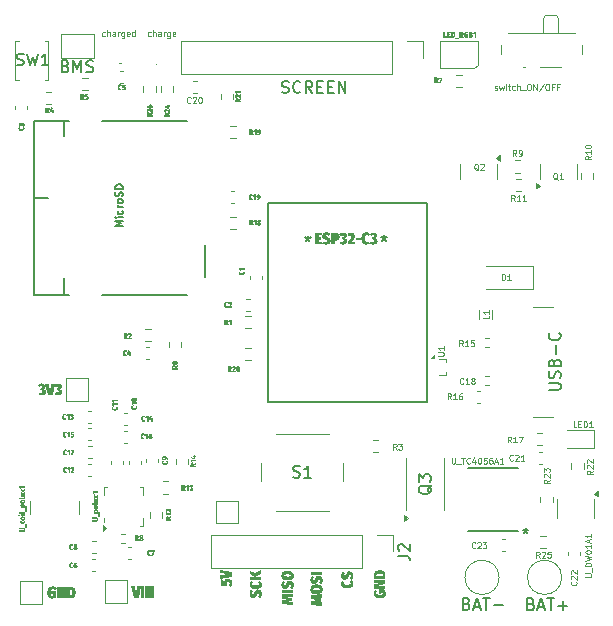
<source format=gbr>
%TF.GenerationSoftware,KiCad,Pcbnew,9.0.1*%
%TF.CreationDate,2025-09-05T18:40:03+02:00*%
%TF.ProjectId,cartouche v1,63617274-6f75-4636-9865-2076312e6b69,rev?*%
%TF.SameCoordinates,Original*%
%TF.FileFunction,Legend,Top*%
%TF.FilePolarity,Positive*%
%FSLAX46Y46*%
G04 Gerber Fmt 4.6, Leading zero omitted, Abs format (unit mm)*
G04 Created by KiCad (PCBNEW 9.0.1) date 2025-09-05 18:40:03*
%MOMM*%
%LPD*%
G01*
G04 APERTURE LIST*
%ADD10C,0.100000*%
%ADD11C,0.150000*%
%ADD12C,0.125000*%
%ADD13C,0.050000*%
%ADD14C,0.120000*%
%ADD15C,0.152400*%
G04 APERTURE END LIST*
D10*
G36*
X145822254Y-126676247D02*
G01*
X145824194Y-126720915D01*
X145829963Y-126763712D01*
X145839245Y-126803537D01*
X145852047Y-126841033D01*
X145867738Y-126874891D01*
X145886593Y-126906073D01*
X145907706Y-126933377D01*
X145931637Y-126957754D01*
X145957396Y-126978336D01*
X145985678Y-126995786D01*
X146015675Y-127009614D01*
X146047972Y-127020088D01*
X146082150Y-127026972D01*
X146118480Y-127030217D01*
X146131892Y-127030460D01*
X146173071Y-127028422D01*
X146211220Y-127021973D01*
X146241554Y-127012640D01*
X146270181Y-126999442D01*
X146295868Y-126983136D01*
X146320416Y-126962839D01*
X146367734Y-126907997D01*
X146416141Y-126826551D01*
X146446355Y-126761610D01*
X146467996Y-126715576D01*
X146489379Y-126682348D01*
X146504901Y-126666028D01*
X146521518Y-126654759D01*
X146555878Y-126645684D01*
X146564263Y-126645411D01*
X146587839Y-126647667D01*
X146608953Y-126655642D01*
X146620902Y-126665138D01*
X146630407Y-126678599D01*
X146636484Y-126694754D01*
X146639695Y-126715063D01*
X146640101Y-126726622D01*
X146632526Y-126783047D01*
X146609580Y-126838907D01*
X146567734Y-126900340D01*
X146550219Y-126921222D01*
X146711481Y-127065448D01*
X146746821Y-127027625D01*
X146780006Y-126984106D01*
X146802912Y-126946576D01*
X146822980Y-126904893D01*
X146837812Y-126864283D01*
X146849414Y-126819889D01*
X146856927Y-126774683D01*
X146860806Y-126725737D01*
X146861263Y-126701404D01*
X146859331Y-126652653D01*
X146853624Y-126606856D01*
X146844543Y-126565102D01*
X146832116Y-126526346D01*
X146816886Y-126491511D01*
X146798705Y-126459702D01*
X146778143Y-126431559D01*
X146754969Y-126406481D01*
X146729612Y-126384793D01*
X146701913Y-126366252D01*
X146639951Y-126338931D01*
X146569078Y-126325029D01*
X146533428Y-126323438D01*
X146487033Y-126325414D01*
X146445376Y-126331429D01*
X146411868Y-126340287D01*
X146381346Y-126352541D01*
X146330013Y-126385739D01*
X146284582Y-126433825D01*
X146239755Y-126504271D01*
X146206325Y-126572627D01*
X146204386Y-126576892D01*
X146174804Y-126640540D01*
X146151652Y-126681473D01*
X146129370Y-126703351D01*
X146102400Y-126709830D01*
X146083659Y-126707783D01*
X146067651Y-126701269D01*
X146057064Y-126692359D01*
X146048873Y-126679871D01*
X146040814Y-126643954D01*
X146040607Y-126635642D01*
X146048246Y-126582633D01*
X146071786Y-126528421D01*
X146115040Y-126469007D01*
X145958053Y-126341634D01*
X145927495Y-126373464D01*
X145900564Y-126407585D01*
X145878883Y-126441573D01*
X145860552Y-126477921D01*
X145846115Y-126515459D01*
X145834994Y-126555535D01*
X145823080Y-126643769D01*
X145822254Y-126676247D01*
G37*
G36*
X145823353Y-125874886D02*
G01*
X145825302Y-125920707D01*
X145831130Y-125964415D01*
X145840421Y-126004559D01*
X145853282Y-126042550D01*
X145869214Y-126077396D01*
X145888482Y-126110034D01*
X145910707Y-126139957D01*
X145936125Y-126167580D01*
X145996379Y-126215574D01*
X146070055Y-126253853D01*
X146158382Y-126281614D01*
X146262748Y-126297452D01*
X146338827Y-126300479D01*
X146403470Y-126298540D01*
X146463775Y-126292783D01*
X146517480Y-126283771D01*
X146567234Y-126271418D01*
X146611298Y-126256484D01*
X146651745Y-126238612D01*
X146687426Y-126218600D01*
X146719745Y-126195969D01*
X146748139Y-126171335D01*
X146773331Y-126144310D01*
X146813994Y-126083624D01*
X146842389Y-126013144D01*
X146858229Y-125931577D01*
X146861263Y-125872077D01*
X146853899Y-125802191D01*
X146831711Y-125732337D01*
X146794449Y-125663434D01*
X146742686Y-125598141D01*
X146721311Y-125576727D01*
X146557424Y-125706908D01*
X146585935Y-125744997D01*
X146608019Y-125779845D01*
X146622636Y-125813552D01*
X146628747Y-125848221D01*
X146628866Y-125853881D01*
X146626878Y-125875717D01*
X146620784Y-125895360D01*
X146611610Y-125911208D01*
X146598794Y-125925322D01*
X146561066Y-125948695D01*
X146500241Y-125966495D01*
X146404029Y-125977031D01*
X146338827Y-125978506D01*
X146261000Y-125976509D01*
X146195874Y-125970348D01*
X146152573Y-125962237D01*
X146116900Y-125951159D01*
X146092779Y-125939533D01*
X146073688Y-125925666D01*
X146060889Y-125911480D01*
X146051823Y-125895430D01*
X146044528Y-125858513D01*
X146044515Y-125856690D01*
X146051692Y-125812835D01*
X146073660Y-125767927D01*
X146106186Y-125725104D01*
X145940956Y-125586496D01*
X145912664Y-125618738D01*
X145887781Y-125653323D01*
X145867557Y-125688285D01*
X145850858Y-125725319D01*
X145838343Y-125762821D01*
X145829481Y-125802200D01*
X145823353Y-125874886D01*
G37*
G36*
X145853028Y-125248281D02*
G01*
X145853028Y-125559080D01*
X146830000Y-125559080D01*
X146830000Y-125248281D01*
X145853028Y-125248281D01*
G37*
G36*
X145853028Y-124731707D02*
G01*
X145853028Y-125032676D01*
X146308602Y-125239855D01*
X146830000Y-125046659D01*
X146830000Y-124709298D01*
X146284788Y-124936078D01*
X145853028Y-124731707D01*
G37*
G36*
X143376475Y-125465823D02*
G01*
X143376475Y-126049624D01*
X143918756Y-126049624D01*
X143918756Y-125862046D01*
X143898841Y-125832115D01*
X143888244Y-125807142D01*
X143885111Y-125783644D01*
X143887247Y-125765196D01*
X143894379Y-125749406D01*
X143903932Y-125739206D01*
X143917567Y-125730776D01*
X143960956Y-125719317D01*
X144012423Y-125716416D01*
X144048799Y-125718361D01*
X144078852Y-125724161D01*
X144099736Y-125732152D01*
X144116299Y-125742896D01*
X144127691Y-125754972D01*
X144135767Y-125769255D01*
X144142421Y-125806053D01*
X144140530Y-125829268D01*
X144135113Y-125850561D01*
X144113858Y-125890237D01*
X144076040Y-125930303D01*
X144057180Y-125946004D01*
X144198475Y-126104213D01*
X144232744Y-126077456D01*
X144264362Y-126047053D01*
X144289347Y-126017225D01*
X144311325Y-125984233D01*
X144328402Y-125951149D01*
X144342239Y-125915144D01*
X144352044Y-125878211D01*
X144358333Y-125838426D01*
X144360835Y-125790605D01*
X144358903Y-125744554D01*
X144353195Y-125701115D01*
X144344058Y-125661152D01*
X144331542Y-125623879D01*
X144316074Y-125589965D01*
X144297581Y-125558818D01*
X144276453Y-125530844D01*
X144252600Y-125505735D01*
X144197383Y-125464557D01*
X144132260Y-125435586D01*
X144057322Y-125419639D01*
X144006805Y-125416852D01*
X143958295Y-125418765D01*
X143913915Y-125424341D01*
X143874385Y-125433126D01*
X143838763Y-125444964D01*
X143807544Y-125459345D01*
X143780040Y-125476230D01*
X143756454Y-125495188D01*
X143736451Y-125516171D01*
X143707035Y-125563465D01*
X143691529Y-125617285D01*
X143689106Y-125650654D01*
X143691240Y-125682093D01*
X143698360Y-125714321D01*
X143722751Y-125771004D01*
X143582311Y-125771004D01*
X143582311Y-125496659D01*
X143376475Y-125465823D01*
G37*
G36*
X143353028Y-124639183D02*
G01*
X143353028Y-124944364D01*
X144121416Y-125028384D01*
X143353028Y-125130600D01*
X143353028Y-125444207D01*
X144330000Y-125238372D01*
X144330000Y-124826762D01*
X143353028Y-124639183D01*
G37*
G36*
X151003028Y-126777433D02*
G01*
X151003028Y-127156864D01*
X151624016Y-127205835D01*
X151003028Y-127266041D01*
X151003028Y-127641259D01*
X151980000Y-127697252D01*
X151980000Y-127406053D01*
X151643616Y-127408862D01*
X151486739Y-127412551D01*
X151316809Y-127421005D01*
X151260643Y-127424249D01*
X151883279Y-127357021D01*
X151883279Y-127064419D01*
X151259239Y-127001465D01*
X151646303Y-127012639D01*
X151980000Y-127016852D01*
X151980000Y-126721441D01*
X151003028Y-126777433D01*
G37*
G36*
X151569759Y-125894184D02*
G01*
X151678657Y-125909286D01*
X151768550Y-125935552D01*
X151841961Y-125971529D01*
X151901074Y-126016550D01*
X151947448Y-126070831D01*
X151966190Y-126101910D01*
X151981734Y-126135431D01*
X151994355Y-126172473D01*
X152003508Y-126212083D01*
X152009316Y-126256120D01*
X152011263Y-126302930D01*
X152009585Y-126347283D01*
X151996043Y-126429093D01*
X151969944Y-126498836D01*
X151952284Y-126529855D01*
X151931536Y-126558454D01*
X151907289Y-126585057D01*
X151879889Y-126609154D01*
X151848119Y-126631526D01*
X151812993Y-126651193D01*
X151772333Y-126669004D01*
X151727992Y-126683803D01*
X151676782Y-126696242D01*
X151621466Y-126705263D01*
X151557879Y-126711122D01*
X151489682Y-126713075D01*
X151412538Y-126710470D01*
X151303198Y-126695837D01*
X151213474Y-126670127D01*
X151140498Y-126634772D01*
X151081850Y-126590366D01*
X151035835Y-126536567D01*
X151017198Y-126505597D01*
X151001744Y-126472131D01*
X150989152Y-126434934D01*
X150980021Y-126395075D01*
X150974201Y-126350461D01*
X150972254Y-126302930D01*
X151190607Y-126302930D01*
X151190846Y-126309796D01*
X151199495Y-126338795D01*
X151209826Y-126351318D01*
X151224481Y-126361779D01*
X151250133Y-126372464D01*
X151283996Y-126380360D01*
X151369991Y-126388782D01*
X151489682Y-126391102D01*
X151649592Y-126386691D01*
X151724175Y-126375913D01*
X151764248Y-126360208D01*
X151785966Y-126338550D01*
X151792293Y-126322207D01*
X151794314Y-126302930D01*
X151794272Y-126299829D01*
X151787297Y-126268655D01*
X151778501Y-126255785D01*
X151765809Y-126245012D01*
X151743767Y-126234123D01*
X151714507Y-126225949D01*
X151623320Y-126215852D01*
X151489682Y-126213293D01*
X151336010Y-126218276D01*
X151261539Y-126229916D01*
X151220867Y-126246408D01*
X151198878Y-126268471D01*
X151192618Y-126284412D01*
X151190607Y-126302930D01*
X150972254Y-126302930D01*
X150973952Y-126258011D01*
X150987509Y-126175792D01*
X151013569Y-126105754D01*
X151051845Y-126045953D01*
X151075957Y-126019317D01*
X151103218Y-125995170D01*
X151134751Y-125972800D01*
X151169635Y-125953119D01*
X151209925Y-125935330D01*
X151253891Y-125920538D01*
X151304565Y-125908125D01*
X151359345Y-125899115D01*
X151422205Y-125893271D01*
X151489682Y-125891320D01*
X151569759Y-125894184D01*
G37*
G36*
X150972254Y-125508103D02*
G01*
X150974194Y-125552771D01*
X150979963Y-125595568D01*
X150989245Y-125635394D01*
X151002047Y-125672890D01*
X151017738Y-125706748D01*
X151036593Y-125737930D01*
X151057706Y-125765233D01*
X151081637Y-125789610D01*
X151107396Y-125810192D01*
X151135678Y-125827642D01*
X151165675Y-125841471D01*
X151197972Y-125851944D01*
X151232150Y-125858828D01*
X151268480Y-125862073D01*
X151281892Y-125862316D01*
X151323071Y-125860279D01*
X151361220Y-125853830D01*
X151391554Y-125844496D01*
X151420181Y-125831298D01*
X151445868Y-125814992D01*
X151470416Y-125794696D01*
X151517734Y-125739853D01*
X151566141Y-125658408D01*
X151596355Y-125593466D01*
X151617996Y-125547433D01*
X151639379Y-125514204D01*
X151654901Y-125497884D01*
X151671518Y-125486615D01*
X151705878Y-125477541D01*
X151714263Y-125477267D01*
X151737839Y-125479523D01*
X151758953Y-125487498D01*
X151770902Y-125496995D01*
X151780407Y-125510455D01*
X151786484Y-125526610D01*
X151789695Y-125546919D01*
X151790101Y-125558478D01*
X151782526Y-125614903D01*
X151759580Y-125670763D01*
X151717734Y-125732197D01*
X151700219Y-125753079D01*
X151861481Y-125897304D01*
X151896821Y-125859481D01*
X151930006Y-125815962D01*
X151952912Y-125778432D01*
X151972980Y-125736750D01*
X151987812Y-125696139D01*
X151999414Y-125651745D01*
X152006927Y-125606540D01*
X152010806Y-125557593D01*
X152011263Y-125533260D01*
X152009331Y-125484509D01*
X152003624Y-125438712D01*
X151994543Y-125396958D01*
X151982116Y-125358203D01*
X151966886Y-125323367D01*
X151948705Y-125291558D01*
X151928143Y-125263415D01*
X151904969Y-125238337D01*
X151879612Y-125216649D01*
X151851913Y-125198108D01*
X151789951Y-125170787D01*
X151719078Y-125156885D01*
X151683428Y-125155294D01*
X151637033Y-125157270D01*
X151595376Y-125163285D01*
X151561868Y-125172143D01*
X151531346Y-125184397D01*
X151480013Y-125217595D01*
X151434582Y-125265682D01*
X151389755Y-125336128D01*
X151356325Y-125404483D01*
X151354386Y-125408748D01*
X151324804Y-125472396D01*
X151301652Y-125513330D01*
X151279370Y-125535207D01*
X151252400Y-125541687D01*
X151233659Y-125539639D01*
X151217651Y-125533125D01*
X151207064Y-125524215D01*
X151198873Y-125511727D01*
X151190814Y-125475811D01*
X151190607Y-125467498D01*
X151198246Y-125414489D01*
X151221786Y-125360277D01*
X151265040Y-125300863D01*
X151108053Y-125173490D01*
X151077495Y-125205320D01*
X151050564Y-125239441D01*
X151028883Y-125273429D01*
X151010552Y-125309777D01*
X150996115Y-125347315D01*
X150984994Y-125387391D01*
X150973080Y-125475626D01*
X150972254Y-125508103D01*
G37*
G36*
X151003028Y-124808958D02*
G01*
X151003028Y-125119757D01*
X151980000Y-125119757D01*
X151980000Y-124808958D01*
X151003028Y-124808958D01*
G37*
G36*
X153573353Y-125807615D02*
G01*
X153575302Y-125853436D01*
X153581130Y-125897143D01*
X153590421Y-125937288D01*
X153603282Y-125975279D01*
X153619214Y-126010124D01*
X153638482Y-126042763D01*
X153660707Y-126072685D01*
X153686125Y-126100308D01*
X153746379Y-126148302D01*
X153820055Y-126186581D01*
X153908382Y-126214342D01*
X154012748Y-126230180D01*
X154088827Y-126233208D01*
X154153470Y-126231269D01*
X154213775Y-126225511D01*
X154267480Y-126216500D01*
X154317234Y-126204146D01*
X154361298Y-126189213D01*
X154401745Y-126171341D01*
X154437426Y-126151329D01*
X154469745Y-126128697D01*
X154498139Y-126104064D01*
X154523331Y-126077039D01*
X154563994Y-126016352D01*
X154592389Y-125945873D01*
X154608229Y-125864305D01*
X154611263Y-125804806D01*
X154603899Y-125734920D01*
X154581711Y-125665066D01*
X154544449Y-125596163D01*
X154492686Y-125530870D01*
X154471311Y-125509455D01*
X154307424Y-125639637D01*
X154335935Y-125677726D01*
X154358019Y-125712573D01*
X154372636Y-125746281D01*
X154378747Y-125780949D01*
X154378866Y-125786610D01*
X154376878Y-125808445D01*
X154370784Y-125828088D01*
X154361610Y-125843936D01*
X154348794Y-125858051D01*
X154311066Y-125881423D01*
X154250241Y-125899224D01*
X154154029Y-125909760D01*
X154088827Y-125911235D01*
X154011000Y-125909238D01*
X153945874Y-125903076D01*
X153902573Y-125894966D01*
X153866900Y-125883887D01*
X153842779Y-125872261D01*
X153823688Y-125858395D01*
X153810889Y-125844209D01*
X153801823Y-125828158D01*
X153794528Y-125791241D01*
X153794515Y-125789419D01*
X153801692Y-125745563D01*
X153823660Y-125700655D01*
X153856186Y-125657833D01*
X153690956Y-125519225D01*
X153662664Y-125551467D01*
X153637781Y-125586051D01*
X153617557Y-125621014D01*
X153600858Y-125658047D01*
X153588343Y-125695549D01*
X153579481Y-125734928D01*
X153573353Y-125807615D01*
G37*
G36*
X153572254Y-125147426D02*
G01*
X153574194Y-125192094D01*
X153579963Y-125234891D01*
X153589245Y-125274717D01*
X153602047Y-125312213D01*
X153617738Y-125346071D01*
X153636593Y-125377253D01*
X153657706Y-125404556D01*
X153681637Y-125428933D01*
X153707396Y-125449516D01*
X153735678Y-125466965D01*
X153765675Y-125480794D01*
X153797972Y-125491267D01*
X153832150Y-125498151D01*
X153868480Y-125501396D01*
X153881892Y-125501639D01*
X153923071Y-125499602D01*
X153961220Y-125493153D01*
X153991554Y-125483819D01*
X154020181Y-125470621D01*
X154045868Y-125454315D01*
X154070416Y-125434019D01*
X154117734Y-125379176D01*
X154166141Y-125297731D01*
X154196355Y-125232789D01*
X154217996Y-125186756D01*
X154239379Y-125153527D01*
X154254901Y-125137207D01*
X154271518Y-125125938D01*
X154305878Y-125116864D01*
X154314263Y-125116591D01*
X154337839Y-125118846D01*
X154358953Y-125126821D01*
X154370902Y-125136318D01*
X154380407Y-125149778D01*
X154386484Y-125165933D01*
X154389695Y-125186242D01*
X154390101Y-125197801D01*
X154382526Y-125254227D01*
X154359580Y-125310086D01*
X154317734Y-125371520D01*
X154300219Y-125392402D01*
X154461481Y-125536627D01*
X154496821Y-125498804D01*
X154530006Y-125455285D01*
X154552912Y-125417755D01*
X154572980Y-125376073D01*
X154587812Y-125335462D01*
X154599414Y-125291069D01*
X154606927Y-125245863D01*
X154610806Y-125196916D01*
X154611263Y-125172583D01*
X154609331Y-125123832D01*
X154603624Y-125078035D01*
X154594543Y-125036281D01*
X154582116Y-124997526D01*
X154566886Y-124962690D01*
X154548705Y-124930881D01*
X154528143Y-124902738D01*
X154504969Y-124877660D01*
X154479612Y-124855972D01*
X154451913Y-124837431D01*
X154389951Y-124810110D01*
X154319078Y-124796208D01*
X154283428Y-124794617D01*
X154237033Y-124796593D01*
X154195376Y-124802608D01*
X154161868Y-124811466D01*
X154131346Y-124823720D01*
X154080013Y-124856918D01*
X154034582Y-124905005D01*
X153989755Y-124975451D01*
X153956325Y-125043806D01*
X153954386Y-125048071D01*
X153924804Y-125111719D01*
X153901652Y-125152653D01*
X153879370Y-125174530D01*
X153852400Y-125181010D01*
X153833659Y-125178962D01*
X153817651Y-125172448D01*
X153807064Y-125163538D01*
X153798873Y-125151050D01*
X153790814Y-125115134D01*
X153790607Y-125106821D01*
X153798246Y-125053812D01*
X153821786Y-124999600D01*
X153865040Y-124940186D01*
X153708053Y-124812814D01*
X153677495Y-124844643D01*
X153650564Y-124878764D01*
X153628883Y-124912752D01*
X153610552Y-124949100D01*
X153596115Y-124986638D01*
X153584994Y-125026714D01*
X153573080Y-125114949D01*
X153572254Y-125147426D01*
G37*
G36*
X148553028Y-126727433D02*
G01*
X148553028Y-127106864D01*
X149174016Y-127155835D01*
X148553028Y-127216041D01*
X148553028Y-127591259D01*
X149530000Y-127647252D01*
X149530000Y-127356053D01*
X149193616Y-127358862D01*
X149036739Y-127362551D01*
X148866809Y-127371005D01*
X148810643Y-127374249D01*
X149433279Y-127307021D01*
X149433279Y-127014419D01*
X148809239Y-126951465D01*
X149196303Y-126962639D01*
X149530000Y-126966852D01*
X149530000Y-126671441D01*
X148553028Y-126727433D01*
G37*
G36*
X148553028Y-126328951D02*
G01*
X148553028Y-126639750D01*
X149530000Y-126639750D01*
X149530000Y-126328951D01*
X148553028Y-126328951D01*
G37*
G36*
X148522254Y-125925095D02*
G01*
X148524194Y-125969763D01*
X148529963Y-126012560D01*
X148539245Y-126052386D01*
X148552047Y-126089882D01*
X148567738Y-126123740D01*
X148586593Y-126154922D01*
X148607706Y-126182226D01*
X148631637Y-126206602D01*
X148657396Y-126227185D01*
X148685678Y-126244634D01*
X148715675Y-126258463D01*
X148747972Y-126268937D01*
X148782150Y-126275821D01*
X148818480Y-126279065D01*
X148831892Y-126279309D01*
X148873071Y-126277271D01*
X148911220Y-126270822D01*
X148941554Y-126261489D01*
X148970181Y-126248290D01*
X148995868Y-126231984D01*
X149020416Y-126211688D01*
X149067734Y-126156846D01*
X149116141Y-126075400D01*
X149146355Y-126010458D01*
X149167996Y-125964425D01*
X149189379Y-125931196D01*
X149204901Y-125914876D01*
X149221518Y-125903607D01*
X149255878Y-125894533D01*
X149264263Y-125894260D01*
X149287839Y-125896516D01*
X149308953Y-125904490D01*
X149320902Y-125913987D01*
X149330407Y-125927448D01*
X149336484Y-125943603D01*
X149339695Y-125963911D01*
X149340101Y-125975471D01*
X149332526Y-126031896D01*
X149309580Y-126087755D01*
X149267734Y-126149189D01*
X149250219Y-126170071D01*
X149411481Y-126314296D01*
X149446821Y-126276473D01*
X149480006Y-126232954D01*
X149502912Y-126195425D01*
X149522980Y-126153742D01*
X149537812Y-126113131D01*
X149549414Y-126068738D01*
X149556927Y-126023532D01*
X149560806Y-125974585D01*
X149561263Y-125950252D01*
X149559331Y-125901501D01*
X149553624Y-125855704D01*
X149544543Y-125813950D01*
X149532116Y-125775195D01*
X149516886Y-125740360D01*
X149498705Y-125708551D01*
X149478143Y-125680407D01*
X149454969Y-125655329D01*
X149429612Y-125633641D01*
X149401913Y-125615100D01*
X149339951Y-125587779D01*
X149269078Y-125573877D01*
X149233428Y-125572287D01*
X149187033Y-125574263D01*
X149145376Y-125580278D01*
X149111868Y-125589135D01*
X149081346Y-125601389D01*
X149030013Y-125634588D01*
X148984582Y-125682674D01*
X148939755Y-125753120D01*
X148906325Y-125821475D01*
X148904386Y-125825741D01*
X148874804Y-125889389D01*
X148851652Y-125930322D01*
X148829370Y-125952199D01*
X148802400Y-125958679D01*
X148783659Y-125956632D01*
X148767651Y-125950117D01*
X148757064Y-125941207D01*
X148748873Y-125928719D01*
X148740814Y-125892803D01*
X148740607Y-125884490D01*
X148748246Y-125831481D01*
X148771786Y-125777270D01*
X148815040Y-125717855D01*
X148658053Y-125590483D01*
X148627495Y-125622312D01*
X148600564Y-125656434D01*
X148578883Y-125690422D01*
X148560552Y-125726769D01*
X148546115Y-125764307D01*
X148534994Y-125804383D01*
X148523080Y-125892618D01*
X148522254Y-125925095D01*
G37*
G36*
X149119759Y-124730437D02*
G01*
X149228657Y-124745538D01*
X149318550Y-124771805D01*
X149391961Y-124807782D01*
X149451074Y-124852803D01*
X149497448Y-124907083D01*
X149516190Y-124938163D01*
X149531734Y-124971683D01*
X149544355Y-125008725D01*
X149553508Y-125048335D01*
X149559316Y-125092373D01*
X149561263Y-125139183D01*
X149559585Y-125183535D01*
X149546043Y-125265346D01*
X149519944Y-125335089D01*
X149502284Y-125366107D01*
X149481536Y-125394707D01*
X149457289Y-125421309D01*
X149429889Y-125445407D01*
X149398119Y-125467779D01*
X149362993Y-125487446D01*
X149322333Y-125505257D01*
X149277992Y-125520056D01*
X149226782Y-125532495D01*
X149171466Y-125541516D01*
X149107879Y-125547374D01*
X149039682Y-125549328D01*
X148962538Y-125546723D01*
X148853198Y-125532090D01*
X148763474Y-125506380D01*
X148690498Y-125471025D01*
X148631850Y-125426618D01*
X148585835Y-125372820D01*
X148567198Y-125341849D01*
X148551744Y-125308384D01*
X148539152Y-125271186D01*
X148530021Y-125231328D01*
X148524201Y-125186714D01*
X148522254Y-125139183D01*
X148740607Y-125139183D01*
X148740846Y-125146049D01*
X148749495Y-125175048D01*
X148759826Y-125187571D01*
X148774481Y-125198032D01*
X148800133Y-125208716D01*
X148833996Y-125216612D01*
X148919991Y-125225035D01*
X149039682Y-125227355D01*
X149199592Y-125222943D01*
X149274175Y-125212165D01*
X149314248Y-125196461D01*
X149335966Y-125174803D01*
X149342293Y-125158460D01*
X149344314Y-125139183D01*
X149344272Y-125136082D01*
X149337297Y-125104908D01*
X149328501Y-125092038D01*
X149315809Y-125081265D01*
X149293767Y-125070375D01*
X149264507Y-125062201D01*
X149173320Y-125052105D01*
X149039682Y-125049546D01*
X148886010Y-125054529D01*
X148811539Y-125066169D01*
X148770867Y-125082661D01*
X148748878Y-125104723D01*
X148742618Y-125120665D01*
X148740607Y-125139183D01*
X148522254Y-125139183D01*
X148523952Y-125094263D01*
X148537509Y-125012045D01*
X148563569Y-124942006D01*
X148601845Y-124882206D01*
X148625957Y-124855569D01*
X148653218Y-124831422D01*
X148684751Y-124809053D01*
X148719635Y-124789371D01*
X148759925Y-124771583D01*
X148803891Y-124756790D01*
X148854565Y-124744378D01*
X148909345Y-124735367D01*
X148972205Y-124729524D01*
X149039682Y-124727573D01*
X149119759Y-124730437D01*
G37*
G36*
X156325673Y-126631053D02*
G01*
X156327622Y-126677413D01*
X156333447Y-126722074D01*
X156342831Y-126763836D01*
X156355843Y-126803693D01*
X156372034Y-126840661D01*
X156391635Y-126875538D01*
X156414189Y-126907643D01*
X156439984Y-126937474D01*
X156468705Y-126964657D01*
X156500556Y-126989360D01*
X156535487Y-127011447D01*
X156573495Y-127030813D01*
X156659298Y-127061060D01*
X156758643Y-127078903D01*
X156843712Y-127083208D01*
X156914606Y-127081223D01*
X156980713Y-127075147D01*
X157035799Y-127066073D01*
X157086872Y-127053432D01*
X157129851Y-127038695D01*
X157169372Y-127020786D01*
X157202957Y-127001206D01*
X157233454Y-126978717D01*
X157259602Y-126954502D01*
X157282861Y-126927503D01*
X157302822Y-126898254D01*
X157319925Y-126866194D01*
X157345561Y-126792722D01*
X157359317Y-126704098D01*
X157361263Y-126650654D01*
X157353558Y-126568431D01*
X157343237Y-126521323D01*
X157328728Y-126473479D01*
X157310314Y-126426406D01*
X157287985Y-126380747D01*
X157246468Y-126316041D01*
X156755479Y-126316041D01*
X156755479Y-126695411D01*
X156962658Y-126668850D01*
X156962658Y-126605835D01*
X157122088Y-126605835D01*
X157133836Y-126624516D01*
X157141444Y-126644413D01*
X157144314Y-126666041D01*
X157142264Y-126686643D01*
X157135727Y-126704509D01*
X157126499Y-126717337D01*
X157113464Y-126728460D01*
X157073179Y-126746337D01*
X157001041Y-126759274D01*
X156869713Y-126765348D01*
X156845116Y-126765448D01*
X156770159Y-126763429D01*
X156706357Y-126757109D01*
X156663510Y-126748788D01*
X156627309Y-126737325D01*
X156601835Y-126725076D01*
X156580877Y-126710339D01*
X156565835Y-126694899D01*
X156554282Y-126677276D01*
X156541511Y-126636157D01*
X156539874Y-126611453D01*
X156541813Y-126582594D01*
X156547575Y-126555456D01*
X156570353Y-126503322D01*
X156604720Y-126453244D01*
X156455915Y-126311828D01*
X156428149Y-126342412D01*
X156402382Y-126376996D01*
X156380363Y-126413373D01*
X156361297Y-126453041D01*
X156346620Y-126493030D01*
X156335485Y-126535642D01*
X156328663Y-126577943D01*
X156325752Y-126622341D01*
X156325673Y-126631053D01*
G37*
G36*
X156353028Y-125526892D02*
G01*
X156353028Y-125790064D01*
X156634823Y-125790064D01*
X156801458Y-125783192D01*
X156956630Y-125763826D01*
X157004252Y-125756360D01*
X157066523Y-125746650D01*
X156353028Y-125882449D01*
X156353028Y-126254858D01*
X157330000Y-126254858D01*
X157330000Y-125993091D01*
X157048326Y-125993091D01*
X156886040Y-125999698D01*
X156717285Y-126018678D01*
X156680412Y-126023792D01*
X156617971Y-126032292D01*
X157330000Y-125902049D01*
X157330000Y-125526892D01*
X156353028Y-125526892D01*
G37*
G36*
X156895100Y-124697158D02*
G01*
X157003590Y-124710128D01*
X157091239Y-124734501D01*
X157128494Y-124750510D01*
X157162026Y-124769010D01*
X157192291Y-124790129D01*
X157219068Y-124813570D01*
X157243462Y-124840383D01*
X157264412Y-124869475D01*
X157283399Y-124903346D01*
X157298799Y-124939571D01*
X157312097Y-124982844D01*
X157321486Y-125028654D01*
X157327958Y-125085426D01*
X157330000Y-125145019D01*
X157330000Y-125468396D01*
X156353028Y-125468396D01*
X156353028Y-125156193D01*
X156354592Y-125122609D01*
X156568633Y-125122609D01*
X156568633Y-125157597D01*
X157113051Y-125157597D01*
X157113051Y-125128227D01*
X157110388Y-125099699D01*
X157096721Y-125067559D01*
X157084100Y-125053959D01*
X157067487Y-125042694D01*
X157040763Y-125031618D01*
X157006974Y-125023528D01*
X156933414Y-125015672D01*
X156836629Y-125013433D01*
X156810889Y-125013569D01*
X156697964Y-125019631D01*
X156634957Y-125032628D01*
X156598402Y-125051308D01*
X156585985Y-125063537D01*
X156577108Y-125077868D01*
X156570670Y-125098449D01*
X156568633Y-125122609D01*
X156354592Y-125122609D01*
X156357427Y-125061728D01*
X156372543Y-124974746D01*
X156397807Y-124903506D01*
X156433254Y-124844395D01*
X156479911Y-124795188D01*
X156508082Y-124773932D01*
X156539924Y-124754891D01*
X156576117Y-124738025D01*
X156616499Y-124723745D01*
X156662679Y-124711914D01*
X156713761Y-124703168D01*
X156772291Y-124697533D01*
X156836629Y-124695612D01*
X156895100Y-124697158D01*
G37*
D11*
X171154819Y-109430951D02*
X171964342Y-109430951D01*
X171964342Y-109430951D02*
X172059580Y-109383332D01*
X172059580Y-109383332D02*
X172107200Y-109335713D01*
X172107200Y-109335713D02*
X172154819Y-109240475D01*
X172154819Y-109240475D02*
X172154819Y-109049999D01*
X172154819Y-109049999D02*
X172107200Y-108954761D01*
X172107200Y-108954761D02*
X172059580Y-108907142D01*
X172059580Y-108907142D02*
X171964342Y-108859523D01*
X171964342Y-108859523D02*
X171154819Y-108859523D01*
X172107200Y-108430951D02*
X172154819Y-108288094D01*
X172154819Y-108288094D02*
X172154819Y-108049999D01*
X172154819Y-108049999D02*
X172107200Y-107954761D01*
X172107200Y-107954761D02*
X172059580Y-107907142D01*
X172059580Y-107907142D02*
X171964342Y-107859523D01*
X171964342Y-107859523D02*
X171869104Y-107859523D01*
X171869104Y-107859523D02*
X171773866Y-107907142D01*
X171773866Y-107907142D02*
X171726247Y-107954761D01*
X171726247Y-107954761D02*
X171678628Y-108049999D01*
X171678628Y-108049999D02*
X171631009Y-108240475D01*
X171631009Y-108240475D02*
X171583390Y-108335713D01*
X171583390Y-108335713D02*
X171535771Y-108383332D01*
X171535771Y-108383332D02*
X171440533Y-108430951D01*
X171440533Y-108430951D02*
X171345295Y-108430951D01*
X171345295Y-108430951D02*
X171250057Y-108383332D01*
X171250057Y-108383332D02*
X171202438Y-108335713D01*
X171202438Y-108335713D02*
X171154819Y-108240475D01*
X171154819Y-108240475D02*
X171154819Y-108002380D01*
X171154819Y-108002380D02*
X171202438Y-107859523D01*
X171631009Y-107097618D02*
X171678628Y-106954761D01*
X171678628Y-106954761D02*
X171726247Y-106907142D01*
X171726247Y-106907142D02*
X171821485Y-106859523D01*
X171821485Y-106859523D02*
X171964342Y-106859523D01*
X171964342Y-106859523D02*
X172059580Y-106907142D01*
X172059580Y-106907142D02*
X172107200Y-106954761D01*
X172107200Y-106954761D02*
X172154819Y-107049999D01*
X172154819Y-107049999D02*
X172154819Y-107430951D01*
X172154819Y-107430951D02*
X171154819Y-107430951D01*
X171154819Y-107430951D02*
X171154819Y-107097618D01*
X171154819Y-107097618D02*
X171202438Y-107002380D01*
X171202438Y-107002380D02*
X171250057Y-106954761D01*
X171250057Y-106954761D02*
X171345295Y-106907142D01*
X171345295Y-106907142D02*
X171440533Y-106907142D01*
X171440533Y-106907142D02*
X171535771Y-106954761D01*
X171535771Y-106954761D02*
X171583390Y-107002380D01*
X171583390Y-107002380D02*
X171631009Y-107097618D01*
X171631009Y-107097618D02*
X171631009Y-107430951D01*
X171773866Y-106430951D02*
X171773866Y-105669047D01*
X172059580Y-104621428D02*
X172107200Y-104669047D01*
X172107200Y-104669047D02*
X172154819Y-104811904D01*
X172154819Y-104811904D02*
X172154819Y-104907142D01*
X172154819Y-104907142D02*
X172107200Y-105049999D01*
X172107200Y-105049999D02*
X172011961Y-105145237D01*
X172011961Y-105145237D02*
X171916723Y-105192856D01*
X171916723Y-105192856D02*
X171726247Y-105240475D01*
X171726247Y-105240475D02*
X171583390Y-105240475D01*
X171583390Y-105240475D02*
X171392914Y-105192856D01*
X171392914Y-105192856D02*
X171297676Y-105145237D01*
X171297676Y-105145237D02*
X171202438Y-105049999D01*
X171202438Y-105049999D02*
X171154819Y-104907142D01*
X171154819Y-104907142D02*
X171154819Y-104811904D01*
X171154819Y-104811904D02*
X171202438Y-104669047D01*
X171202438Y-104669047D02*
X171250057Y-104621428D01*
D12*
X166586905Y-84001000D02*
X166634524Y-84024809D01*
X166634524Y-84024809D02*
X166729762Y-84024809D01*
X166729762Y-84024809D02*
X166777381Y-84001000D01*
X166777381Y-84001000D02*
X166801190Y-83953380D01*
X166801190Y-83953380D02*
X166801190Y-83929571D01*
X166801190Y-83929571D02*
X166777381Y-83881952D01*
X166777381Y-83881952D02*
X166729762Y-83858142D01*
X166729762Y-83858142D02*
X166658333Y-83858142D01*
X166658333Y-83858142D02*
X166610714Y-83834333D01*
X166610714Y-83834333D02*
X166586905Y-83786714D01*
X166586905Y-83786714D02*
X166586905Y-83762904D01*
X166586905Y-83762904D02*
X166610714Y-83715285D01*
X166610714Y-83715285D02*
X166658333Y-83691476D01*
X166658333Y-83691476D02*
X166729762Y-83691476D01*
X166729762Y-83691476D02*
X166777381Y-83715285D01*
X166967857Y-83691476D02*
X167063095Y-84024809D01*
X167063095Y-84024809D02*
X167158333Y-83786714D01*
X167158333Y-83786714D02*
X167253571Y-84024809D01*
X167253571Y-84024809D02*
X167348809Y-83691476D01*
X167539286Y-84024809D02*
X167539286Y-83691476D01*
X167539286Y-83524809D02*
X167515477Y-83548619D01*
X167515477Y-83548619D02*
X167539286Y-83572428D01*
X167539286Y-83572428D02*
X167563096Y-83548619D01*
X167563096Y-83548619D02*
X167539286Y-83524809D01*
X167539286Y-83524809D02*
X167539286Y-83572428D01*
X167705953Y-83691476D02*
X167896429Y-83691476D01*
X167777381Y-83524809D02*
X167777381Y-83953380D01*
X167777381Y-83953380D02*
X167801191Y-84001000D01*
X167801191Y-84001000D02*
X167848810Y-84024809D01*
X167848810Y-84024809D02*
X167896429Y-84024809D01*
X168277381Y-84001000D02*
X168229762Y-84024809D01*
X168229762Y-84024809D02*
X168134524Y-84024809D01*
X168134524Y-84024809D02*
X168086905Y-84001000D01*
X168086905Y-84001000D02*
X168063095Y-83977190D01*
X168063095Y-83977190D02*
X168039286Y-83929571D01*
X168039286Y-83929571D02*
X168039286Y-83786714D01*
X168039286Y-83786714D02*
X168063095Y-83739095D01*
X168063095Y-83739095D02*
X168086905Y-83715285D01*
X168086905Y-83715285D02*
X168134524Y-83691476D01*
X168134524Y-83691476D02*
X168229762Y-83691476D01*
X168229762Y-83691476D02*
X168277381Y-83715285D01*
X168491666Y-84024809D02*
X168491666Y-83524809D01*
X168705952Y-84024809D02*
X168705952Y-83762904D01*
X168705952Y-83762904D02*
X168682142Y-83715285D01*
X168682142Y-83715285D02*
X168634523Y-83691476D01*
X168634523Y-83691476D02*
X168563095Y-83691476D01*
X168563095Y-83691476D02*
X168515476Y-83715285D01*
X168515476Y-83715285D02*
X168491666Y-83739095D01*
X168825000Y-84072428D02*
X169205952Y-84072428D01*
X169420237Y-83524809D02*
X169515475Y-83524809D01*
X169515475Y-83524809D02*
X169563094Y-83548619D01*
X169563094Y-83548619D02*
X169610713Y-83596238D01*
X169610713Y-83596238D02*
X169634523Y-83691476D01*
X169634523Y-83691476D02*
X169634523Y-83858142D01*
X169634523Y-83858142D02*
X169610713Y-83953380D01*
X169610713Y-83953380D02*
X169563094Y-84001000D01*
X169563094Y-84001000D02*
X169515475Y-84024809D01*
X169515475Y-84024809D02*
X169420237Y-84024809D01*
X169420237Y-84024809D02*
X169372618Y-84001000D01*
X169372618Y-84001000D02*
X169324999Y-83953380D01*
X169324999Y-83953380D02*
X169301190Y-83858142D01*
X169301190Y-83858142D02*
X169301190Y-83691476D01*
X169301190Y-83691476D02*
X169324999Y-83596238D01*
X169324999Y-83596238D02*
X169372618Y-83548619D01*
X169372618Y-83548619D02*
X169420237Y-83524809D01*
X169848809Y-84024809D02*
X169848809Y-83524809D01*
X169848809Y-83524809D02*
X170134523Y-84024809D01*
X170134523Y-84024809D02*
X170134523Y-83524809D01*
X170729762Y-83501000D02*
X170301191Y-84143857D01*
X170991667Y-83524809D02*
X171086905Y-83524809D01*
X171086905Y-83524809D02*
X171134524Y-83548619D01*
X171134524Y-83548619D02*
X171182143Y-83596238D01*
X171182143Y-83596238D02*
X171205953Y-83691476D01*
X171205953Y-83691476D02*
X171205953Y-83858142D01*
X171205953Y-83858142D02*
X171182143Y-83953380D01*
X171182143Y-83953380D02*
X171134524Y-84001000D01*
X171134524Y-84001000D02*
X171086905Y-84024809D01*
X171086905Y-84024809D02*
X170991667Y-84024809D01*
X170991667Y-84024809D02*
X170944048Y-84001000D01*
X170944048Y-84001000D02*
X170896429Y-83953380D01*
X170896429Y-83953380D02*
X170872620Y-83858142D01*
X170872620Y-83858142D02*
X170872620Y-83691476D01*
X170872620Y-83691476D02*
X170896429Y-83596238D01*
X170896429Y-83596238D02*
X170944048Y-83548619D01*
X170944048Y-83548619D02*
X170991667Y-83524809D01*
X171586906Y-83762904D02*
X171420239Y-83762904D01*
X171420239Y-84024809D02*
X171420239Y-83524809D01*
X171420239Y-83524809D02*
X171658334Y-83524809D01*
X172015477Y-83762904D02*
X171848810Y-83762904D01*
X171848810Y-84024809D02*
X171848810Y-83524809D01*
X171848810Y-83524809D02*
X172086905Y-83524809D01*
D11*
X135088276Y-95552381D02*
X134448276Y-95552381D01*
X134448276Y-95552381D02*
X134905419Y-95339047D01*
X134905419Y-95339047D02*
X134448276Y-95125714D01*
X134448276Y-95125714D02*
X135088276Y-95125714D01*
X135088276Y-94820952D02*
X134661609Y-94820952D01*
X134448276Y-94820952D02*
X134478752Y-94851428D01*
X134478752Y-94851428D02*
X134509228Y-94820952D01*
X134509228Y-94820952D02*
X134478752Y-94790475D01*
X134478752Y-94790475D02*
X134448276Y-94820952D01*
X134448276Y-94820952D02*
X134509228Y-94820952D01*
X135057800Y-94241904D02*
X135088276Y-94302856D01*
X135088276Y-94302856D02*
X135088276Y-94424761D01*
X135088276Y-94424761D02*
X135057800Y-94485713D01*
X135057800Y-94485713D02*
X135027323Y-94516190D01*
X135027323Y-94516190D02*
X134966371Y-94546666D01*
X134966371Y-94546666D02*
X134783514Y-94546666D01*
X134783514Y-94546666D02*
X134722561Y-94516190D01*
X134722561Y-94516190D02*
X134692085Y-94485713D01*
X134692085Y-94485713D02*
X134661609Y-94424761D01*
X134661609Y-94424761D02*
X134661609Y-94302856D01*
X134661609Y-94302856D02*
X134692085Y-94241904D01*
X135088276Y-93967619D02*
X134661609Y-93967619D01*
X134783514Y-93967619D02*
X134722561Y-93937142D01*
X134722561Y-93937142D02*
X134692085Y-93906666D01*
X134692085Y-93906666D02*
X134661609Y-93845714D01*
X134661609Y-93845714D02*
X134661609Y-93784761D01*
X135088276Y-93480000D02*
X135057800Y-93540952D01*
X135057800Y-93540952D02*
X135027323Y-93571429D01*
X135027323Y-93571429D02*
X134966371Y-93601905D01*
X134966371Y-93601905D02*
X134783514Y-93601905D01*
X134783514Y-93601905D02*
X134722561Y-93571429D01*
X134722561Y-93571429D02*
X134692085Y-93540952D01*
X134692085Y-93540952D02*
X134661609Y-93480000D01*
X134661609Y-93480000D02*
X134661609Y-93388571D01*
X134661609Y-93388571D02*
X134692085Y-93327619D01*
X134692085Y-93327619D02*
X134722561Y-93297143D01*
X134722561Y-93297143D02*
X134783514Y-93266667D01*
X134783514Y-93266667D02*
X134966371Y-93266667D01*
X134966371Y-93266667D02*
X135027323Y-93297143D01*
X135027323Y-93297143D02*
X135057800Y-93327619D01*
X135057800Y-93327619D02*
X135088276Y-93388571D01*
X135088276Y-93388571D02*
X135088276Y-93480000D01*
X135057800Y-93022857D02*
X135088276Y-92931428D01*
X135088276Y-92931428D02*
X135088276Y-92779047D01*
X135088276Y-92779047D02*
X135057800Y-92718095D01*
X135057800Y-92718095D02*
X135027323Y-92687619D01*
X135027323Y-92687619D02*
X134966371Y-92657142D01*
X134966371Y-92657142D02*
X134905419Y-92657142D01*
X134905419Y-92657142D02*
X134844466Y-92687619D01*
X134844466Y-92687619D02*
X134813990Y-92718095D01*
X134813990Y-92718095D02*
X134783514Y-92779047D01*
X134783514Y-92779047D02*
X134753038Y-92900952D01*
X134753038Y-92900952D02*
X134722561Y-92961904D01*
X134722561Y-92961904D02*
X134692085Y-92992381D01*
X134692085Y-92992381D02*
X134631133Y-93022857D01*
X134631133Y-93022857D02*
X134570180Y-93022857D01*
X134570180Y-93022857D02*
X134509228Y-92992381D01*
X134509228Y-92992381D02*
X134478752Y-92961904D01*
X134478752Y-92961904D02*
X134448276Y-92900952D01*
X134448276Y-92900952D02*
X134448276Y-92748571D01*
X134448276Y-92748571D02*
X134478752Y-92657142D01*
X135088276Y-92382857D02*
X134448276Y-92382857D01*
X134448276Y-92382857D02*
X134448276Y-92230476D01*
X134448276Y-92230476D02*
X134478752Y-92139047D01*
X134478752Y-92139047D02*
X134539704Y-92078095D01*
X134539704Y-92078095D02*
X134600657Y-92047618D01*
X134600657Y-92047618D02*
X134722561Y-92017142D01*
X134722561Y-92017142D02*
X134813990Y-92017142D01*
X134813990Y-92017142D02*
X134935895Y-92047618D01*
X134935895Y-92047618D02*
X134996847Y-92078095D01*
X134996847Y-92078095D02*
X135057800Y-92139047D01*
X135057800Y-92139047D02*
X135088276Y-92230476D01*
X135088276Y-92230476D02*
X135088276Y-92382857D01*
D12*
G36*
X128733083Y-85519869D02*
G01*
X128781373Y-85526249D01*
X128819123Y-85537889D01*
X128848499Y-85554135D01*
X128871097Y-85575002D01*
X128880238Y-85587498D01*
X128887786Y-85601238D01*
X128894041Y-85617077D01*
X128898562Y-85634292D01*
X128901522Y-85654454D01*
X128902504Y-85676215D01*
X128902311Y-85686313D01*
X128897720Y-85721338D01*
X128886889Y-85750246D01*
X128878405Y-85764035D01*
X128867836Y-85777140D01*
X128852799Y-85791762D01*
X128834604Y-85806060D01*
X128934011Y-86007500D01*
X128769513Y-86007500D01*
X128699507Y-85837568D01*
X128693218Y-85837568D01*
X128693218Y-86007500D01*
X128537819Y-86007500D01*
X128537819Y-85733948D01*
X128693218Y-85733948D01*
X128706529Y-85733948D01*
X128717874Y-85732893D01*
X128731651Y-85726563D01*
X128737170Y-85720320D01*
X128741186Y-85712107D01*
X128744674Y-85696400D01*
X128745730Y-85676215D01*
X128743508Y-85654733D01*
X128736123Y-85637776D01*
X128730490Y-85631731D01*
X128723656Y-85627357D01*
X128714408Y-85624327D01*
X128703721Y-85623336D01*
X128693218Y-85623336D01*
X128693218Y-85733948D01*
X128537819Y-85733948D01*
X128537819Y-85519014D01*
X128704423Y-85519014D01*
X128733083Y-85519869D01*
G37*
G36*
X129272379Y-85807739D02*
G01*
X129235285Y-85807739D01*
X129235285Y-85707447D01*
X129114171Y-85707447D01*
X129095975Y-85807739D01*
X129065200Y-85807739D01*
X129150593Y-85556658D01*
X129025999Y-85513152D01*
X128916792Y-85820348D01*
X128916792Y-85917618D01*
X129095272Y-85917618D01*
X129095975Y-86007500D01*
X129235285Y-86007500D01*
X129235285Y-85917618D01*
X129272379Y-85917618D01*
X129272379Y-85807739D01*
G37*
G36*
X140246551Y-117469869D02*
G01*
X140294841Y-117476249D01*
X140332591Y-117487889D01*
X140361967Y-117504135D01*
X140384565Y-117525002D01*
X140393706Y-117537498D01*
X140401254Y-117551238D01*
X140407509Y-117567077D01*
X140412030Y-117584292D01*
X140414990Y-117604454D01*
X140415972Y-117626215D01*
X140415779Y-117636313D01*
X140411188Y-117671338D01*
X140400357Y-117700246D01*
X140391873Y-117714035D01*
X140381304Y-117727140D01*
X140366267Y-117741762D01*
X140348072Y-117756060D01*
X140447479Y-117957500D01*
X140282981Y-117957500D01*
X140212975Y-117787568D01*
X140206686Y-117787568D01*
X140206686Y-117957500D01*
X140051287Y-117957500D01*
X140051287Y-117683948D01*
X140206686Y-117683948D01*
X140219997Y-117683948D01*
X140231342Y-117682893D01*
X140245119Y-117676563D01*
X140250638Y-117670320D01*
X140254654Y-117662107D01*
X140258142Y-117646400D01*
X140259198Y-117626215D01*
X140256976Y-117604733D01*
X140249591Y-117587776D01*
X140243958Y-117581731D01*
X140237124Y-117577357D01*
X140227876Y-117574327D01*
X140217189Y-117573336D01*
X140206686Y-117573336D01*
X140206686Y-117683948D01*
X140051287Y-117683948D01*
X140051287Y-117469014D01*
X140217891Y-117469014D01*
X140246551Y-117469869D01*
G37*
G36*
X140701858Y-117480157D02*
G01*
X140568868Y-117480157D01*
X140414170Y-117582342D01*
X140479963Y-117676315D01*
X140557663Y-117620933D01*
X140557663Y-117957500D01*
X140701858Y-117957500D01*
X140701858Y-117480157D01*
G37*
G36*
X140884948Y-117467060D02*
G01*
X140863103Y-117468030D01*
X140841978Y-117470910D01*
X140821657Y-117475636D01*
X140802075Y-117482172D01*
X140764848Y-117500702D01*
X140730056Y-117526713D01*
X140718344Y-117537768D01*
X140789022Y-117612537D01*
X140802753Y-117599855D01*
X140817316Y-117589324D01*
X140830681Y-117582158D01*
X140844381Y-117577286D01*
X140862539Y-117574863D01*
X140872972Y-117575832D01*
X140881793Y-117578710D01*
X140888338Y-117582913D01*
X140893499Y-117588603D01*
X140899499Y-117604123D01*
X140900336Y-117614613D01*
X140899361Y-117625810D01*
X140896447Y-117635638D01*
X140892136Y-117643233D01*
X140886251Y-117649441D01*
X140879202Y-117653946D01*
X140870748Y-117656978D01*
X140856922Y-117658546D01*
X140832436Y-117658546D01*
X140816347Y-117757251D01*
X140852037Y-117757251D01*
X140865138Y-117758233D01*
X140876486Y-117761201D01*
X140884974Y-117765476D01*
X140892030Y-117771333D01*
X140901356Y-117786879D01*
X140905179Y-117809368D01*
X140905221Y-117812389D01*
X140904277Y-117824618D01*
X140901579Y-117835161D01*
X140897431Y-117843838D01*
X140891981Y-117850879D01*
X140877891Y-117860028D01*
X140863241Y-117862550D01*
X140851179Y-117861568D01*
X140839645Y-117858600D01*
X140817198Y-117846705D01*
X140787648Y-117820846D01*
X140712727Y-117894057D01*
X140729956Y-117912656D01*
X140748477Y-117929206D01*
X140765263Y-117941374D01*
X140783315Y-117951784D01*
X140801057Y-117959639D01*
X140820114Y-117965801D01*
X140839799Y-117970028D01*
X140860922Y-117972493D01*
X140879331Y-117973131D01*
X140902429Y-117972175D01*
X140923911Y-117969389D01*
X140943752Y-117964906D01*
X140961990Y-117958848D01*
X140978708Y-117951295D01*
X140993814Y-117942402D01*
X141019499Y-117920784D01*
X141038949Y-117894635D01*
X141051816Y-117864676D01*
X141057575Y-117831909D01*
X141057842Y-117822983D01*
X141056882Y-117804265D01*
X141054070Y-117787440D01*
X141049715Y-117772971D01*
X141043834Y-117760095D01*
X141028012Y-117738975D01*
X141006432Y-117722758D01*
X140977975Y-117710913D01*
X140949337Y-117704769D01*
X140968679Y-117698042D01*
X140985512Y-117690117D01*
X140999346Y-117681489D01*
X141011091Y-117671882D01*
X141020658Y-117661581D01*
X141028403Y-117650447D01*
X141038913Y-117625434D01*
X141043070Y-117595802D01*
X141043126Y-117591624D01*
X141042155Y-117576503D01*
X141039266Y-117561877D01*
X141034528Y-117547941D01*
X141027964Y-117534726D01*
X141019641Y-117522386D01*
X141009575Y-117510989D01*
X140997802Y-117500652D01*
X140984358Y-117491484D01*
X140969232Y-117483582D01*
X140952495Y-117477086D01*
X140934096Y-117472092D01*
X140914143Y-117468749D01*
X140884948Y-117467060D01*
G37*
G36*
X139107500Y-86092663D02*
G01*
X138937568Y-86162669D01*
X138937568Y-86168958D01*
X139107500Y-86168958D01*
X139107500Y-86324357D01*
X138619014Y-86324357D01*
X138619014Y-86158455D01*
X138723336Y-86158455D01*
X138723336Y-86168958D01*
X138833948Y-86168958D01*
X138833948Y-86155647D01*
X138832893Y-86144302D01*
X138826563Y-86130525D01*
X138820320Y-86125006D01*
X138812107Y-86120990D01*
X138796400Y-86117502D01*
X138776215Y-86116446D01*
X138754733Y-86118668D01*
X138737776Y-86126053D01*
X138731731Y-86131686D01*
X138727357Y-86138520D01*
X138724327Y-86147768D01*
X138723336Y-86158455D01*
X138619014Y-86158455D01*
X138619014Y-86157753D01*
X138619869Y-86129093D01*
X138626249Y-86080803D01*
X138637889Y-86043053D01*
X138654135Y-86013677D01*
X138675002Y-85991079D01*
X138687498Y-85981938D01*
X138701238Y-85974390D01*
X138717077Y-85968135D01*
X138734292Y-85963614D01*
X138754454Y-85960654D01*
X138776215Y-85959672D01*
X138786313Y-85959865D01*
X138821338Y-85964456D01*
X138850246Y-85975287D01*
X138864035Y-85983771D01*
X138877140Y-85994340D01*
X138891762Y-86009377D01*
X138906060Y-86027572D01*
X139107500Y-85928165D01*
X139107500Y-86092663D01*
G37*
G36*
X138617060Y-85803998D02*
G01*
X138618019Y-85824320D01*
X138620824Y-85843593D01*
X138631708Y-85879390D01*
X138649368Y-85911697D01*
X138673743Y-85940565D01*
X138704869Y-85965690D01*
X138708071Y-85967793D01*
X138771849Y-85886583D01*
X138743738Y-85860757D01*
X138735012Y-85848843D01*
X138729884Y-85836320D01*
X138728374Y-85823599D01*
X138729338Y-85814362D01*
X138732183Y-85806537D01*
X138736431Y-85800586D01*
X138742169Y-85795921D01*
X138758258Y-85790535D01*
X138766933Y-85789985D01*
X138782685Y-85791059D01*
X138799185Y-85794674D01*
X138831999Y-85808803D01*
X138876174Y-85837598D01*
X138945004Y-85893019D01*
X139006017Y-85946788D01*
X139107500Y-85946788D01*
X139107500Y-85645790D01*
X138996919Y-85631105D01*
X138996919Y-85785802D01*
X138955969Y-85745847D01*
X138920195Y-85713776D01*
X138892183Y-85691222D01*
X138867173Y-85673621D01*
X138846366Y-85661287D01*
X138827276Y-85652185D01*
X138809913Y-85645973D01*
X138793440Y-85641970D01*
X138758906Y-85638821D01*
X138755027Y-85638798D01*
X138738265Y-85639779D01*
X138721868Y-85642736D01*
X138706462Y-85647522D01*
X138691735Y-85654215D01*
X138678322Y-85662501D01*
X138665845Y-85672601D01*
X138654790Y-85684132D01*
X138644888Y-85697399D01*
X138636440Y-85712086D01*
X138629353Y-85728470D01*
X138623796Y-85746400D01*
X138619824Y-85766027D01*
X138617060Y-85803998D01*
G37*
G36*
X138907739Y-85265443D02*
G01*
X138907739Y-85302537D01*
X138807447Y-85302537D01*
X138807447Y-85423651D01*
X138907739Y-85441847D01*
X138907739Y-85472622D01*
X138656658Y-85387228D01*
X138613152Y-85511823D01*
X138920348Y-85621030D01*
X139017618Y-85621030D01*
X139017618Y-85442549D01*
X139107500Y-85441847D01*
X139107500Y-85302537D01*
X139017618Y-85302537D01*
X139017618Y-85265443D01*
X138907739Y-85265443D01*
G37*
X162878571Y-110224809D02*
X162711905Y-109986714D01*
X162592857Y-110224809D02*
X162592857Y-109724809D01*
X162592857Y-109724809D02*
X162783333Y-109724809D01*
X162783333Y-109724809D02*
X162830952Y-109748619D01*
X162830952Y-109748619D02*
X162854762Y-109772428D01*
X162854762Y-109772428D02*
X162878571Y-109820047D01*
X162878571Y-109820047D02*
X162878571Y-109891476D01*
X162878571Y-109891476D02*
X162854762Y-109939095D01*
X162854762Y-109939095D02*
X162830952Y-109962904D01*
X162830952Y-109962904D02*
X162783333Y-109986714D01*
X162783333Y-109986714D02*
X162592857Y-109986714D01*
X163354762Y-110224809D02*
X163069048Y-110224809D01*
X163211905Y-110224809D02*
X163211905Y-109724809D01*
X163211905Y-109724809D02*
X163164286Y-109796238D01*
X163164286Y-109796238D02*
X163116667Y-109843857D01*
X163116667Y-109843857D02*
X163069048Y-109867666D01*
X163783333Y-109724809D02*
X163688095Y-109724809D01*
X163688095Y-109724809D02*
X163640476Y-109748619D01*
X163640476Y-109748619D02*
X163616666Y-109772428D01*
X163616666Y-109772428D02*
X163569047Y-109843857D01*
X163569047Y-109843857D02*
X163545238Y-109939095D01*
X163545238Y-109939095D02*
X163545238Y-110129571D01*
X163545238Y-110129571D02*
X163569047Y-110177190D01*
X163569047Y-110177190D02*
X163592857Y-110201000D01*
X163592857Y-110201000D02*
X163640476Y-110224809D01*
X163640476Y-110224809D02*
X163735714Y-110224809D01*
X163735714Y-110224809D02*
X163783333Y-110201000D01*
X163783333Y-110201000D02*
X163807142Y-110177190D01*
X163807142Y-110177190D02*
X163830952Y-110129571D01*
X163830952Y-110129571D02*
X163830952Y-110010523D01*
X163830952Y-110010523D02*
X163807142Y-109962904D01*
X163807142Y-109962904D02*
X163783333Y-109939095D01*
X163783333Y-109939095D02*
X163735714Y-109915285D01*
X163735714Y-109915285D02*
X163640476Y-109915285D01*
X163640476Y-109915285D02*
X163592857Y-109939095D01*
X163592857Y-109939095D02*
X163569047Y-109962904D01*
X163569047Y-109962904D02*
X163545238Y-110010523D01*
G36*
X145107500Y-84862622D02*
G01*
X144937568Y-84932628D01*
X144937568Y-84938917D01*
X145107500Y-84938917D01*
X145107500Y-85094316D01*
X144619014Y-85094316D01*
X144619014Y-84928414D01*
X144723336Y-84928414D01*
X144723336Y-84938917D01*
X144833948Y-84938917D01*
X144833948Y-84925606D01*
X144832893Y-84914261D01*
X144826563Y-84900484D01*
X144820320Y-84894965D01*
X144812107Y-84890949D01*
X144796400Y-84887461D01*
X144776215Y-84886405D01*
X144754733Y-84888627D01*
X144737776Y-84896012D01*
X144731731Y-84901645D01*
X144727357Y-84908479D01*
X144724327Y-84917727D01*
X144723336Y-84928414D01*
X144619014Y-84928414D01*
X144619014Y-84927712D01*
X144619869Y-84899052D01*
X144626249Y-84850762D01*
X144637889Y-84813012D01*
X144654135Y-84783636D01*
X144675002Y-84761038D01*
X144687498Y-84751897D01*
X144701238Y-84744349D01*
X144717077Y-84738094D01*
X144734292Y-84733573D01*
X144754454Y-84730613D01*
X144776215Y-84729631D01*
X144786313Y-84729824D01*
X144821338Y-84734415D01*
X144850246Y-84745246D01*
X144864035Y-84753730D01*
X144877140Y-84764299D01*
X144891762Y-84779336D01*
X144906060Y-84797531D01*
X145107500Y-84698124D01*
X145107500Y-84862622D01*
G37*
G36*
X144617060Y-84573957D02*
G01*
X144618019Y-84594279D01*
X144620824Y-84613552D01*
X144631708Y-84649349D01*
X144649368Y-84681656D01*
X144673743Y-84710524D01*
X144704869Y-84735649D01*
X144708071Y-84737752D01*
X144771849Y-84656542D01*
X144743738Y-84630716D01*
X144735012Y-84618802D01*
X144729884Y-84606279D01*
X144728374Y-84593558D01*
X144729338Y-84584321D01*
X144732183Y-84576496D01*
X144736431Y-84570545D01*
X144742169Y-84565880D01*
X144758258Y-84560494D01*
X144766933Y-84559944D01*
X144782685Y-84561018D01*
X144799185Y-84564633D01*
X144831999Y-84578762D01*
X144876174Y-84607557D01*
X144945004Y-84662978D01*
X145006017Y-84716747D01*
X145107500Y-84716747D01*
X145107500Y-84415749D01*
X144996919Y-84401064D01*
X144996919Y-84555761D01*
X144955969Y-84515806D01*
X144920195Y-84483735D01*
X144892183Y-84461181D01*
X144867173Y-84443580D01*
X144846366Y-84431246D01*
X144827276Y-84422144D01*
X144809913Y-84415932D01*
X144793440Y-84411929D01*
X144758906Y-84408780D01*
X144755027Y-84408757D01*
X144738265Y-84409738D01*
X144721868Y-84412695D01*
X144706462Y-84417481D01*
X144691735Y-84424174D01*
X144678322Y-84432460D01*
X144665845Y-84442560D01*
X144654790Y-84454091D01*
X144644888Y-84467358D01*
X144636440Y-84482045D01*
X144629353Y-84498429D01*
X144623796Y-84516359D01*
X144619824Y-84535986D01*
X144617060Y-84573957D01*
G37*
G36*
X144630157Y-84119391D02*
G01*
X144630157Y-84252381D01*
X144732342Y-84407078D01*
X144826315Y-84341285D01*
X144770933Y-84263585D01*
X145107500Y-84263585D01*
X145107500Y-84119391D01*
X144630157Y-84119391D01*
G37*
X161774809Y-106530952D02*
X162179571Y-106530952D01*
X162179571Y-106530952D02*
X162227190Y-106507142D01*
X162227190Y-106507142D02*
X162251000Y-106483333D01*
X162251000Y-106483333D02*
X162274809Y-106435714D01*
X162274809Y-106435714D02*
X162274809Y-106340476D01*
X162274809Y-106340476D02*
X162251000Y-106292857D01*
X162251000Y-106292857D02*
X162227190Y-106269047D01*
X162227190Y-106269047D02*
X162179571Y-106245238D01*
X162179571Y-106245238D02*
X161774809Y-106245238D01*
X162274809Y-105745237D02*
X162274809Y-106030951D01*
X162274809Y-105888094D02*
X161774809Y-105888094D01*
X161774809Y-105888094D02*
X161846238Y-105935713D01*
X161846238Y-105935713D02*
X161893857Y-105983332D01*
X161893857Y-105983332D02*
X161917666Y-106030951D01*
G36*
X135305805Y-106054176D02*
G01*
X135282894Y-106055151D01*
X135261041Y-106058065D01*
X135240968Y-106062710D01*
X135221973Y-106069141D01*
X135204550Y-106077107D01*
X135188231Y-106086741D01*
X135173270Y-106097853D01*
X135159458Y-106110562D01*
X135135461Y-106140689D01*
X135116322Y-106177527D01*
X135102441Y-106221691D01*
X135094522Y-106273874D01*
X135093008Y-106311913D01*
X135093978Y-106344235D01*
X135096857Y-106374387D01*
X135101362Y-106401240D01*
X135107539Y-106426117D01*
X135115006Y-106448149D01*
X135123942Y-106468372D01*
X135133948Y-106486213D01*
X135145264Y-106502372D01*
X135157580Y-106516569D01*
X135171093Y-106529165D01*
X135201436Y-106549497D01*
X135236676Y-106563694D01*
X135277460Y-106571614D01*
X135307209Y-106573131D01*
X135342152Y-106569449D01*
X135377079Y-106558355D01*
X135411531Y-106539724D01*
X135444177Y-106513843D01*
X135454885Y-106503155D01*
X135389794Y-106421212D01*
X135370749Y-106435467D01*
X135353326Y-106446509D01*
X135336472Y-106453818D01*
X135319138Y-106456873D01*
X135316307Y-106456933D01*
X135305390Y-106455939D01*
X135295568Y-106452892D01*
X135287644Y-106448305D01*
X135280587Y-106441897D01*
X135268901Y-106423033D01*
X135260000Y-106392620D01*
X135254732Y-106344514D01*
X135253995Y-106311913D01*
X135254993Y-106273000D01*
X135258074Y-106240437D01*
X135262129Y-106218786D01*
X135267669Y-106200950D01*
X135273482Y-106188889D01*
X135280415Y-106179344D01*
X135287508Y-106172944D01*
X135295533Y-106168411D01*
X135313992Y-106164764D01*
X135314903Y-106164757D01*
X135336831Y-106168346D01*
X135359285Y-106179330D01*
X135380696Y-106195593D01*
X135450000Y-106112978D01*
X135433879Y-106098832D01*
X135416587Y-106086390D01*
X135399105Y-106076278D01*
X135380589Y-106067929D01*
X135361838Y-106061671D01*
X135342148Y-106057240D01*
X135305805Y-106054176D01*
G37*
G36*
X135810899Y-106357739D02*
G01*
X135773805Y-106357739D01*
X135773805Y-106257447D01*
X135652691Y-106257447D01*
X135634495Y-106357739D01*
X135603720Y-106357739D01*
X135689114Y-106106658D01*
X135564519Y-106063152D01*
X135455312Y-106370348D01*
X135455312Y-106467618D01*
X135633793Y-106467618D01*
X135634495Y-106557500D01*
X135773805Y-106557500D01*
X135773805Y-106467618D01*
X135810899Y-106467618D01*
X135810899Y-106357739D01*
G37*
X163928571Y-108877190D02*
X163904762Y-108901000D01*
X163904762Y-108901000D02*
X163833333Y-108924809D01*
X163833333Y-108924809D02*
X163785714Y-108924809D01*
X163785714Y-108924809D02*
X163714286Y-108901000D01*
X163714286Y-108901000D02*
X163666667Y-108853380D01*
X163666667Y-108853380D02*
X163642857Y-108805761D01*
X163642857Y-108805761D02*
X163619048Y-108710523D01*
X163619048Y-108710523D02*
X163619048Y-108639095D01*
X163619048Y-108639095D02*
X163642857Y-108543857D01*
X163642857Y-108543857D02*
X163666667Y-108496238D01*
X163666667Y-108496238D02*
X163714286Y-108448619D01*
X163714286Y-108448619D02*
X163785714Y-108424809D01*
X163785714Y-108424809D02*
X163833333Y-108424809D01*
X163833333Y-108424809D02*
X163904762Y-108448619D01*
X163904762Y-108448619D02*
X163928571Y-108472428D01*
X164404762Y-108924809D02*
X164119048Y-108924809D01*
X164261905Y-108924809D02*
X164261905Y-108424809D01*
X164261905Y-108424809D02*
X164214286Y-108496238D01*
X164214286Y-108496238D02*
X164166667Y-108543857D01*
X164166667Y-108543857D02*
X164119048Y-108567666D01*
X164690476Y-108639095D02*
X164642857Y-108615285D01*
X164642857Y-108615285D02*
X164619047Y-108591476D01*
X164619047Y-108591476D02*
X164595238Y-108543857D01*
X164595238Y-108543857D02*
X164595238Y-108520047D01*
X164595238Y-108520047D02*
X164619047Y-108472428D01*
X164619047Y-108472428D02*
X164642857Y-108448619D01*
X164642857Y-108448619D02*
X164690476Y-108424809D01*
X164690476Y-108424809D02*
X164785714Y-108424809D01*
X164785714Y-108424809D02*
X164833333Y-108448619D01*
X164833333Y-108448619D02*
X164857142Y-108472428D01*
X164857142Y-108472428D02*
X164880952Y-108520047D01*
X164880952Y-108520047D02*
X164880952Y-108543857D01*
X164880952Y-108543857D02*
X164857142Y-108591476D01*
X164857142Y-108591476D02*
X164833333Y-108615285D01*
X164833333Y-108615285D02*
X164785714Y-108639095D01*
X164785714Y-108639095D02*
X164690476Y-108639095D01*
X164690476Y-108639095D02*
X164642857Y-108662904D01*
X164642857Y-108662904D02*
X164619047Y-108686714D01*
X164619047Y-108686714D02*
X164595238Y-108734333D01*
X164595238Y-108734333D02*
X164595238Y-108829571D01*
X164595238Y-108829571D02*
X164619047Y-108877190D01*
X164619047Y-108877190D02*
X164642857Y-108901000D01*
X164642857Y-108901000D02*
X164690476Y-108924809D01*
X164690476Y-108924809D02*
X164785714Y-108924809D01*
X164785714Y-108924809D02*
X164833333Y-108901000D01*
X164833333Y-108901000D02*
X164857142Y-108877190D01*
X164857142Y-108877190D02*
X164880952Y-108829571D01*
X164880952Y-108829571D02*
X164880952Y-108734333D01*
X164880952Y-108734333D02*
X164857142Y-108686714D01*
X164857142Y-108686714D02*
X164833333Y-108662904D01*
X164833333Y-108662904D02*
X164785714Y-108639095D01*
D11*
G36*
X129158479Y-126060673D02*
G01*
X129112119Y-126062622D01*
X129067458Y-126068447D01*
X129025696Y-126077831D01*
X128985839Y-126090843D01*
X128948871Y-126107034D01*
X128913994Y-126126635D01*
X128881889Y-126149189D01*
X128852058Y-126174984D01*
X128824875Y-126203705D01*
X128800172Y-126235556D01*
X128778085Y-126270487D01*
X128758719Y-126308495D01*
X128728472Y-126394298D01*
X128710629Y-126493643D01*
X128706324Y-126578712D01*
X128708309Y-126649606D01*
X128714385Y-126715713D01*
X128723459Y-126770799D01*
X128736100Y-126821872D01*
X128750837Y-126864851D01*
X128768746Y-126904372D01*
X128788326Y-126937957D01*
X128810815Y-126968454D01*
X128835030Y-126994602D01*
X128862029Y-127017861D01*
X128891278Y-127037822D01*
X128923338Y-127054925D01*
X128996810Y-127080561D01*
X129085434Y-127094317D01*
X129138878Y-127096263D01*
X129221101Y-127088558D01*
X129268209Y-127078237D01*
X129316053Y-127063728D01*
X129363126Y-127045314D01*
X129408785Y-127022985D01*
X129473491Y-126981468D01*
X129473491Y-126490479D01*
X129094121Y-126490479D01*
X129120682Y-126697658D01*
X129183697Y-126697658D01*
X129183697Y-126857088D01*
X129165016Y-126868836D01*
X129145119Y-126876444D01*
X129123491Y-126879314D01*
X129102889Y-126877264D01*
X129085023Y-126870727D01*
X129072195Y-126861499D01*
X129061072Y-126848464D01*
X129043195Y-126808179D01*
X129030258Y-126736041D01*
X129024184Y-126604713D01*
X129024084Y-126580116D01*
X129026103Y-126505159D01*
X129032423Y-126441357D01*
X129040744Y-126398510D01*
X129052207Y-126362309D01*
X129064456Y-126336835D01*
X129079193Y-126315877D01*
X129094633Y-126300835D01*
X129112256Y-126289282D01*
X129153375Y-126276511D01*
X129178079Y-126274874D01*
X129206938Y-126276813D01*
X129234076Y-126282575D01*
X129286210Y-126305353D01*
X129336288Y-126339720D01*
X129477704Y-126190915D01*
X129447120Y-126163149D01*
X129412536Y-126137382D01*
X129376159Y-126115363D01*
X129336491Y-126096297D01*
X129296502Y-126081620D01*
X129253890Y-126070485D01*
X129211589Y-126063663D01*
X129167191Y-126060752D01*
X129158479Y-126060673D01*
G37*
G36*
X130262640Y-126088028D02*
G01*
X129999468Y-126088028D01*
X129999468Y-126369823D01*
X130006340Y-126536458D01*
X130025706Y-126691630D01*
X130033172Y-126739252D01*
X130042882Y-126801523D01*
X129907083Y-126088028D01*
X129534674Y-126088028D01*
X129534674Y-127065000D01*
X129796441Y-127065000D01*
X129796441Y-126783326D01*
X129789834Y-126621040D01*
X129770854Y-126452285D01*
X129765740Y-126415412D01*
X129757240Y-126352971D01*
X129887483Y-127065000D01*
X130262640Y-127065000D01*
X130262640Y-126088028D01*
G37*
G36*
X130727804Y-126092427D02*
G01*
X130814786Y-126107543D01*
X130886026Y-126132807D01*
X130945137Y-126168254D01*
X130994344Y-126214911D01*
X131015600Y-126243082D01*
X131034641Y-126274924D01*
X131051507Y-126311117D01*
X131065787Y-126351499D01*
X131077618Y-126397679D01*
X131086364Y-126448761D01*
X131091999Y-126507291D01*
X131093920Y-126571629D01*
X131092374Y-126630100D01*
X131079404Y-126738590D01*
X131055031Y-126826239D01*
X131039022Y-126863494D01*
X131020522Y-126897026D01*
X130999403Y-126927291D01*
X130975962Y-126954068D01*
X130949149Y-126978462D01*
X130920057Y-126999412D01*
X130886186Y-127018399D01*
X130849961Y-127033799D01*
X130806688Y-127047097D01*
X130760878Y-127056486D01*
X130704106Y-127062958D01*
X130644513Y-127065000D01*
X130321136Y-127065000D01*
X130321136Y-126848051D01*
X130631935Y-126848051D01*
X130661305Y-126848051D01*
X130689833Y-126845388D01*
X130721973Y-126831721D01*
X130735573Y-126819100D01*
X130746838Y-126802487D01*
X130757914Y-126775763D01*
X130766004Y-126741974D01*
X130773860Y-126668414D01*
X130776099Y-126571629D01*
X130775963Y-126545889D01*
X130769901Y-126432964D01*
X130756904Y-126369957D01*
X130738224Y-126333402D01*
X130725995Y-126320985D01*
X130711664Y-126312108D01*
X130691083Y-126305670D01*
X130666923Y-126303633D01*
X130631935Y-126303633D01*
X130631935Y-126848051D01*
X130321136Y-126848051D01*
X130321136Y-126088028D01*
X130633339Y-126088028D01*
X130727804Y-126092427D01*
G37*
D12*
G36*
X132519014Y-120216978D02*
G01*
X132519014Y-120372378D01*
X132846482Y-120372378D01*
X132874457Y-120373504D01*
X132894467Y-120377477D01*
X132902532Y-120381368D01*
X132908277Y-120386646D01*
X132913008Y-120399270D01*
X132913252Y-120403885D01*
X132912259Y-120412961D01*
X132909214Y-120420314D01*
X132898928Y-120429350D01*
X132879869Y-120434844D01*
X132846482Y-120436766D01*
X132519014Y-120436766D01*
X132519014Y-120592166D01*
X132850696Y-120592166D01*
X132873288Y-120591185D01*
X132894599Y-120588226D01*
X132913357Y-120583633D01*
X132930859Y-120577258D01*
X132946232Y-120569556D01*
X132960367Y-120560219D01*
X132972793Y-120549636D01*
X132983968Y-120537498D01*
X132993738Y-120523956D01*
X133002191Y-120508865D01*
X133015070Y-120473563D01*
X133022099Y-120430484D01*
X133023131Y-120403885D01*
X133022169Y-120379432D01*
X133019346Y-120356786D01*
X133014876Y-120336376D01*
X133008801Y-120317652D01*
X133001332Y-120300833D01*
X132992471Y-120285612D01*
X132982323Y-120271995D01*
X132970953Y-120259930D01*
X132944461Y-120240140D01*
X132912925Y-120226172D01*
X132876212Y-120218391D01*
X132850696Y-120216978D01*
X132519014Y-120216978D01*
G37*
G36*
X133144275Y-120225557D02*
G01*
X133144275Y-119911950D01*
X133032290Y-119911950D01*
X133032290Y-120225557D01*
X133144275Y-120225557D01*
G37*
G36*
X132831399Y-119546339D02*
G01*
X132883226Y-119551674D01*
X132927062Y-119563302D01*
X132962373Y-119579859D01*
X132989214Y-119600074D01*
X133008033Y-119623016D01*
X133019302Y-119648221D01*
X133022164Y-119661662D01*
X133023131Y-119675645D01*
X133019565Y-119701311D01*
X133014950Y-119713336D01*
X133008470Y-119724566D01*
X132999378Y-119735863D01*
X132988143Y-119746322D01*
X133154045Y-119746322D01*
X133168761Y-119895433D01*
X132632342Y-119895433D01*
X132632342Y-119762442D01*
X132666048Y-119757527D01*
X132654922Y-119748871D01*
X132643382Y-119737779D01*
X132634294Y-119726427D01*
X132630784Y-119720433D01*
X132723353Y-119720433D01*
X132724436Y-119726046D01*
X132727839Y-119731705D01*
X132735687Y-119738897D01*
X132747961Y-119746322D01*
X132900582Y-119746322D01*
X132913240Y-119736321D01*
X132916422Y-119730758D01*
X132917435Y-119724646D01*
X132915591Y-119717928D01*
X132911490Y-119713161D01*
X132904478Y-119708673D01*
X132892808Y-119704307D01*
X132876312Y-119700786D01*
X132852345Y-119698243D01*
X132821112Y-119697321D01*
X132770108Y-119699133D01*
X132738586Y-119704546D01*
X132730329Y-119708173D01*
X132725746Y-119712155D01*
X132723353Y-119720433D01*
X132630784Y-119720433D01*
X132626916Y-119713827D01*
X132621817Y-119700944D01*
X132618051Y-119683615D01*
X132616955Y-119665844D01*
X132619238Y-119642553D01*
X132622943Y-119629300D01*
X132628368Y-119617027D01*
X132635703Y-119605437D01*
X132644795Y-119594881D01*
X132656358Y-119584789D01*
X132669839Y-119575867D01*
X132686609Y-119567501D01*
X132705553Y-119560514D01*
X132728692Y-119554455D01*
X132754314Y-119550043D01*
X132784971Y-119547112D01*
X132818425Y-119546135D01*
X132831399Y-119546339D01*
G37*
G36*
X132859481Y-119182124D02*
G01*
X132902758Y-119190618D01*
X132938627Y-119204879D01*
X132967872Y-119224370D01*
X132980226Y-119236058D01*
X132991038Y-119248976D01*
X133000467Y-119263376D01*
X133008274Y-119278968D01*
X133014636Y-119296318D01*
X133019239Y-119314851D01*
X133022156Y-119335411D01*
X133023131Y-119357152D01*
X133020922Y-119390899D01*
X133012379Y-119427229D01*
X132997946Y-119457727D01*
X132977644Y-119483175D01*
X132965083Y-119494185D01*
X132950898Y-119503960D01*
X132934644Y-119512649D01*
X132916622Y-119519943D01*
X132895979Y-119525996D01*
X132873358Y-119530434D01*
X132847519Y-119533292D01*
X132819433Y-119534258D01*
X132781424Y-119532187D01*
X132738233Y-119523648D01*
X132702365Y-119509323D01*
X132673086Y-119489757D01*
X132660716Y-119478037D01*
X132649884Y-119465085D01*
X132640447Y-119450674D01*
X132632630Y-119435072D01*
X132626270Y-119417751D01*
X132621666Y-119399255D01*
X132618754Y-119378787D01*
X132617780Y-119357152D01*
X132724178Y-119357152D01*
X132724278Y-119359347D01*
X132725651Y-119364764D01*
X132728785Y-119369329D01*
X132735666Y-119374014D01*
X132746154Y-119377528D01*
X132775195Y-119381276D01*
X132819433Y-119382370D01*
X132873066Y-119380781D01*
X132900683Y-119376219D01*
X132912924Y-119369491D01*
X132916383Y-119363943D01*
X132917435Y-119357152D01*
X132917337Y-119355018D01*
X132915954Y-119349608D01*
X132912790Y-119345047D01*
X132905824Y-119340345D01*
X132895226Y-119336821D01*
X132865943Y-119333060D01*
X132821509Y-119331964D01*
X132768397Y-119333541D01*
X132740884Y-119338095D01*
X132728675Y-119344825D01*
X132725228Y-119350367D01*
X132724178Y-119357152D01*
X132617780Y-119357152D01*
X132620026Y-119323988D01*
X132628735Y-119287875D01*
X132643475Y-119257255D01*
X132664175Y-119231560D01*
X132676928Y-119220433D01*
X132691295Y-119210546D01*
X132707654Y-119201783D01*
X132725739Y-119194423D01*
X132746273Y-119188348D01*
X132768699Y-119183892D01*
X132794054Y-119181041D01*
X132821509Y-119180076D01*
X132859481Y-119182124D01*
G37*
G36*
X133023467Y-119043575D02*
G01*
X133020119Y-119006782D01*
X133010686Y-118972443D01*
X133009453Y-118969386D01*
X132905711Y-118993871D01*
X132905979Y-118994919D01*
X132907116Y-119002969D01*
X132906060Y-119008543D01*
X132902580Y-119012328D01*
X132893804Y-119014174D01*
X132470409Y-119014174D01*
X132485797Y-119163284D01*
X132901529Y-119163284D01*
X132920826Y-119162310D01*
X132938717Y-119159400D01*
X132954227Y-119154899D01*
X132968351Y-119148707D01*
X132980440Y-119141261D01*
X132991156Y-119132311D01*
X133000208Y-119122176D01*
X133007854Y-119110643D01*
X133018724Y-119083413D01*
X133023365Y-119049826D01*
X133023467Y-119043575D01*
G37*
G36*
X132632342Y-118653366D02*
G01*
X132632342Y-118802446D01*
X132896033Y-118802446D01*
X132906439Y-118808052D01*
X132912159Y-118812734D01*
X132914260Y-118816459D01*
X132913184Y-118819392D01*
X132909558Y-118821589D01*
X132900216Y-118822749D01*
X132632342Y-118822749D01*
X132632342Y-118971859D01*
X132905833Y-118971859D01*
X132926704Y-118970883D01*
X132945950Y-118967963D01*
X132962243Y-118963514D01*
X132976875Y-118957399D01*
X132988820Y-118950270D01*
X132999139Y-118941728D01*
X133007267Y-118932416D01*
X133013789Y-118921867D01*
X133018516Y-118910419D01*
X133021569Y-118897809D01*
X133022917Y-118880848D01*
X133021945Y-118865093D01*
X133019050Y-118850457D01*
X133014473Y-118837372D01*
X133008168Y-118825228D01*
X132990284Y-118803390D01*
X132972451Y-118789165D01*
X133007500Y-118784952D01*
X133007500Y-118653366D01*
X132632342Y-118653366D01*
G37*
G36*
X132806274Y-118384791D02*
G01*
X132632342Y-118308495D01*
X132632342Y-118458277D01*
X132738252Y-118474397D01*
X132632342Y-118495372D01*
X132632342Y-118650771D01*
X132811189Y-118563973D01*
X133007500Y-118657091D01*
X133007500Y-118502394D01*
X132882691Y-118476473D01*
X133007500Y-118445699D01*
X133007500Y-118288895D01*
X132806274Y-118384791D01*
G37*
G36*
X132530157Y-118028532D02*
G01*
X132530157Y-118161522D01*
X132632342Y-118316219D01*
X132726315Y-118250426D01*
X132670933Y-118172727D01*
X133007500Y-118172727D01*
X133007500Y-118028532D01*
X132530157Y-118028532D01*
G37*
G36*
X130229532Y-115954176D02*
G01*
X130206621Y-115955151D01*
X130184768Y-115958065D01*
X130164695Y-115962710D01*
X130145700Y-115969141D01*
X130128277Y-115977107D01*
X130111958Y-115986741D01*
X130096997Y-115997853D01*
X130083185Y-116010562D01*
X130059188Y-116040689D01*
X130040049Y-116077527D01*
X130026168Y-116121691D01*
X130018249Y-116173874D01*
X130016735Y-116211913D01*
X130017705Y-116244235D01*
X130020584Y-116274387D01*
X130025089Y-116301240D01*
X130031266Y-116326117D01*
X130038733Y-116348149D01*
X130047669Y-116368372D01*
X130057675Y-116386213D01*
X130068991Y-116402372D01*
X130081307Y-116416569D01*
X130094820Y-116429165D01*
X130125163Y-116449497D01*
X130160403Y-116463694D01*
X130201187Y-116471614D01*
X130230936Y-116473131D01*
X130265879Y-116469449D01*
X130300806Y-116458355D01*
X130335258Y-116439724D01*
X130367904Y-116413843D01*
X130378612Y-116403155D01*
X130313521Y-116321212D01*
X130294476Y-116335467D01*
X130277053Y-116346509D01*
X130260199Y-116353818D01*
X130242865Y-116356873D01*
X130240034Y-116356933D01*
X130229117Y-116355939D01*
X130219295Y-116352892D01*
X130211371Y-116348305D01*
X130204314Y-116341897D01*
X130192628Y-116323033D01*
X130183727Y-116292620D01*
X130178459Y-116244514D01*
X130177722Y-116211913D01*
X130178720Y-116173000D01*
X130181801Y-116140437D01*
X130185856Y-116118786D01*
X130191396Y-116100950D01*
X130197209Y-116088889D01*
X130204142Y-116079344D01*
X130211235Y-116072944D01*
X130219260Y-116068411D01*
X130237719Y-116064764D01*
X130238630Y-116064757D01*
X130260558Y-116068346D01*
X130283012Y-116079330D01*
X130304423Y-116095593D01*
X130373727Y-116012978D01*
X130357606Y-115998832D01*
X130340314Y-115986390D01*
X130322832Y-115976278D01*
X130304316Y-115967929D01*
X130285565Y-115961671D01*
X130265875Y-115957240D01*
X130229532Y-115954176D01*
G37*
G36*
X130638913Y-115980157D02*
G01*
X130505923Y-115980157D01*
X130351226Y-116082342D01*
X130417019Y-116176315D01*
X130494719Y-116120933D01*
X130494719Y-116457500D01*
X130638913Y-116457500D01*
X130638913Y-115980157D01*
G37*
G36*
X130814982Y-115967060D02*
G01*
X130794660Y-115968019D01*
X130775387Y-115970824D01*
X130739590Y-115981708D01*
X130707284Y-115999368D01*
X130678415Y-116023743D01*
X130653290Y-116054869D01*
X130651187Y-116058071D01*
X130732397Y-116121849D01*
X130758223Y-116093738D01*
X130770138Y-116085012D01*
X130782661Y-116079884D01*
X130795382Y-116078374D01*
X130804618Y-116079338D01*
X130812443Y-116082183D01*
X130818394Y-116086431D01*
X130823060Y-116092169D01*
X130828445Y-116108258D01*
X130828995Y-116116933D01*
X130827921Y-116132685D01*
X130824306Y-116149185D01*
X130810177Y-116181999D01*
X130781382Y-116226174D01*
X130725961Y-116295004D01*
X130672192Y-116356017D01*
X130672192Y-116457500D01*
X130973190Y-116457500D01*
X130987875Y-116346919D01*
X130833178Y-116346919D01*
X130873133Y-116305969D01*
X130905205Y-116270195D01*
X130927758Y-116242183D01*
X130945359Y-116217173D01*
X130957693Y-116196366D01*
X130966795Y-116177276D01*
X130973007Y-116159913D01*
X130977011Y-116143440D01*
X130980159Y-116108906D01*
X130980182Y-116105027D01*
X130979201Y-116088265D01*
X130976244Y-116071868D01*
X130971458Y-116056462D01*
X130964765Y-116041735D01*
X130956479Y-116028322D01*
X130946379Y-116015845D01*
X130934848Y-116004790D01*
X130921581Y-115994888D01*
X130906894Y-115986440D01*
X130890510Y-115979353D01*
X130872580Y-115973796D01*
X130852953Y-115969824D01*
X130814982Y-115967060D01*
G37*
X174724809Y-89621428D02*
X174486714Y-89788094D01*
X174724809Y-89907142D02*
X174224809Y-89907142D01*
X174224809Y-89907142D02*
X174224809Y-89716666D01*
X174224809Y-89716666D02*
X174248619Y-89669047D01*
X174248619Y-89669047D02*
X174272428Y-89645237D01*
X174272428Y-89645237D02*
X174320047Y-89621428D01*
X174320047Y-89621428D02*
X174391476Y-89621428D01*
X174391476Y-89621428D02*
X174439095Y-89645237D01*
X174439095Y-89645237D02*
X174462904Y-89669047D01*
X174462904Y-89669047D02*
X174486714Y-89716666D01*
X174486714Y-89716666D02*
X174486714Y-89907142D01*
X174724809Y-89145237D02*
X174724809Y-89430951D01*
X174724809Y-89288094D02*
X174224809Y-89288094D01*
X174224809Y-89288094D02*
X174296238Y-89335713D01*
X174296238Y-89335713D02*
X174343857Y-89383332D01*
X174343857Y-89383332D02*
X174367666Y-89430951D01*
X174224809Y-88835714D02*
X174224809Y-88788095D01*
X174224809Y-88788095D02*
X174248619Y-88740476D01*
X174248619Y-88740476D02*
X174272428Y-88716666D01*
X174272428Y-88716666D02*
X174320047Y-88692857D01*
X174320047Y-88692857D02*
X174415285Y-88669047D01*
X174415285Y-88669047D02*
X174534333Y-88669047D01*
X174534333Y-88669047D02*
X174629571Y-88692857D01*
X174629571Y-88692857D02*
X174677190Y-88716666D01*
X174677190Y-88716666D02*
X174701000Y-88740476D01*
X174701000Y-88740476D02*
X174724809Y-88788095D01*
X174724809Y-88788095D02*
X174724809Y-88835714D01*
X174724809Y-88835714D02*
X174701000Y-88883333D01*
X174701000Y-88883333D02*
X174677190Y-88907142D01*
X174677190Y-88907142D02*
X174629571Y-88930952D01*
X174629571Y-88930952D02*
X174534333Y-88954761D01*
X174534333Y-88954761D02*
X174415285Y-88954761D01*
X174415285Y-88954761D02*
X174320047Y-88930952D01*
X174320047Y-88930952D02*
X174272428Y-88907142D01*
X174272428Y-88907142D02*
X174248619Y-88883333D01*
X174248619Y-88883333D02*
X174224809Y-88835714D01*
D11*
X149513094Y-116807200D02*
X149655951Y-116854819D01*
X149655951Y-116854819D02*
X149894046Y-116854819D01*
X149894046Y-116854819D02*
X149989284Y-116807200D01*
X149989284Y-116807200D02*
X150036903Y-116759580D01*
X150036903Y-116759580D02*
X150084522Y-116664342D01*
X150084522Y-116664342D02*
X150084522Y-116569104D01*
X150084522Y-116569104D02*
X150036903Y-116473866D01*
X150036903Y-116473866D02*
X149989284Y-116426247D01*
X149989284Y-116426247D02*
X149894046Y-116378628D01*
X149894046Y-116378628D02*
X149703570Y-116331009D01*
X149703570Y-116331009D02*
X149608332Y-116283390D01*
X149608332Y-116283390D02*
X149560713Y-116235771D01*
X149560713Y-116235771D02*
X149513094Y-116140533D01*
X149513094Y-116140533D02*
X149513094Y-116045295D01*
X149513094Y-116045295D02*
X149560713Y-115950057D01*
X149560713Y-115950057D02*
X149608332Y-115902438D01*
X149608332Y-115902438D02*
X149703570Y-115854819D01*
X149703570Y-115854819D02*
X149941665Y-115854819D01*
X149941665Y-115854819D02*
X150084522Y-115902438D01*
X151036903Y-116854819D02*
X150465475Y-116854819D01*
X150751189Y-116854819D02*
X150751189Y-115854819D01*
X150751189Y-115854819D02*
X150655951Y-115997676D01*
X150655951Y-115997676D02*
X150560713Y-116092914D01*
X150560713Y-116092914D02*
X150465475Y-116140533D01*
D12*
G36*
X134154176Y-110961430D02*
G01*
X134155151Y-110984341D01*
X134158065Y-111006194D01*
X134162710Y-111026267D01*
X134169141Y-111045262D01*
X134177107Y-111062685D01*
X134186741Y-111079004D01*
X134197853Y-111093965D01*
X134210562Y-111107777D01*
X134240689Y-111131774D01*
X134277527Y-111150913D01*
X134321691Y-111164794D01*
X134373874Y-111172713D01*
X134411913Y-111174227D01*
X134444235Y-111173257D01*
X134474387Y-111170378D01*
X134501240Y-111165873D01*
X134526117Y-111159696D01*
X134548149Y-111152229D01*
X134568372Y-111143293D01*
X134586213Y-111133287D01*
X134602372Y-111121971D01*
X134616569Y-111109655D01*
X134629165Y-111096142D01*
X134649497Y-111065799D01*
X134663694Y-111030559D01*
X134671614Y-110989775D01*
X134673131Y-110960026D01*
X134669449Y-110925083D01*
X134658355Y-110890156D01*
X134639724Y-110855704D01*
X134613843Y-110823058D01*
X134603155Y-110812350D01*
X134521212Y-110877441D01*
X134535467Y-110896486D01*
X134546509Y-110913909D01*
X134553818Y-110930763D01*
X134556873Y-110948097D01*
X134556933Y-110950928D01*
X134555939Y-110961845D01*
X134552892Y-110971667D01*
X134548305Y-110979591D01*
X134541897Y-110986648D01*
X134523033Y-110998334D01*
X134492620Y-111007235D01*
X134444514Y-111012503D01*
X134411913Y-111013240D01*
X134373000Y-111012242D01*
X134340437Y-111009161D01*
X134318786Y-111005106D01*
X134300950Y-110999566D01*
X134288889Y-110993753D01*
X134279344Y-110986820D01*
X134272944Y-110979727D01*
X134268411Y-110971702D01*
X134264764Y-110953243D01*
X134264757Y-110952332D01*
X134268346Y-110930404D01*
X134279330Y-110907950D01*
X134295593Y-110886539D01*
X134212978Y-110817235D01*
X134198832Y-110833356D01*
X134186390Y-110850648D01*
X134176278Y-110868130D01*
X134167929Y-110886646D01*
X134161671Y-110905397D01*
X134157240Y-110925087D01*
X134154176Y-110961430D01*
G37*
G36*
X134180157Y-110552049D02*
G01*
X134180157Y-110685039D01*
X134282342Y-110839736D01*
X134376315Y-110773943D01*
X134320933Y-110696243D01*
X134657500Y-110696243D01*
X134657500Y-110552049D01*
X134180157Y-110552049D01*
G37*
G36*
X134180157Y-110245768D02*
G01*
X134180157Y-110378758D01*
X134282342Y-110533456D01*
X134376315Y-110467663D01*
X134320933Y-110389963D01*
X134657500Y-110389963D01*
X134657500Y-110245768D01*
X134180157Y-110245768D01*
G37*
G36*
X130215366Y-112954176D02*
G01*
X130192455Y-112955151D01*
X130170602Y-112958065D01*
X130150529Y-112962710D01*
X130131534Y-112969141D01*
X130114111Y-112977107D01*
X130097792Y-112986741D01*
X130082831Y-112997853D01*
X130069019Y-113010562D01*
X130045022Y-113040689D01*
X130025883Y-113077527D01*
X130012002Y-113121691D01*
X130004083Y-113173874D01*
X130002569Y-113211913D01*
X130003539Y-113244235D01*
X130006418Y-113274387D01*
X130010923Y-113301240D01*
X130017100Y-113326117D01*
X130024567Y-113348149D01*
X130033503Y-113368372D01*
X130043509Y-113386213D01*
X130054825Y-113402372D01*
X130067141Y-113416569D01*
X130080654Y-113429165D01*
X130110997Y-113449497D01*
X130146237Y-113463694D01*
X130187021Y-113471614D01*
X130216770Y-113473131D01*
X130251713Y-113469449D01*
X130286640Y-113458355D01*
X130321092Y-113439724D01*
X130353738Y-113413843D01*
X130364446Y-113403155D01*
X130299355Y-113321212D01*
X130280310Y-113335467D01*
X130262887Y-113346509D01*
X130246033Y-113353818D01*
X130228699Y-113356873D01*
X130225868Y-113356933D01*
X130214951Y-113355939D01*
X130205129Y-113352892D01*
X130197205Y-113348305D01*
X130190148Y-113341897D01*
X130178462Y-113323033D01*
X130169561Y-113292620D01*
X130164293Y-113244514D01*
X130163556Y-113211913D01*
X130164554Y-113173000D01*
X130167635Y-113140437D01*
X130171690Y-113118786D01*
X130177230Y-113100950D01*
X130183043Y-113088889D01*
X130189976Y-113079344D01*
X130197069Y-113072944D01*
X130205094Y-113068411D01*
X130223553Y-113064764D01*
X130224464Y-113064757D01*
X130246392Y-113068346D01*
X130268846Y-113079330D01*
X130290257Y-113095593D01*
X130359561Y-113012978D01*
X130343440Y-112998832D01*
X130326148Y-112986390D01*
X130308666Y-112976278D01*
X130290150Y-112967929D01*
X130271399Y-112961671D01*
X130251709Y-112957240D01*
X130215366Y-112954176D01*
G37*
G36*
X130624747Y-112980157D02*
G01*
X130491757Y-112980157D01*
X130337060Y-113082342D01*
X130402853Y-113176315D01*
X130480553Y-113120933D01*
X130480553Y-113457500D01*
X130624747Y-113457500D01*
X130624747Y-112980157D01*
G37*
G36*
X130970229Y-112980737D02*
G01*
X130678328Y-112980737D01*
X130678328Y-113251878D01*
X130772117Y-113251878D01*
X130787083Y-113241920D01*
X130799569Y-113236622D01*
X130811318Y-113235055D01*
X130820542Y-113236123D01*
X130828437Y-113239689D01*
X130833537Y-113244466D01*
X130837753Y-113251283D01*
X130843482Y-113272978D01*
X130844932Y-113298711D01*
X130843960Y-113316899D01*
X130841060Y-113331926D01*
X130837065Y-113342368D01*
X130831692Y-113350649D01*
X130825654Y-113356345D01*
X130818513Y-113360383D01*
X130800114Y-113363710D01*
X130788506Y-113362765D01*
X130777860Y-113360056D01*
X130758022Y-113349429D01*
X130737989Y-113330520D01*
X130730138Y-113321090D01*
X130651034Y-113391737D01*
X130664413Y-113408872D01*
X130679614Y-113424681D01*
X130694528Y-113437173D01*
X130711024Y-113448162D01*
X130727566Y-113456701D01*
X130745569Y-113463619D01*
X130764035Y-113468522D01*
X130783928Y-113471666D01*
X130807838Y-113472917D01*
X130830863Y-113471951D01*
X130852583Y-113469097D01*
X130872565Y-113464529D01*
X130891201Y-113458271D01*
X130908158Y-113450537D01*
X130923731Y-113441290D01*
X130937718Y-113430726D01*
X130950273Y-113418800D01*
X130970862Y-113391191D01*
X130985347Y-113358630D01*
X130993321Y-113321161D01*
X130994714Y-113295902D01*
X130993758Y-113271647D01*
X130990970Y-113249457D01*
X130986577Y-113229692D01*
X130980658Y-113211881D01*
X130973468Y-113196272D01*
X130965026Y-113182520D01*
X130955547Y-113170727D01*
X130945055Y-113160725D01*
X130921408Y-113146017D01*
X130894498Y-113138264D01*
X130877814Y-113137053D01*
X130862094Y-113138120D01*
X130845980Y-113141680D01*
X130817638Y-113153875D01*
X130817638Y-113083655D01*
X130954811Y-113083655D01*
X130970229Y-112980737D01*
G37*
G36*
X162388964Y-79119014D02*
G01*
X162233565Y-79119014D01*
X162233565Y-79607500D01*
X162526168Y-79607500D01*
X162541555Y-79489927D01*
X162388964Y-79489927D01*
X162388964Y-79119014D01*
G37*
G36*
X162857025Y-79119014D02*
G01*
X162557431Y-79119014D01*
X162557431Y-79607500D01*
X162850034Y-79607500D01*
X162850034Y-79499727D01*
X162712830Y-79499727D01*
X162712830Y-79412105D01*
X162826220Y-79412105D01*
X162826220Y-79308516D01*
X162712830Y-79308516D01*
X162712830Y-79224740D01*
X162840936Y-79224740D01*
X162857025Y-79119014D01*
G37*
G36*
X163074861Y-79121213D02*
G01*
X163118352Y-79128771D01*
X163153972Y-79141403D01*
X163183527Y-79159127D01*
X163208131Y-79182455D01*
X163218759Y-79196541D01*
X163228280Y-79212462D01*
X163236713Y-79230558D01*
X163243852Y-79250749D01*
X163249768Y-79273839D01*
X163254141Y-79299380D01*
X163256958Y-79328645D01*
X163257919Y-79360814D01*
X163257146Y-79390050D01*
X163250661Y-79444295D01*
X163238474Y-79488119D01*
X163230470Y-79506747D01*
X163221220Y-79523513D01*
X163210661Y-79538645D01*
X163198940Y-79552034D01*
X163185534Y-79564231D01*
X163170988Y-79574706D01*
X163154052Y-79584199D01*
X163135939Y-79591899D01*
X163114303Y-79598548D01*
X163091398Y-79603243D01*
X163063012Y-79606479D01*
X163033216Y-79607500D01*
X162871527Y-79607500D01*
X162871527Y-79499025D01*
X163026926Y-79499025D01*
X163041612Y-79499025D01*
X163055876Y-79497694D01*
X163071945Y-79490860D01*
X163078746Y-79484550D01*
X163084378Y-79476243D01*
X163089916Y-79462881D01*
X163093961Y-79445987D01*
X163097889Y-79409207D01*
X163099009Y-79360814D01*
X163098941Y-79347944D01*
X163095909Y-79291482D01*
X163089411Y-79259978D01*
X163080071Y-79241701D01*
X163073956Y-79235492D01*
X163066791Y-79231054D01*
X163056500Y-79227835D01*
X163044420Y-79226816D01*
X163026926Y-79226816D01*
X163026926Y-79499025D01*
X162871527Y-79499025D01*
X162871527Y-79119014D01*
X163027629Y-79119014D01*
X163074861Y-79121213D01*
G37*
G36*
X163256057Y-79744275D02*
G01*
X163569665Y-79744275D01*
X163569665Y-79632290D01*
X163256057Y-79632290D01*
X163256057Y-79744275D01*
G37*
G36*
X163781446Y-79119869D02*
G01*
X163829736Y-79126249D01*
X163867485Y-79137889D01*
X163896862Y-79154135D01*
X163919460Y-79175002D01*
X163928601Y-79187498D01*
X163936149Y-79201238D01*
X163942404Y-79217077D01*
X163946925Y-79234292D01*
X163949885Y-79254454D01*
X163950867Y-79276215D01*
X163950674Y-79286313D01*
X163946083Y-79321338D01*
X163935252Y-79350246D01*
X163926768Y-79364035D01*
X163916199Y-79377140D01*
X163901162Y-79391762D01*
X163882967Y-79406060D01*
X163982374Y-79607500D01*
X163817876Y-79607500D01*
X163747870Y-79437568D01*
X163741581Y-79437568D01*
X163741581Y-79607500D01*
X163586181Y-79607500D01*
X163586181Y-79333948D01*
X163741581Y-79333948D01*
X163754892Y-79333948D01*
X163766237Y-79332893D01*
X163780014Y-79326563D01*
X163785533Y-79320320D01*
X163789548Y-79312107D01*
X163793037Y-79296400D01*
X163794093Y-79276215D01*
X163791871Y-79254733D01*
X163784486Y-79237776D01*
X163778852Y-79231731D01*
X163772019Y-79227357D01*
X163762771Y-79224327D01*
X163752083Y-79223336D01*
X163741581Y-79223336D01*
X163741581Y-79333948D01*
X163586181Y-79333948D01*
X163586181Y-79119014D01*
X163752786Y-79119014D01*
X163781446Y-79119869D01*
G37*
G36*
X164187965Y-79105336D02*
G01*
X164164786Y-79106311D01*
X164142455Y-79109223D01*
X164121574Y-79113915D01*
X164101645Y-79120421D01*
X164083161Y-79128517D01*
X164065723Y-79138317D01*
X164049670Y-79149594D01*
X164034755Y-79162492D01*
X164021164Y-79176852D01*
X164008812Y-79192778D01*
X163997768Y-79210243D01*
X163988086Y-79229247D01*
X163972962Y-79272149D01*
X163964041Y-79321821D01*
X163961888Y-79364356D01*
X163962880Y-79399803D01*
X163965919Y-79432856D01*
X163970456Y-79460399D01*
X163976776Y-79485936D01*
X163984144Y-79507425D01*
X163993099Y-79527186D01*
X164002889Y-79543978D01*
X164014134Y-79559227D01*
X164026241Y-79572301D01*
X164039741Y-79583930D01*
X164054365Y-79593911D01*
X164070395Y-79602462D01*
X164107131Y-79615280D01*
X164151443Y-79622158D01*
X164178165Y-79623131D01*
X164219277Y-79619279D01*
X164242830Y-79614118D01*
X164266752Y-79606864D01*
X164290289Y-79597657D01*
X164313118Y-79586492D01*
X164345471Y-79565734D01*
X164345471Y-79320239D01*
X164155786Y-79320239D01*
X164169067Y-79423829D01*
X164200574Y-79423829D01*
X164200574Y-79503544D01*
X164191234Y-79509418D01*
X164181286Y-79513222D01*
X164170471Y-79514657D01*
X164160170Y-79513632D01*
X164151238Y-79510363D01*
X164144823Y-79505749D01*
X164139262Y-79499232D01*
X164130323Y-79479089D01*
X164123855Y-79443020D01*
X164120818Y-79377356D01*
X164120768Y-79365058D01*
X164121778Y-79327579D01*
X164124937Y-79295678D01*
X164129098Y-79274255D01*
X164134830Y-79256154D01*
X164140954Y-79243417D01*
X164148323Y-79232938D01*
X164156043Y-79225417D01*
X164164854Y-79219641D01*
X164185413Y-79213255D01*
X164197766Y-79212437D01*
X164212195Y-79213406D01*
X164225764Y-79216287D01*
X164251831Y-79227676D01*
X164276870Y-79244860D01*
X164347578Y-79170457D01*
X164332286Y-79156574D01*
X164314994Y-79143691D01*
X164296805Y-79132681D01*
X164276972Y-79123148D01*
X164256977Y-79115810D01*
X164235671Y-79110242D01*
X164214520Y-79106831D01*
X164192321Y-79105376D01*
X164187965Y-79105336D01*
G37*
G36*
X164540924Y-79119262D02*
G01*
X164595955Y-79124142D01*
X164638624Y-79134221D01*
X164671061Y-79148449D01*
X164695149Y-79166293D01*
X164712252Y-79187863D01*
X164718425Y-79200329D01*
X164722936Y-79213944D01*
X164725798Y-79229264D01*
X164726765Y-79245867D01*
X164725231Y-79265644D01*
X164721855Y-79280171D01*
X164716785Y-79293243D01*
X164709637Y-79305778D01*
X164701000Y-79316718D01*
X164689907Y-79327111D01*
X164677623Y-79335657D01*
X164662922Y-79343110D01*
X164647661Y-79348449D01*
X164663096Y-79353041D01*
X164692153Y-79366203D01*
X164714296Y-79383161D01*
X164730356Y-79404189D01*
X164736194Y-79416450D01*
X164740560Y-79430190D01*
X164743308Y-79445563D01*
X164744259Y-79462602D01*
X164744223Y-79466462D01*
X164739976Y-79501671D01*
X164735348Y-79516988D01*
X164729150Y-79530900D01*
X164721176Y-79543852D01*
X164711688Y-79555417D01*
X164699882Y-79566379D01*
X164686520Y-79575872D01*
X164669890Y-79584823D01*
X164651592Y-79592132D01*
X164628646Y-79598641D01*
X164603896Y-79603254D01*
X164572462Y-79606480D01*
X164539156Y-79607500D01*
X164376063Y-79607500D01*
X164376063Y-79499025D01*
X164531462Y-79499025D01*
X164541263Y-79499025D01*
X164559119Y-79496724D01*
X164573459Y-79488970D01*
X164578893Y-79482701D01*
X164582951Y-79474780D01*
X164585789Y-79463868D01*
X164586753Y-79450696D01*
X164584638Y-79430393D01*
X164577847Y-79415501D01*
X164572524Y-79410128D01*
X164565705Y-79406091D01*
X164556309Y-79403293D01*
X164544774Y-79402336D01*
X164531462Y-79402336D01*
X164531462Y-79499025D01*
X164376063Y-79499025D01*
X164376063Y-79305737D01*
X164531462Y-79305737D01*
X164536347Y-79305737D01*
X164551722Y-79303797D01*
X164558543Y-79300743D01*
X164563610Y-79296366D01*
X164567544Y-79289909D01*
X164569908Y-79281967D01*
X164571366Y-79262079D01*
X164570499Y-79250462D01*
X164565441Y-79236500D01*
X164555434Y-79227605D01*
X164547630Y-79224973D01*
X164537752Y-79224038D01*
X164531462Y-79224038D01*
X164531462Y-79305737D01*
X164376063Y-79305737D01*
X164376063Y-79119014D01*
X164523769Y-79119014D01*
X164540924Y-79119262D01*
G37*
G36*
X165022726Y-79130157D02*
G01*
X164889736Y-79130157D01*
X164735039Y-79232342D01*
X164800832Y-79326315D01*
X164878531Y-79270933D01*
X164878531Y-79607500D01*
X165022726Y-79607500D01*
X165022726Y-79130157D01*
G37*
X167180952Y-100124809D02*
X167180952Y-99624809D01*
X167180952Y-99624809D02*
X167300000Y-99624809D01*
X167300000Y-99624809D02*
X167371428Y-99648619D01*
X167371428Y-99648619D02*
X167419047Y-99696238D01*
X167419047Y-99696238D02*
X167442857Y-99743857D01*
X167442857Y-99743857D02*
X167466666Y-99839095D01*
X167466666Y-99839095D02*
X167466666Y-99910523D01*
X167466666Y-99910523D02*
X167442857Y-100005761D01*
X167442857Y-100005761D02*
X167419047Y-100053380D01*
X167419047Y-100053380D02*
X167371428Y-100101000D01*
X167371428Y-100101000D02*
X167300000Y-100124809D01*
X167300000Y-100124809D02*
X167180952Y-100124809D01*
X167942857Y-100124809D02*
X167657143Y-100124809D01*
X167800000Y-100124809D02*
X167800000Y-99624809D01*
X167800000Y-99624809D02*
X167752381Y-99696238D01*
X167752381Y-99696238D02*
X167704762Y-99743857D01*
X167704762Y-99743857D02*
X167657143Y-99767666D01*
G36*
X126319014Y-121079365D02*
G01*
X126319014Y-121234765D01*
X126646482Y-121234765D01*
X126674457Y-121235891D01*
X126694467Y-121239864D01*
X126702532Y-121243755D01*
X126708277Y-121249033D01*
X126713008Y-121261657D01*
X126713252Y-121266272D01*
X126712259Y-121275348D01*
X126709214Y-121282701D01*
X126698928Y-121291737D01*
X126679869Y-121297231D01*
X126646482Y-121299153D01*
X126319014Y-121299153D01*
X126319014Y-121454553D01*
X126650696Y-121454553D01*
X126673288Y-121453572D01*
X126694599Y-121450613D01*
X126713357Y-121446020D01*
X126730859Y-121439645D01*
X126746232Y-121431943D01*
X126760367Y-121422606D01*
X126772793Y-121412023D01*
X126783968Y-121399885D01*
X126793738Y-121386343D01*
X126802191Y-121371252D01*
X126815070Y-121335950D01*
X126822099Y-121292871D01*
X126823131Y-121266272D01*
X126822169Y-121241819D01*
X126819346Y-121219173D01*
X126814876Y-121198763D01*
X126808801Y-121180039D01*
X126801332Y-121163220D01*
X126792471Y-121147999D01*
X126782323Y-121134382D01*
X126770953Y-121122317D01*
X126744461Y-121102527D01*
X126712925Y-121088559D01*
X126676212Y-121080778D01*
X126650696Y-121079365D01*
X126319014Y-121079365D01*
G37*
G36*
X126944275Y-121087944D02*
G01*
X126944275Y-120774337D01*
X126832290Y-120774337D01*
X126832290Y-121087944D01*
X126944275Y-121087944D01*
G37*
G36*
X126417505Y-120595245D02*
G01*
X126418472Y-120616112D01*
X126421338Y-120635946D01*
X126425959Y-120654419D01*
X126432312Y-120671799D01*
X126440262Y-120687896D01*
X126449807Y-120702831D01*
X126473457Y-120729027D01*
X126503137Y-120750217D01*
X126538867Y-120765999D01*
X126580676Y-120775730D01*
X126622791Y-120778641D01*
X126647248Y-120777672D01*
X126670408Y-120774793D01*
X126691621Y-120770205D01*
X126711484Y-120763896D01*
X126729433Y-120756153D01*
X126745992Y-120746861D01*
X126760753Y-120736336D01*
X126774083Y-120724407D01*
X126785753Y-120711330D01*
X126795937Y-120696961D01*
X126804547Y-120681405D01*
X126811584Y-120664634D01*
X126820783Y-120627299D01*
X126823131Y-120593841D01*
X126822176Y-120573641D01*
X126819401Y-120554875D01*
X126808802Y-120521032D01*
X126791641Y-120490862D01*
X126776236Y-120472055D01*
X126691515Y-120535040D01*
X126701751Y-120551401D01*
X126707593Y-120565704D01*
X126709741Y-120581934D01*
X126708420Y-120593807D01*
X126703079Y-120604510D01*
X126697348Y-120609924D01*
X126689186Y-120614625D01*
X126663721Y-120621454D01*
X126623493Y-120623944D01*
X126591220Y-120622971D01*
X126566993Y-120620072D01*
X126552855Y-120616447D01*
X126542494Y-120611656D01*
X126536241Y-120606661D01*
X126532010Y-120600835D01*
X126528261Y-120586408D01*
X126528086Y-120581232D01*
X126529096Y-120570620D01*
X126532256Y-120559643D01*
X126545564Y-120536345D01*
X126549854Y-120530857D01*
X126468613Y-120472055D01*
X126455222Y-120486852D01*
X126443607Y-120502865D01*
X126434649Y-120518685D01*
X126427438Y-120535642D01*
X126422316Y-120552866D01*
X126418986Y-120571216D01*
X126417505Y-120595245D01*
G37*
G36*
X126659481Y-120141231D02*
G01*
X126702758Y-120149725D01*
X126738627Y-120163986D01*
X126767872Y-120183477D01*
X126780226Y-120195165D01*
X126791038Y-120208083D01*
X126800467Y-120222483D01*
X126808274Y-120238075D01*
X126814636Y-120255425D01*
X126819239Y-120273958D01*
X126822156Y-120294518D01*
X126823131Y-120316259D01*
X126820922Y-120350006D01*
X126812379Y-120386337D01*
X126797946Y-120416835D01*
X126777644Y-120442282D01*
X126765083Y-120453292D01*
X126750898Y-120463067D01*
X126734644Y-120471756D01*
X126716622Y-120479050D01*
X126695979Y-120485103D01*
X126673358Y-120489541D01*
X126647519Y-120492399D01*
X126619433Y-120493366D01*
X126581424Y-120491294D01*
X126538233Y-120482755D01*
X126502365Y-120468430D01*
X126473086Y-120448864D01*
X126460716Y-120437144D01*
X126449884Y-120424192D01*
X126440447Y-120409781D01*
X126432630Y-120394179D01*
X126426270Y-120376858D01*
X126421666Y-120358362D01*
X126418754Y-120337895D01*
X126417780Y-120316259D01*
X126524178Y-120316259D01*
X126524278Y-120318454D01*
X126525651Y-120323871D01*
X126528785Y-120328436D01*
X126535666Y-120333121D01*
X126546154Y-120336635D01*
X126575195Y-120340383D01*
X126619433Y-120341477D01*
X126673066Y-120339888D01*
X126700683Y-120335326D01*
X126712924Y-120328598D01*
X126716383Y-120323050D01*
X126717435Y-120316259D01*
X126717337Y-120314125D01*
X126715954Y-120308715D01*
X126712790Y-120304154D01*
X126705824Y-120299453D01*
X126695226Y-120295928D01*
X126665943Y-120292167D01*
X126621509Y-120291072D01*
X126568397Y-120292648D01*
X126540884Y-120297202D01*
X126528675Y-120303933D01*
X126525228Y-120309474D01*
X126524178Y-120316259D01*
X126417780Y-120316259D01*
X126420026Y-120283095D01*
X126428735Y-120246983D01*
X126443475Y-120216362D01*
X126464175Y-120190667D01*
X126476928Y-120179540D01*
X126491295Y-120169653D01*
X126507654Y-120160890D01*
X126525739Y-120153531D01*
X126546273Y-120147455D01*
X126568699Y-120143000D01*
X126594054Y-120140149D01*
X126621509Y-120139183D01*
X126659481Y-120141231D01*
G37*
G36*
X126222813Y-120043989D02*
G01*
X126223768Y-120057418D01*
X126226550Y-120069925D01*
X126231070Y-120081485D01*
X126237183Y-120091888D01*
X126253806Y-120108882D01*
X126264047Y-120115184D01*
X126275377Y-120119847D01*
X126287634Y-120122751D01*
X126300707Y-120123794D01*
X126301215Y-120123796D01*
X126314226Y-120122837D01*
X126326439Y-120120037D01*
X126337793Y-120115471D01*
X126348070Y-120109267D01*
X126357155Y-120101519D01*
X126364888Y-120092354D01*
X126371115Y-120081924D01*
X126375729Y-120070315D01*
X126378583Y-120057738D01*
X126379586Y-120044221D01*
X126379586Y-120043989D01*
X126378630Y-120030561D01*
X126375849Y-120018054D01*
X126371329Y-120006493D01*
X126365216Y-119996089D01*
X126348594Y-119979093D01*
X126338355Y-119972791D01*
X126327028Y-119968129D01*
X126314775Y-119965226D01*
X126301708Y-119964184D01*
X126301215Y-119964183D01*
X126288195Y-119965141D01*
X126275975Y-119967942D01*
X126264618Y-119972507D01*
X126254338Y-119978710D01*
X126245251Y-119986457D01*
X126237516Y-119995620D01*
X126231289Y-120006047D01*
X126226673Y-120017653D01*
X126223817Y-120030229D01*
X126222813Y-120043744D01*
X126222813Y-120043989D01*
G37*
G36*
X126434144Y-119969770D02*
G01*
X126434144Y-120118880D01*
X126807500Y-120118880D01*
X126807500Y-119969770D01*
X126434144Y-119969770D01*
G37*
G36*
X126823467Y-119824384D02*
G01*
X126820119Y-119787592D01*
X126810686Y-119753253D01*
X126809453Y-119750196D01*
X126705711Y-119774681D01*
X126705979Y-119775729D01*
X126707116Y-119783779D01*
X126706060Y-119789353D01*
X126702580Y-119793138D01*
X126693804Y-119794984D01*
X126270409Y-119794984D01*
X126285797Y-119944094D01*
X126701529Y-119944094D01*
X126720826Y-119943120D01*
X126738717Y-119940210D01*
X126754227Y-119935709D01*
X126768351Y-119929517D01*
X126780440Y-119922071D01*
X126791156Y-119913121D01*
X126800208Y-119902986D01*
X126807854Y-119891453D01*
X126818724Y-119864223D01*
X126823365Y-119830636D01*
X126823467Y-119824384D01*
G37*
G36*
X126944275Y-119763171D02*
G01*
X126944275Y-119449563D01*
X126832290Y-119449563D01*
X126832290Y-119763171D01*
X126944275Y-119763171D01*
G37*
G36*
X126631399Y-119083953D02*
G01*
X126683226Y-119089287D01*
X126727062Y-119100915D01*
X126762373Y-119117473D01*
X126789214Y-119137688D01*
X126808033Y-119160630D01*
X126819302Y-119185835D01*
X126822164Y-119199276D01*
X126823131Y-119213258D01*
X126819565Y-119238924D01*
X126814950Y-119250949D01*
X126808470Y-119262179D01*
X126799378Y-119273477D01*
X126788143Y-119283936D01*
X126954045Y-119283936D01*
X126968761Y-119433046D01*
X126432342Y-119433046D01*
X126432342Y-119300056D01*
X126466048Y-119295141D01*
X126454922Y-119286485D01*
X126443382Y-119275392D01*
X126434294Y-119264041D01*
X126430784Y-119258046D01*
X126523353Y-119258046D01*
X126524436Y-119263659D01*
X126527839Y-119269319D01*
X126535687Y-119276510D01*
X126547961Y-119283936D01*
X126700582Y-119283936D01*
X126713240Y-119273934D01*
X126716422Y-119268372D01*
X126717435Y-119262260D01*
X126715591Y-119255542D01*
X126711490Y-119250774D01*
X126704478Y-119246287D01*
X126692808Y-119241921D01*
X126676312Y-119238400D01*
X126652345Y-119235857D01*
X126621112Y-119234935D01*
X126570108Y-119236747D01*
X126538586Y-119242159D01*
X126530329Y-119245786D01*
X126525746Y-119249769D01*
X126523353Y-119258046D01*
X126430784Y-119258046D01*
X126426916Y-119251441D01*
X126421817Y-119238558D01*
X126418051Y-119221228D01*
X126416955Y-119203458D01*
X126419238Y-119180167D01*
X126422943Y-119166914D01*
X126428368Y-119154641D01*
X126435703Y-119143051D01*
X126444795Y-119132495D01*
X126456358Y-119122403D01*
X126469839Y-119113480D01*
X126486609Y-119105115D01*
X126505553Y-119098128D01*
X126528692Y-119092069D01*
X126554314Y-119087656D01*
X126584971Y-119084726D01*
X126618425Y-119083749D01*
X126631399Y-119083953D01*
G37*
G36*
X126659481Y-118719738D02*
G01*
X126702758Y-118728231D01*
X126738627Y-118742493D01*
X126767872Y-118761984D01*
X126780226Y-118773672D01*
X126791038Y-118786590D01*
X126800467Y-118800990D01*
X126808274Y-118816582D01*
X126814636Y-118833932D01*
X126819239Y-118852464D01*
X126822156Y-118873025D01*
X126823131Y-118894766D01*
X126820922Y-118928512D01*
X126812379Y-118964843D01*
X126797946Y-118995341D01*
X126777644Y-119020789D01*
X126765083Y-119031799D01*
X126750898Y-119041574D01*
X126734644Y-119050262D01*
X126716622Y-119057557D01*
X126695979Y-119063609D01*
X126673358Y-119068048D01*
X126647519Y-119070906D01*
X126619433Y-119071872D01*
X126581424Y-119069801D01*
X126538233Y-119061262D01*
X126502365Y-119046937D01*
X126473086Y-119027371D01*
X126460716Y-119015650D01*
X126449884Y-119002699D01*
X126440447Y-118988287D01*
X126432630Y-118972686D01*
X126426270Y-118955365D01*
X126421666Y-118936868D01*
X126418754Y-118916401D01*
X126417780Y-118894766D01*
X126524178Y-118894766D01*
X126524278Y-118896960D01*
X126525651Y-118902377D01*
X126528785Y-118906942D01*
X126535666Y-118911628D01*
X126546154Y-118915142D01*
X126575195Y-118918890D01*
X126619433Y-118919984D01*
X126673066Y-118918395D01*
X126700683Y-118913833D01*
X126712924Y-118907105D01*
X126716383Y-118901557D01*
X126717435Y-118894766D01*
X126717337Y-118892632D01*
X126715954Y-118887222D01*
X126712790Y-118882661D01*
X126705824Y-118877959D01*
X126695226Y-118874435D01*
X126665943Y-118870674D01*
X126621509Y-118869578D01*
X126568397Y-118871155D01*
X126540884Y-118875709D01*
X126528675Y-118882439D01*
X126525228Y-118887980D01*
X126524178Y-118894766D01*
X126417780Y-118894766D01*
X126420026Y-118861602D01*
X126428735Y-118825489D01*
X126443475Y-118794868D01*
X126464175Y-118769174D01*
X126476928Y-118758046D01*
X126491295Y-118748160D01*
X126507654Y-118739397D01*
X126525739Y-118732037D01*
X126546273Y-118725962D01*
X126568699Y-118721506D01*
X126594054Y-118718655D01*
X126621509Y-118717690D01*
X126659481Y-118719738D01*
G37*
G36*
X126823467Y-118581188D02*
G01*
X126820119Y-118544396D01*
X126810686Y-118510057D01*
X126809453Y-118507000D01*
X126705711Y-118531485D01*
X126705979Y-118532533D01*
X126707116Y-118540583D01*
X126706060Y-118546157D01*
X126702580Y-118549942D01*
X126693804Y-118551788D01*
X126270409Y-118551788D01*
X126285797Y-118700898D01*
X126701529Y-118700898D01*
X126720826Y-118699924D01*
X126738717Y-118697014D01*
X126754227Y-118692513D01*
X126768351Y-118686321D01*
X126780440Y-118678875D01*
X126791156Y-118669925D01*
X126800208Y-118659790D01*
X126807854Y-118648257D01*
X126818724Y-118621027D01*
X126823365Y-118587440D01*
X126823467Y-118581188D01*
G37*
G36*
X126432342Y-118190980D02*
G01*
X126432342Y-118340060D01*
X126696033Y-118340060D01*
X126706439Y-118345665D01*
X126712159Y-118350348D01*
X126714260Y-118354073D01*
X126713184Y-118357006D01*
X126709558Y-118359202D01*
X126700216Y-118360362D01*
X126432342Y-118360362D01*
X126432342Y-118509473D01*
X126705833Y-118509473D01*
X126726704Y-118508497D01*
X126745950Y-118505577D01*
X126762243Y-118501127D01*
X126776875Y-118495013D01*
X126788820Y-118487883D01*
X126799139Y-118479342D01*
X126807267Y-118470030D01*
X126813789Y-118459481D01*
X126818516Y-118448033D01*
X126821569Y-118435422D01*
X126822917Y-118418462D01*
X126821945Y-118402706D01*
X126819050Y-118388071D01*
X126814473Y-118374985D01*
X126808168Y-118362842D01*
X126790284Y-118341004D01*
X126772451Y-118326779D01*
X126807500Y-118322566D01*
X126807500Y-118190980D01*
X126432342Y-118190980D01*
G37*
G36*
X126606274Y-117922404D02*
G01*
X126432342Y-117846109D01*
X126432342Y-117995891D01*
X126538252Y-118012011D01*
X126432342Y-118032985D01*
X126432342Y-118188385D01*
X126611189Y-118101587D01*
X126807500Y-118194705D01*
X126807500Y-118040007D01*
X126682691Y-118014087D01*
X126807500Y-117983312D01*
X126807500Y-117826509D01*
X126606274Y-117922404D01*
G37*
G36*
X126330157Y-117566146D02*
G01*
X126330157Y-117699136D01*
X126432342Y-117853833D01*
X126526315Y-117788040D01*
X126470933Y-117710341D01*
X126807500Y-117710341D01*
X126807500Y-117566146D01*
X126330157Y-117566146D01*
G37*
X171902380Y-91622428D02*
X171854761Y-91598619D01*
X171854761Y-91598619D02*
X171807142Y-91551000D01*
X171807142Y-91551000D02*
X171735714Y-91479571D01*
X171735714Y-91479571D02*
X171688095Y-91455761D01*
X171688095Y-91455761D02*
X171640476Y-91455761D01*
X171664285Y-91574809D02*
X171616666Y-91551000D01*
X171616666Y-91551000D02*
X171569047Y-91503380D01*
X171569047Y-91503380D02*
X171545238Y-91408142D01*
X171545238Y-91408142D02*
X171545238Y-91241476D01*
X171545238Y-91241476D02*
X171569047Y-91146238D01*
X171569047Y-91146238D02*
X171616666Y-91098619D01*
X171616666Y-91098619D02*
X171664285Y-91074809D01*
X171664285Y-91074809D02*
X171759523Y-91074809D01*
X171759523Y-91074809D02*
X171807142Y-91098619D01*
X171807142Y-91098619D02*
X171854761Y-91146238D01*
X171854761Y-91146238D02*
X171878571Y-91241476D01*
X171878571Y-91241476D02*
X171878571Y-91408142D01*
X171878571Y-91408142D02*
X171854761Y-91503380D01*
X171854761Y-91503380D02*
X171807142Y-91551000D01*
X171807142Y-91551000D02*
X171759523Y-91574809D01*
X171759523Y-91574809D02*
X171664285Y-91574809D01*
X172354762Y-91574809D02*
X172069048Y-91574809D01*
X172211905Y-91574809D02*
X172211905Y-91074809D01*
X172211905Y-91074809D02*
X172164286Y-91146238D01*
X172164286Y-91146238D02*
X172116667Y-91193857D01*
X172116667Y-91193857D02*
X172069048Y-91217666D01*
G36*
X141307500Y-115758626D02*
G01*
X141137568Y-115828632D01*
X141137568Y-115834921D01*
X141307500Y-115834921D01*
X141307500Y-115990320D01*
X140819014Y-115990320D01*
X140819014Y-115824418D01*
X140923336Y-115824418D01*
X140923336Y-115834921D01*
X141033948Y-115834921D01*
X141033948Y-115821610D01*
X141032893Y-115810265D01*
X141026563Y-115796488D01*
X141020320Y-115790969D01*
X141012107Y-115786953D01*
X140996400Y-115783465D01*
X140976215Y-115782409D01*
X140954733Y-115784631D01*
X140937776Y-115792016D01*
X140931731Y-115797649D01*
X140927357Y-115804483D01*
X140924327Y-115813731D01*
X140923336Y-115824418D01*
X140819014Y-115824418D01*
X140819014Y-115823716D01*
X140819869Y-115795056D01*
X140826249Y-115746766D01*
X140837889Y-115709016D01*
X140854135Y-115679640D01*
X140875002Y-115657042D01*
X140887498Y-115647901D01*
X140901238Y-115640353D01*
X140917077Y-115634098D01*
X140934292Y-115629577D01*
X140954454Y-115626617D01*
X140976215Y-115625635D01*
X140986313Y-115625828D01*
X141021338Y-115630419D01*
X141050246Y-115641250D01*
X141064035Y-115649734D01*
X141077140Y-115660303D01*
X141091762Y-115675340D01*
X141106060Y-115693535D01*
X141307500Y-115594128D01*
X141307500Y-115758626D01*
G37*
G36*
X140830157Y-115339749D02*
G01*
X140830157Y-115472739D01*
X140932342Y-115627437D01*
X141026315Y-115561644D01*
X140970933Y-115483944D01*
X141307500Y-115483944D01*
X141307500Y-115339749D01*
X140830157Y-115339749D01*
G37*
G36*
X141107739Y-114949480D02*
G01*
X141107739Y-114986574D01*
X141007447Y-114986574D01*
X141007447Y-115107688D01*
X141107739Y-115125884D01*
X141107739Y-115156659D01*
X140856658Y-115071265D01*
X140813152Y-115195859D01*
X141120348Y-115305067D01*
X141217618Y-115305067D01*
X141217618Y-115126586D01*
X141307500Y-115125884D01*
X141307500Y-114986574D01*
X141217618Y-114986574D01*
X141217618Y-114949480D01*
X141107739Y-114949480D01*
G37*
G36*
X145976035Y-95019869D02*
G01*
X146024325Y-95026249D01*
X146062075Y-95037889D01*
X146091451Y-95054135D01*
X146114049Y-95075002D01*
X146123190Y-95087498D01*
X146130738Y-95101238D01*
X146136993Y-95117077D01*
X146141514Y-95134292D01*
X146144474Y-95154454D01*
X146145456Y-95176215D01*
X146145263Y-95186313D01*
X146140672Y-95221338D01*
X146129841Y-95250246D01*
X146121357Y-95264035D01*
X146110788Y-95277140D01*
X146095751Y-95291762D01*
X146077556Y-95306060D01*
X146176963Y-95507500D01*
X146012465Y-95507500D01*
X145942459Y-95337568D01*
X145936170Y-95337568D01*
X145936170Y-95507500D01*
X145780771Y-95507500D01*
X145780771Y-95233948D01*
X145936170Y-95233948D01*
X145949481Y-95233948D01*
X145960826Y-95232893D01*
X145974603Y-95226563D01*
X145980122Y-95220320D01*
X145984138Y-95212107D01*
X145987626Y-95196400D01*
X145988682Y-95176215D01*
X145986460Y-95154733D01*
X145979075Y-95137776D01*
X145973442Y-95131731D01*
X145966608Y-95127357D01*
X145957360Y-95124327D01*
X145946673Y-95123336D01*
X145936170Y-95123336D01*
X145936170Y-95233948D01*
X145780771Y-95233948D01*
X145780771Y-95019014D01*
X145947375Y-95019014D01*
X145976035Y-95019869D01*
G37*
G36*
X146431342Y-95030157D02*
G01*
X146298352Y-95030157D01*
X146143654Y-95132342D01*
X146209447Y-95226315D01*
X146287147Y-95170933D01*
X146287147Y-95507500D01*
X146431342Y-95507500D01*
X146431342Y-95030157D01*
G37*
G36*
X146683883Y-95019473D02*
G01*
X146724406Y-95028201D01*
X146756560Y-95042204D01*
X146781201Y-95060689D01*
X146790934Y-95071510D01*
X146798971Y-95083336D01*
X146805391Y-95096334D01*
X146810031Y-95110253D01*
X146812943Y-95125570D01*
X146813918Y-95141746D01*
X146813749Y-95147840D01*
X146808539Y-95175856D01*
X146795968Y-95202704D01*
X146786876Y-95215409D01*
X146775636Y-95227755D01*
X146762347Y-95239418D01*
X146746721Y-95250464D01*
X146764608Y-95262133D01*
X146793574Y-95286809D01*
X146804236Y-95299376D01*
X146812763Y-95312335D01*
X146819567Y-95326407D01*
X146824352Y-95341050D01*
X146827583Y-95358761D01*
X146828603Y-95377440D01*
X146828377Y-95385947D01*
X146822974Y-95418435D01*
X146810746Y-95447251D01*
X146791912Y-95472172D01*
X146779969Y-95483096D01*
X146766298Y-95492908D01*
X146750751Y-95501576D01*
X146733415Y-95508921D01*
X146713947Y-95514929D01*
X146692596Y-95519367D01*
X146668862Y-95522172D01*
X146643131Y-95523131D01*
X146637373Y-95523081D01*
X146591643Y-95518636D01*
X146553429Y-95507763D01*
X146537007Y-95500215D01*
X146522251Y-95491353D01*
X146509153Y-95481253D01*
X146497733Y-95470014D01*
X146487874Y-95457549D01*
X146479747Y-95444095D01*
X146473220Y-95429382D01*
X146468521Y-95413826D01*
X146465596Y-95397026D01*
X146464620Y-95379547D01*
X146465033Y-95369747D01*
X146608815Y-95369747D01*
X146610494Y-95388777D01*
X146617038Y-95405358D01*
X146622252Y-95411226D01*
X146628754Y-95415485D01*
X146638165Y-95418546D01*
X146649420Y-95419542D01*
X146655541Y-95419242D01*
X146670631Y-95414434D01*
X146676397Y-95409382D01*
X146680561Y-95402707D01*
X146684053Y-95390521D01*
X146685110Y-95375364D01*
X146682475Y-95353062D01*
X146678938Y-95344437D01*
X146673608Y-95336784D01*
X146662747Y-95327120D01*
X146647314Y-95317814D01*
X146629118Y-95308716D01*
X146625070Y-95314155D01*
X146618026Y-95326440D01*
X146613108Y-95339314D01*
X146609840Y-95354472D01*
X146608815Y-95369747D01*
X146465033Y-95369747D01*
X146465136Y-95367310D01*
X146471384Y-95337878D01*
X146477242Y-95324404D01*
X146484860Y-95311910D01*
X146494902Y-95299607D01*
X146506875Y-95288321D01*
X146522402Y-95276908D01*
X146540213Y-95266615D01*
X146517177Y-95246335D01*
X146505920Y-95233126D01*
X146497012Y-95219678D01*
X146489709Y-95204746D01*
X146484658Y-95189581D01*
X146481077Y-95170347D01*
X146480216Y-95154654D01*
X146620721Y-95154654D01*
X146622297Y-95177758D01*
X146628795Y-95192783D01*
X146635013Y-95199738D01*
X146643803Y-95206287D01*
X146655007Y-95212607D01*
X146665228Y-95196880D01*
X146670445Y-95182151D01*
X146672327Y-95168254D01*
X146672543Y-95155021D01*
X146672532Y-95151546D01*
X146669659Y-95128819D01*
X146662737Y-95118511D01*
X146656291Y-95115367D01*
X146648016Y-95114360D01*
X146645172Y-95114428D01*
X146632738Y-95117590D01*
X146628081Y-95121489D01*
X146624528Y-95127362D01*
X146621686Y-95138028D01*
X146620722Y-95152950D01*
X146620721Y-95154654D01*
X146480216Y-95154654D01*
X146480007Y-95150844D01*
X146482645Y-95123096D01*
X146492237Y-95093850D01*
X146508515Y-95068603D01*
X146519190Y-95057515D01*
X146531498Y-95047605D01*
X146545664Y-95038813D01*
X146561472Y-95031397D01*
X146579308Y-95025318D01*
X146598809Y-95020846D01*
X146620462Y-95018022D01*
X146643803Y-95017060D01*
X146683883Y-95019473D01*
G37*
D11*
X126116667Y-81907200D02*
X126259524Y-81954819D01*
X126259524Y-81954819D02*
X126497619Y-81954819D01*
X126497619Y-81954819D02*
X126592857Y-81907200D01*
X126592857Y-81907200D02*
X126640476Y-81859580D01*
X126640476Y-81859580D02*
X126688095Y-81764342D01*
X126688095Y-81764342D02*
X126688095Y-81669104D01*
X126688095Y-81669104D02*
X126640476Y-81573866D01*
X126640476Y-81573866D02*
X126592857Y-81526247D01*
X126592857Y-81526247D02*
X126497619Y-81478628D01*
X126497619Y-81478628D02*
X126307143Y-81431009D01*
X126307143Y-81431009D02*
X126211905Y-81383390D01*
X126211905Y-81383390D02*
X126164286Y-81335771D01*
X126164286Y-81335771D02*
X126116667Y-81240533D01*
X126116667Y-81240533D02*
X126116667Y-81145295D01*
X126116667Y-81145295D02*
X126164286Y-81050057D01*
X126164286Y-81050057D02*
X126211905Y-81002438D01*
X126211905Y-81002438D02*
X126307143Y-80954819D01*
X126307143Y-80954819D02*
X126545238Y-80954819D01*
X126545238Y-80954819D02*
X126688095Y-81002438D01*
X127021429Y-80954819D02*
X127259524Y-81954819D01*
X127259524Y-81954819D02*
X127450000Y-81240533D01*
X127450000Y-81240533D02*
X127640476Y-81954819D01*
X127640476Y-81954819D02*
X127878572Y-80954819D01*
X128783333Y-81954819D02*
X128211905Y-81954819D01*
X128497619Y-81954819D02*
X128497619Y-80954819D01*
X128497619Y-80954819D02*
X128402381Y-81097676D01*
X128402381Y-81097676D02*
X128307143Y-81192914D01*
X128307143Y-81192914D02*
X128211905Y-81240533D01*
D12*
G36*
X139757500Y-107483661D02*
G01*
X139587568Y-107553667D01*
X139587568Y-107559956D01*
X139757500Y-107559956D01*
X139757500Y-107715355D01*
X139269014Y-107715355D01*
X139269014Y-107549453D01*
X139373336Y-107549453D01*
X139373336Y-107559956D01*
X139483948Y-107559956D01*
X139483948Y-107546645D01*
X139482893Y-107535300D01*
X139476563Y-107521523D01*
X139470320Y-107516004D01*
X139462107Y-107511988D01*
X139446400Y-107508500D01*
X139426215Y-107507444D01*
X139404733Y-107509666D01*
X139387776Y-107517051D01*
X139381731Y-107522684D01*
X139377357Y-107529518D01*
X139374327Y-107538766D01*
X139373336Y-107549453D01*
X139269014Y-107549453D01*
X139269014Y-107548751D01*
X139269869Y-107520091D01*
X139276249Y-107471801D01*
X139287889Y-107434051D01*
X139304135Y-107404675D01*
X139325002Y-107382077D01*
X139337498Y-107372936D01*
X139351238Y-107365388D01*
X139367077Y-107359133D01*
X139384292Y-107354612D01*
X139404454Y-107351652D01*
X139426215Y-107350670D01*
X139436313Y-107350863D01*
X139471338Y-107355454D01*
X139500246Y-107366285D01*
X139514035Y-107374769D01*
X139527140Y-107385338D01*
X139541762Y-107400375D01*
X139556060Y-107418570D01*
X139757500Y-107319163D01*
X139757500Y-107483661D01*
G37*
G36*
X139618996Y-106974344D02*
G01*
X139658051Y-106981929D01*
X139691651Y-106995659D01*
X139719632Y-107014863D01*
X139742019Y-107039246D01*
X139751085Y-107053375D01*
X139758725Y-107068912D01*
X139764849Y-107085885D01*
X139769354Y-107104289D01*
X139772170Y-107124397D01*
X139773131Y-107145995D01*
X139769970Y-107185367D01*
X139760272Y-107220621D01*
X139744419Y-107250433D01*
X139734052Y-107263652D01*
X139722141Y-107275607D01*
X139708144Y-107286701D01*
X139692522Y-107296440D01*
X139674213Y-107305294D01*
X139654128Y-107312642D01*
X139630645Y-107318858D01*
X139605181Y-107323360D01*
X139575564Y-107326305D01*
X139543726Y-107327284D01*
X139493959Y-107324682D01*
X139440795Y-107315252D01*
X139394846Y-107299821D01*
X139356165Y-107279258D01*
X139324595Y-107254263D01*
X139299911Y-107225283D01*
X139281978Y-107192498D01*
X139275557Y-107174651D01*
X139270895Y-107155860D01*
X139268028Y-107135976D01*
X139267060Y-107115190D01*
X139269990Y-107082394D01*
X139274737Y-107062701D01*
X139281261Y-107044673D01*
X139290357Y-107026262D01*
X139300674Y-107010196D01*
X139383472Y-107061975D01*
X139372727Y-107085478D01*
X139369275Y-107106794D01*
X139370369Y-107118066D01*
X139377592Y-107135356D01*
X139384141Y-107143200D01*
X139392826Y-107150317D01*
X139404616Y-107157024D01*
X139419186Y-107162725D01*
X139438315Y-107167657D01*
X139461141Y-107171182D01*
X139446377Y-107152327D01*
X139441244Y-107142484D01*
X139526934Y-107142484D01*
X139529732Y-107153686D01*
X139535034Y-107162780D01*
X139543726Y-107173289D01*
X139624784Y-107171313D01*
X139652715Y-107166816D01*
X139664933Y-107160214D01*
X139668477Y-107154509D01*
X139669542Y-107147399D01*
X139667240Y-107138170D01*
X139662614Y-107133172D01*
X139655288Y-107129309D01*
X139631156Y-107124325D01*
X139593368Y-107122181D01*
X139583452Y-107122018D01*
X139547717Y-107124016D01*
X139532963Y-107129147D01*
X139528176Y-107134977D01*
X139526934Y-107142484D01*
X139441244Y-107142484D01*
X139439788Y-107139693D01*
X139435098Y-107126323D01*
X139432034Y-107110753D01*
X139431038Y-107094185D01*
X139432342Y-107076177D01*
X139435441Y-107061874D01*
X139440310Y-107048480D01*
X139447011Y-107035852D01*
X139455423Y-107024249D01*
X139465856Y-107013378D01*
X139477991Y-107003697D01*
X139492393Y-106994920D01*
X139508506Y-106987545D01*
X139527029Y-106981411D01*
X139547248Y-106976919D01*
X139569829Y-106974067D01*
X139594040Y-106973101D01*
X139618996Y-106974344D01*
G37*
G36*
X136805352Y-113104176D02*
G01*
X136782441Y-113105151D01*
X136760588Y-113108065D01*
X136740515Y-113112710D01*
X136721520Y-113119141D01*
X136704097Y-113127107D01*
X136687778Y-113136741D01*
X136672817Y-113147853D01*
X136659005Y-113160562D01*
X136635008Y-113190689D01*
X136615869Y-113227527D01*
X136601988Y-113271691D01*
X136594069Y-113323874D01*
X136592555Y-113361913D01*
X136593525Y-113394235D01*
X136596404Y-113424387D01*
X136600909Y-113451240D01*
X136607086Y-113476117D01*
X136614553Y-113498149D01*
X136623489Y-113518372D01*
X136633495Y-113536213D01*
X136644811Y-113552372D01*
X136657127Y-113566569D01*
X136670640Y-113579165D01*
X136700983Y-113599497D01*
X136736223Y-113613694D01*
X136777007Y-113621614D01*
X136806756Y-113623131D01*
X136841699Y-113619449D01*
X136876626Y-113608355D01*
X136911078Y-113589724D01*
X136943724Y-113563843D01*
X136954432Y-113553155D01*
X136889341Y-113471212D01*
X136870296Y-113485467D01*
X136852873Y-113496509D01*
X136836019Y-113503818D01*
X136818685Y-113506873D01*
X136815854Y-113506933D01*
X136804937Y-113505939D01*
X136795115Y-113502892D01*
X136787191Y-113498305D01*
X136780134Y-113491897D01*
X136768448Y-113473033D01*
X136759547Y-113442620D01*
X136754279Y-113394514D01*
X136753542Y-113361913D01*
X136754540Y-113323000D01*
X136757621Y-113290437D01*
X136761676Y-113268786D01*
X136767216Y-113250950D01*
X136773029Y-113238889D01*
X136779962Y-113229344D01*
X136787055Y-113222944D01*
X136795080Y-113218411D01*
X136813539Y-113214764D01*
X136814450Y-113214757D01*
X136836378Y-113218346D01*
X136858832Y-113229330D01*
X136880243Y-113245593D01*
X136949547Y-113162978D01*
X136933426Y-113148832D01*
X136916134Y-113136390D01*
X136898652Y-113126278D01*
X136880136Y-113117929D01*
X136861385Y-113111671D01*
X136841695Y-113107240D01*
X136805352Y-113104176D01*
G37*
G36*
X137214733Y-113130157D02*
G01*
X137081743Y-113130157D01*
X136927046Y-113232342D01*
X136992839Y-113326315D01*
X137070539Y-113270933D01*
X137070539Y-113607500D01*
X137214733Y-113607500D01*
X137214733Y-113130157D01*
G37*
G36*
X137503404Y-113119990D02*
G01*
X137523098Y-113124737D01*
X137541125Y-113131261D01*
X137559536Y-113140357D01*
X137575602Y-113150674D01*
X137523823Y-113233472D01*
X137500320Y-113222727D01*
X137479004Y-113219275D01*
X137467732Y-113220369D01*
X137450442Y-113227592D01*
X137442598Y-113234141D01*
X137435481Y-113242826D01*
X137428774Y-113254616D01*
X137423073Y-113269186D01*
X137418141Y-113288315D01*
X137414616Y-113311141D01*
X137433471Y-113296377D01*
X137446105Y-113289788D01*
X137459475Y-113285098D01*
X137475046Y-113282034D01*
X137491613Y-113281038D01*
X137509621Y-113282342D01*
X137523925Y-113285441D01*
X137537318Y-113290310D01*
X137549946Y-113297011D01*
X137561549Y-113305423D01*
X137572420Y-113315856D01*
X137582101Y-113327991D01*
X137590878Y-113342393D01*
X137598253Y-113358506D01*
X137604387Y-113377029D01*
X137608880Y-113397248D01*
X137611731Y-113419829D01*
X137612697Y-113444040D01*
X137611455Y-113468996D01*
X137603869Y-113508051D01*
X137590139Y-113541651D01*
X137570935Y-113569632D01*
X137546552Y-113592019D01*
X137532423Y-113601085D01*
X137516886Y-113608725D01*
X137499913Y-113614849D01*
X137481509Y-113619354D01*
X137461401Y-113622170D01*
X137439803Y-113623131D01*
X137400431Y-113619970D01*
X137365177Y-113610272D01*
X137335365Y-113594419D01*
X137322146Y-113584052D01*
X137310191Y-113572141D01*
X137299097Y-113558144D01*
X137289358Y-113542522D01*
X137280504Y-113524213D01*
X137273156Y-113504128D01*
X137266941Y-113480645D01*
X137262438Y-113455181D01*
X137259493Y-113425564D01*
X137258514Y-113393726D01*
X137412509Y-113393726D01*
X137414485Y-113474784D01*
X137418982Y-113502715D01*
X137425584Y-113514933D01*
X137431289Y-113518477D01*
X137438399Y-113519542D01*
X137447628Y-113517240D01*
X137452626Y-113512614D01*
X137456489Y-113505288D01*
X137461473Y-113481156D01*
X137463617Y-113443368D01*
X137463780Y-113433452D01*
X137461782Y-113397717D01*
X137456651Y-113382963D01*
X137450821Y-113378176D01*
X137443314Y-113376934D01*
X137432112Y-113379732D01*
X137423018Y-113385034D01*
X137412509Y-113393726D01*
X137258514Y-113393726D01*
X137261116Y-113343959D01*
X137270546Y-113290795D01*
X137285978Y-113244846D01*
X137306540Y-113206165D01*
X137331535Y-113174595D01*
X137360515Y-113149911D01*
X137393300Y-113131978D01*
X137411147Y-113125557D01*
X137429938Y-113120895D01*
X137449823Y-113118028D01*
X137470608Y-113117060D01*
X137503404Y-113119990D01*
G37*
X137446429Y-79451000D02*
X137398810Y-79474809D01*
X137398810Y-79474809D02*
X137303572Y-79474809D01*
X137303572Y-79474809D02*
X137255953Y-79451000D01*
X137255953Y-79451000D02*
X137232143Y-79427190D01*
X137232143Y-79427190D02*
X137208334Y-79379571D01*
X137208334Y-79379571D02*
X137208334Y-79236714D01*
X137208334Y-79236714D02*
X137232143Y-79189095D01*
X137232143Y-79189095D02*
X137255953Y-79165285D01*
X137255953Y-79165285D02*
X137303572Y-79141476D01*
X137303572Y-79141476D02*
X137398810Y-79141476D01*
X137398810Y-79141476D02*
X137446429Y-79165285D01*
X137660714Y-79474809D02*
X137660714Y-78974809D01*
X137875000Y-79474809D02*
X137875000Y-79212904D01*
X137875000Y-79212904D02*
X137851190Y-79165285D01*
X137851190Y-79165285D02*
X137803571Y-79141476D01*
X137803571Y-79141476D02*
X137732143Y-79141476D01*
X137732143Y-79141476D02*
X137684524Y-79165285D01*
X137684524Y-79165285D02*
X137660714Y-79189095D01*
X138327381Y-79474809D02*
X138327381Y-79212904D01*
X138327381Y-79212904D02*
X138303571Y-79165285D01*
X138303571Y-79165285D02*
X138255952Y-79141476D01*
X138255952Y-79141476D02*
X138160714Y-79141476D01*
X138160714Y-79141476D02*
X138113095Y-79165285D01*
X138327381Y-79451000D02*
X138279762Y-79474809D01*
X138279762Y-79474809D02*
X138160714Y-79474809D01*
X138160714Y-79474809D02*
X138113095Y-79451000D01*
X138113095Y-79451000D02*
X138089286Y-79403380D01*
X138089286Y-79403380D02*
X138089286Y-79355761D01*
X138089286Y-79355761D02*
X138113095Y-79308142D01*
X138113095Y-79308142D02*
X138160714Y-79284333D01*
X138160714Y-79284333D02*
X138279762Y-79284333D01*
X138279762Y-79284333D02*
X138327381Y-79260523D01*
X138565476Y-79474809D02*
X138565476Y-79141476D01*
X138565476Y-79236714D02*
X138589286Y-79189095D01*
X138589286Y-79189095D02*
X138613095Y-79165285D01*
X138613095Y-79165285D02*
X138660714Y-79141476D01*
X138660714Y-79141476D02*
X138708333Y-79141476D01*
X139089286Y-79141476D02*
X139089286Y-79546238D01*
X139089286Y-79546238D02*
X139065476Y-79593857D01*
X139065476Y-79593857D02*
X139041667Y-79617666D01*
X139041667Y-79617666D02*
X138994048Y-79641476D01*
X138994048Y-79641476D02*
X138922619Y-79641476D01*
X138922619Y-79641476D02*
X138875000Y-79617666D01*
X139089286Y-79451000D02*
X139041667Y-79474809D01*
X139041667Y-79474809D02*
X138946429Y-79474809D01*
X138946429Y-79474809D02*
X138898810Y-79451000D01*
X138898810Y-79451000D02*
X138875000Y-79427190D01*
X138875000Y-79427190D02*
X138851191Y-79379571D01*
X138851191Y-79379571D02*
X138851191Y-79236714D01*
X138851191Y-79236714D02*
X138875000Y-79189095D01*
X138875000Y-79189095D02*
X138898810Y-79165285D01*
X138898810Y-79165285D02*
X138946429Y-79141476D01*
X138946429Y-79141476D02*
X139041667Y-79141476D01*
X139041667Y-79141476D02*
X139089286Y-79165285D01*
X139517857Y-79451000D02*
X139470238Y-79474809D01*
X139470238Y-79474809D02*
X139375000Y-79474809D01*
X139375000Y-79474809D02*
X139327381Y-79451000D01*
X139327381Y-79451000D02*
X139303572Y-79403380D01*
X139303572Y-79403380D02*
X139303572Y-79212904D01*
X139303572Y-79212904D02*
X139327381Y-79165285D01*
X139327381Y-79165285D02*
X139375000Y-79141476D01*
X139375000Y-79141476D02*
X139470238Y-79141476D01*
X139470238Y-79141476D02*
X139517857Y-79165285D01*
X139517857Y-79165285D02*
X139541667Y-79212904D01*
X139541667Y-79212904D02*
X139541667Y-79260523D01*
X139541667Y-79260523D02*
X139303572Y-79308142D01*
G36*
X126254176Y-87277585D02*
G01*
X126255151Y-87300496D01*
X126258065Y-87322349D01*
X126262710Y-87342422D01*
X126269141Y-87361417D01*
X126277107Y-87378840D01*
X126286741Y-87395159D01*
X126297853Y-87410120D01*
X126310562Y-87423932D01*
X126340689Y-87447929D01*
X126377527Y-87467068D01*
X126421691Y-87480949D01*
X126473874Y-87488868D01*
X126511913Y-87490382D01*
X126544235Y-87489412D01*
X126574387Y-87486533D01*
X126601240Y-87482028D01*
X126626117Y-87475851D01*
X126648149Y-87468384D01*
X126668372Y-87459448D01*
X126686213Y-87449442D01*
X126702372Y-87438126D01*
X126716569Y-87425810D01*
X126729165Y-87412297D01*
X126749497Y-87381954D01*
X126763694Y-87346714D01*
X126771614Y-87305930D01*
X126773131Y-87276181D01*
X126769449Y-87241238D01*
X126758355Y-87206311D01*
X126739724Y-87171859D01*
X126713843Y-87139213D01*
X126703155Y-87128505D01*
X126621212Y-87193596D01*
X126635467Y-87212641D01*
X126646509Y-87230064D01*
X126653818Y-87246918D01*
X126656873Y-87264252D01*
X126656933Y-87267083D01*
X126655939Y-87278000D01*
X126652892Y-87287822D01*
X126648305Y-87295746D01*
X126641897Y-87302803D01*
X126623033Y-87314489D01*
X126592620Y-87323390D01*
X126544514Y-87328658D01*
X126511913Y-87329395D01*
X126473000Y-87328397D01*
X126440437Y-87325316D01*
X126418786Y-87321261D01*
X126400950Y-87315721D01*
X126388889Y-87309908D01*
X126379344Y-87302975D01*
X126372944Y-87295882D01*
X126368411Y-87287857D01*
X126364764Y-87269398D01*
X126364757Y-87268487D01*
X126368346Y-87246559D01*
X126379330Y-87224105D01*
X126395593Y-87202694D01*
X126312978Y-87133390D01*
X126298832Y-87149511D01*
X126286390Y-87166803D01*
X126276278Y-87184285D01*
X126267929Y-87202801D01*
X126261671Y-87221552D01*
X126257240Y-87241242D01*
X126254176Y-87277585D01*
G37*
G36*
X126267060Y-86979670D02*
G01*
X126268030Y-87001515D01*
X126270910Y-87022641D01*
X126275636Y-87042961D01*
X126282172Y-87062544D01*
X126300702Y-87099771D01*
X126326713Y-87134563D01*
X126337768Y-87146274D01*
X126412537Y-87075596D01*
X126399855Y-87061865D01*
X126389324Y-87047303D01*
X126382158Y-87033937D01*
X126377286Y-87020238D01*
X126374863Y-87002079D01*
X126375832Y-86991647D01*
X126378710Y-86982825D01*
X126382913Y-86976280D01*
X126388603Y-86971119D01*
X126404123Y-86965119D01*
X126414613Y-86964283D01*
X126425810Y-86965257D01*
X126435638Y-86968171D01*
X126443233Y-86972482D01*
X126449441Y-86978367D01*
X126453946Y-86985416D01*
X126456978Y-86993870D01*
X126458546Y-87007697D01*
X126458546Y-87032182D01*
X126557251Y-87048272D01*
X126557251Y-87012582D01*
X126558233Y-86999480D01*
X126561201Y-86988132D01*
X126565476Y-86979644D01*
X126571333Y-86972589D01*
X126586879Y-86963263D01*
X126609368Y-86959440D01*
X126612389Y-86959398D01*
X126624618Y-86960341D01*
X126635161Y-86963039D01*
X126643838Y-86967187D01*
X126650879Y-86972637D01*
X126660028Y-86986727D01*
X126662550Y-87001377D01*
X126661568Y-87013439D01*
X126658600Y-87024974D01*
X126646705Y-87047420D01*
X126620846Y-87076970D01*
X126694057Y-87151892D01*
X126712656Y-87134662D01*
X126729206Y-87116142D01*
X126741374Y-87099356D01*
X126751784Y-87081304D01*
X126759639Y-87063561D01*
X126765801Y-87044505D01*
X126770028Y-87024820D01*
X126772493Y-87003696D01*
X126773131Y-86985287D01*
X126772175Y-86962190D01*
X126769389Y-86940707D01*
X126764906Y-86920866D01*
X126758848Y-86902628D01*
X126751295Y-86885910D01*
X126742402Y-86870804D01*
X126720784Y-86845119D01*
X126694635Y-86825669D01*
X126664676Y-86812802D01*
X126631909Y-86807043D01*
X126622983Y-86806776D01*
X126604265Y-86807736D01*
X126587440Y-86810549D01*
X126572971Y-86814903D01*
X126560095Y-86820784D01*
X126538975Y-86836607D01*
X126522758Y-86858187D01*
X126510913Y-86886643D01*
X126504769Y-86915281D01*
X126498042Y-86895940D01*
X126490117Y-86879106D01*
X126481489Y-86865272D01*
X126471882Y-86853528D01*
X126461581Y-86843961D01*
X126450447Y-86836216D01*
X126425434Y-86825706D01*
X126395802Y-86821548D01*
X126391624Y-86821492D01*
X126376503Y-86822463D01*
X126361877Y-86825352D01*
X126347941Y-86830091D01*
X126334726Y-86836655D01*
X126322386Y-86844978D01*
X126310989Y-86855044D01*
X126300652Y-86866816D01*
X126291484Y-86880261D01*
X126283582Y-86895387D01*
X126277086Y-86912124D01*
X126272092Y-86930523D01*
X126268749Y-86950476D01*
X126267060Y-86979670D01*
G37*
G36*
X145976767Y-87369869D02*
G01*
X146025057Y-87376249D01*
X146062807Y-87387889D01*
X146092183Y-87404135D01*
X146114781Y-87425002D01*
X146123922Y-87437498D01*
X146131470Y-87451238D01*
X146137725Y-87467077D01*
X146142246Y-87484292D01*
X146145206Y-87504454D01*
X146146188Y-87526215D01*
X146145995Y-87536313D01*
X146141404Y-87571338D01*
X146130573Y-87600246D01*
X146122089Y-87614035D01*
X146111520Y-87627140D01*
X146096483Y-87641762D01*
X146078288Y-87656060D01*
X146177695Y-87857500D01*
X146013197Y-87857500D01*
X145943191Y-87687568D01*
X145936902Y-87687568D01*
X145936902Y-87857500D01*
X145781503Y-87857500D01*
X145781503Y-87583948D01*
X145936902Y-87583948D01*
X145950213Y-87583948D01*
X145961558Y-87582893D01*
X145975335Y-87576563D01*
X145980854Y-87570320D01*
X145984870Y-87562107D01*
X145988358Y-87546400D01*
X145989414Y-87526215D01*
X145987192Y-87504733D01*
X145979807Y-87487776D01*
X145974174Y-87481731D01*
X145967340Y-87477357D01*
X145958092Y-87474327D01*
X145947405Y-87473336D01*
X145936902Y-87473336D01*
X145936902Y-87583948D01*
X145781503Y-87583948D01*
X145781503Y-87369014D01*
X145948107Y-87369014D01*
X145976767Y-87369869D01*
G37*
G36*
X146432074Y-87380157D02*
G01*
X146299084Y-87380157D01*
X146144386Y-87482342D01*
X146210179Y-87576315D01*
X146287879Y-87520933D01*
X146287879Y-87857500D01*
X146432074Y-87857500D01*
X146432074Y-87380157D01*
G37*
G36*
X146672411Y-87368362D02*
G01*
X146711723Y-87376031D01*
X146745019Y-87389952D01*
X146759622Y-87399160D01*
X146772822Y-87409783D01*
X146784825Y-87422008D01*
X146795354Y-87435585D01*
X146804681Y-87450981D01*
X146812414Y-87467694D01*
X146818769Y-87486454D01*
X146823368Y-87506500D01*
X146826284Y-87528730D01*
X146827259Y-87552196D01*
X146826915Y-87571650D01*
X146821340Y-87628611D01*
X146809511Y-87677494D01*
X146791801Y-87719849D01*
X146768123Y-87756889D01*
X146753803Y-87773788D01*
X146737893Y-87789480D01*
X146719811Y-87804417D01*
X146700015Y-87818114D01*
X146677398Y-87831169D01*
X146652870Y-87842906D01*
X146624667Y-87853971D01*
X146594270Y-87863603D01*
X146559097Y-87872398D01*
X146521345Y-87879603D01*
X146492646Y-87777388D01*
X146554738Y-87760241D01*
X146595186Y-87743214D01*
X146624527Y-87723800D01*
X146636822Y-87712218D01*
X146647634Y-87699251D01*
X146658311Y-87682736D01*
X146667646Y-87663998D01*
X146643285Y-87682628D01*
X146618725Y-87693583D01*
X146603817Y-87696593D01*
X146587138Y-87697581D01*
X146569052Y-87695979D01*
X146555149Y-87692481D01*
X146541756Y-87687071D01*
X146528892Y-87679727D01*
X146516815Y-87670541D01*
X146505620Y-87659526D01*
X146495489Y-87646765D01*
X146486572Y-87632338D01*
X146478985Y-87616277D01*
X146472893Y-87598734D01*
X146468384Y-87579682D01*
X146465605Y-87559320D01*
X146464650Y-87537572D01*
X146464971Y-87529909D01*
X146613760Y-87529909D01*
X146614624Y-87551885D01*
X146620084Y-87579871D01*
X146624128Y-87588433D01*
X146628775Y-87594223D01*
X146635537Y-87598421D01*
X146642459Y-87599579D01*
X146643193Y-87599565D01*
X146650285Y-87598057D01*
X146657600Y-87594104D01*
X146665566Y-87587082D01*
X146673264Y-87577292D01*
X146672111Y-87506673D01*
X146667615Y-87482953D01*
X146660342Y-87471686D01*
X146653679Y-87468222D01*
X146645237Y-87467169D01*
X146636228Y-87468552D01*
X146630614Y-87471387D01*
X146625563Y-87476123D01*
X146620953Y-87483651D01*
X146617336Y-87494108D01*
X146614696Y-87509680D01*
X146613760Y-87529909D01*
X146464971Y-87529909D01*
X146465391Y-87519878D01*
X146467974Y-87500823D01*
X146472335Y-87482860D01*
X146478418Y-87465977D01*
X146486135Y-87450276D01*
X146495519Y-87435640D01*
X146506410Y-87422297D01*
X146518961Y-87410087D01*
X146532904Y-87399305D01*
X146548484Y-87389818D01*
X146565335Y-87381914D01*
X146583727Y-87375533D01*
X146603247Y-87370897D01*
X146624112Y-87368028D01*
X146645939Y-87367060D01*
X146672411Y-87368362D01*
G37*
X166074809Y-103133333D02*
X166074809Y-103371428D01*
X166074809Y-103371428D02*
X165574809Y-103371428D01*
X166074809Y-102704761D02*
X166074809Y-102990475D01*
X166074809Y-102847618D02*
X165574809Y-102847618D01*
X165574809Y-102847618D02*
X165646238Y-102895237D01*
X165646238Y-102895237D02*
X165693857Y-102942856D01*
X165693857Y-102942856D02*
X165717666Y-102990475D01*
X158266666Y-114474809D02*
X158100000Y-114236714D01*
X157980952Y-114474809D02*
X157980952Y-113974809D01*
X157980952Y-113974809D02*
X158171428Y-113974809D01*
X158171428Y-113974809D02*
X158219047Y-113998619D01*
X158219047Y-113998619D02*
X158242857Y-114022428D01*
X158242857Y-114022428D02*
X158266666Y-114070047D01*
X158266666Y-114070047D02*
X158266666Y-114141476D01*
X158266666Y-114141476D02*
X158242857Y-114189095D01*
X158242857Y-114189095D02*
X158219047Y-114212904D01*
X158219047Y-114212904D02*
X158171428Y-114236714D01*
X158171428Y-114236714D02*
X157980952Y-114236714D01*
X158433333Y-113974809D02*
X158742857Y-113974809D01*
X158742857Y-113974809D02*
X158576190Y-114165285D01*
X158576190Y-114165285D02*
X158647619Y-114165285D01*
X158647619Y-114165285D02*
X158695238Y-114189095D01*
X158695238Y-114189095D02*
X158719047Y-114212904D01*
X158719047Y-114212904D02*
X158742857Y-114260523D01*
X158742857Y-114260523D02*
X158742857Y-114379571D01*
X158742857Y-114379571D02*
X158719047Y-114427190D01*
X158719047Y-114427190D02*
X158695238Y-114451000D01*
X158695238Y-114451000D02*
X158647619Y-114474809D01*
X158647619Y-114474809D02*
X158504762Y-114474809D01*
X158504762Y-114474809D02*
X158457143Y-114451000D01*
X158457143Y-114451000D02*
X158433333Y-114427190D01*
G36*
X137607500Y-86095839D02*
G01*
X137437568Y-86165845D01*
X137437568Y-86172134D01*
X137607500Y-86172134D01*
X137607500Y-86327533D01*
X137119014Y-86327533D01*
X137119014Y-86161631D01*
X137223336Y-86161631D01*
X137223336Y-86172134D01*
X137333948Y-86172134D01*
X137333948Y-86158823D01*
X137332893Y-86147478D01*
X137326563Y-86133701D01*
X137320320Y-86128182D01*
X137312107Y-86124166D01*
X137296400Y-86120678D01*
X137276215Y-86119622D01*
X137254733Y-86121844D01*
X137237776Y-86129229D01*
X137231731Y-86134862D01*
X137227357Y-86141696D01*
X137224327Y-86150944D01*
X137223336Y-86161631D01*
X137119014Y-86161631D01*
X137119014Y-86160929D01*
X137119869Y-86132269D01*
X137126249Y-86083979D01*
X137137889Y-86046229D01*
X137154135Y-86016853D01*
X137175002Y-85994255D01*
X137187498Y-85985114D01*
X137201238Y-85977566D01*
X137217077Y-85971311D01*
X137234292Y-85966790D01*
X137254454Y-85963830D01*
X137276215Y-85962848D01*
X137286313Y-85963041D01*
X137321338Y-85967632D01*
X137350246Y-85978463D01*
X137364035Y-85986947D01*
X137377140Y-85997516D01*
X137391762Y-86012553D01*
X137406060Y-86030748D01*
X137607500Y-85931341D01*
X137607500Y-86095839D01*
G37*
G36*
X137117060Y-85807174D02*
G01*
X137118019Y-85827496D01*
X137120824Y-85846769D01*
X137131708Y-85882566D01*
X137149368Y-85914873D01*
X137173743Y-85943741D01*
X137204869Y-85968866D01*
X137208071Y-85970969D01*
X137271849Y-85889759D01*
X137243738Y-85863933D01*
X137235012Y-85852019D01*
X137229884Y-85839496D01*
X137228374Y-85826775D01*
X137229338Y-85817538D01*
X137232183Y-85809713D01*
X137236431Y-85803762D01*
X137242169Y-85799097D01*
X137258258Y-85793711D01*
X137266933Y-85793161D01*
X137282685Y-85794235D01*
X137299185Y-85797850D01*
X137331999Y-85811979D01*
X137376174Y-85840774D01*
X137445004Y-85896195D01*
X137506017Y-85949964D01*
X137607500Y-85949964D01*
X137607500Y-85648966D01*
X137496919Y-85634281D01*
X137496919Y-85788978D01*
X137455969Y-85749023D01*
X137420195Y-85716952D01*
X137392183Y-85694398D01*
X137367173Y-85676797D01*
X137346366Y-85664463D01*
X137327276Y-85655361D01*
X137309913Y-85649149D01*
X137293440Y-85645146D01*
X137258906Y-85641997D01*
X137255027Y-85641974D01*
X137238265Y-85642955D01*
X137221868Y-85645912D01*
X137206462Y-85650698D01*
X137191735Y-85657391D01*
X137178322Y-85665677D01*
X137165845Y-85675777D01*
X137154790Y-85687308D01*
X137144888Y-85700575D01*
X137136440Y-85715262D01*
X137129353Y-85731646D01*
X137123796Y-85749576D01*
X137119824Y-85769203D01*
X137117060Y-85807174D01*
G37*
G36*
X137468996Y-85262167D02*
G01*
X137508051Y-85269753D01*
X137541651Y-85283482D01*
X137569632Y-85302687D01*
X137592019Y-85327070D01*
X137601085Y-85341199D01*
X137608725Y-85356735D01*
X137614849Y-85373708D01*
X137619354Y-85392112D01*
X137622170Y-85412221D01*
X137623131Y-85433818D01*
X137619970Y-85473191D01*
X137610272Y-85508445D01*
X137594419Y-85538256D01*
X137584052Y-85551476D01*
X137572141Y-85563431D01*
X137558144Y-85574524D01*
X137542522Y-85584264D01*
X137524213Y-85593117D01*
X137504128Y-85600465D01*
X137480645Y-85606681D01*
X137455181Y-85611184D01*
X137425564Y-85614129D01*
X137393726Y-85615108D01*
X137343959Y-85612505D01*
X137290795Y-85603075D01*
X137244846Y-85587644D01*
X137206165Y-85567081D01*
X137174595Y-85542086D01*
X137149911Y-85513107D01*
X137131978Y-85480322D01*
X137125557Y-85462475D01*
X137120895Y-85443684D01*
X137118028Y-85423799D01*
X137117060Y-85403013D01*
X137119990Y-85370218D01*
X137124737Y-85350524D01*
X137131261Y-85332496D01*
X137140357Y-85314085D01*
X137150674Y-85298019D01*
X137233472Y-85349799D01*
X137222727Y-85373302D01*
X137219275Y-85394617D01*
X137220369Y-85405889D01*
X137227592Y-85423180D01*
X137234141Y-85431023D01*
X137242826Y-85438140D01*
X137254616Y-85444848D01*
X137269186Y-85450548D01*
X137288315Y-85455481D01*
X137311141Y-85459006D01*
X137296377Y-85440151D01*
X137291243Y-85430307D01*
X137376934Y-85430307D01*
X137379732Y-85441510D01*
X137385034Y-85450604D01*
X137393726Y-85461112D01*
X137474784Y-85459137D01*
X137502715Y-85454639D01*
X137514933Y-85448038D01*
X137518477Y-85442332D01*
X137519542Y-85435223D01*
X137517240Y-85425994D01*
X137512614Y-85420995D01*
X137505288Y-85417133D01*
X137481156Y-85412149D01*
X137443368Y-85410005D01*
X137433452Y-85409842D01*
X137397717Y-85411840D01*
X137382963Y-85416970D01*
X137378176Y-85422800D01*
X137376934Y-85430307D01*
X137291243Y-85430307D01*
X137289788Y-85427516D01*
X137285098Y-85414146D01*
X137282034Y-85398576D01*
X137281038Y-85382008D01*
X137282342Y-85364001D01*
X137285441Y-85349697D01*
X137290310Y-85336303D01*
X137297011Y-85323675D01*
X137305423Y-85312072D01*
X137315856Y-85301202D01*
X137327991Y-85291521D01*
X137342393Y-85282744D01*
X137358506Y-85275368D01*
X137377029Y-85269234D01*
X137397248Y-85264742D01*
X137419829Y-85261891D01*
X137444040Y-85260925D01*
X137468996Y-85262167D01*
G37*
D11*
G36*
X136624389Y-126038028D02*
G01*
X136319208Y-126038028D01*
X136235188Y-126806416D01*
X136132973Y-126038028D01*
X135819365Y-126038028D01*
X136025201Y-127015000D01*
X136436811Y-127015000D01*
X136624389Y-126038028D01*
G37*
G36*
X136926212Y-126038028D02*
G01*
X136615413Y-126038028D01*
X136615413Y-127015000D01*
X136926212Y-127015000D01*
X136926212Y-126038028D01*
G37*
G36*
X137713651Y-126038028D02*
G01*
X137450480Y-126038028D01*
X137450480Y-126319823D01*
X137457351Y-126486458D01*
X137476718Y-126641630D01*
X137484184Y-126689252D01*
X137493894Y-126751523D01*
X137358095Y-126038028D01*
X136985686Y-126038028D01*
X136985686Y-127015000D01*
X137247453Y-127015000D01*
X137247453Y-126733326D01*
X137240846Y-126571040D01*
X137221866Y-126402285D01*
X137216751Y-126365412D01*
X137208252Y-126302971D01*
X137338494Y-127015000D01*
X137713651Y-127015000D01*
X137713651Y-126038028D01*
G37*
D12*
X168278571Y-93424809D02*
X168111905Y-93186714D01*
X167992857Y-93424809D02*
X167992857Y-92924809D01*
X167992857Y-92924809D02*
X168183333Y-92924809D01*
X168183333Y-92924809D02*
X168230952Y-92948619D01*
X168230952Y-92948619D02*
X168254762Y-92972428D01*
X168254762Y-92972428D02*
X168278571Y-93020047D01*
X168278571Y-93020047D02*
X168278571Y-93091476D01*
X168278571Y-93091476D02*
X168254762Y-93139095D01*
X168254762Y-93139095D02*
X168230952Y-93162904D01*
X168230952Y-93162904D02*
X168183333Y-93186714D01*
X168183333Y-93186714D02*
X167992857Y-93186714D01*
X168754762Y-93424809D02*
X168469048Y-93424809D01*
X168611905Y-93424809D02*
X168611905Y-92924809D01*
X168611905Y-92924809D02*
X168564286Y-92996238D01*
X168564286Y-92996238D02*
X168516667Y-93043857D01*
X168516667Y-93043857D02*
X168469048Y-93067666D01*
X169230952Y-93424809D02*
X168945238Y-93424809D01*
X169088095Y-93424809D02*
X169088095Y-92924809D01*
X169088095Y-92924809D02*
X169040476Y-92996238D01*
X169040476Y-92996238D02*
X168992857Y-93043857D01*
X168992857Y-93043857D02*
X168945238Y-93067666D01*
G36*
X143863125Y-103469869D02*
G01*
X143911415Y-103476249D01*
X143949165Y-103487889D01*
X143978541Y-103504135D01*
X144001139Y-103525002D01*
X144010280Y-103537498D01*
X144017828Y-103551238D01*
X144024083Y-103567077D01*
X144028604Y-103584292D01*
X144031564Y-103604454D01*
X144032546Y-103626215D01*
X144032353Y-103636313D01*
X144027762Y-103671338D01*
X144016931Y-103700246D01*
X144008447Y-103714035D01*
X143997878Y-103727140D01*
X143982841Y-103741762D01*
X143964646Y-103756060D01*
X144064053Y-103957500D01*
X143899555Y-103957500D01*
X143829549Y-103787568D01*
X143823260Y-103787568D01*
X143823260Y-103957500D01*
X143667861Y-103957500D01*
X143667861Y-103683948D01*
X143823260Y-103683948D01*
X143836571Y-103683948D01*
X143847916Y-103682893D01*
X143861693Y-103676563D01*
X143867212Y-103670320D01*
X143871228Y-103662107D01*
X143874716Y-103646400D01*
X143875772Y-103626215D01*
X143873550Y-103604733D01*
X143866165Y-103587776D01*
X143860532Y-103581731D01*
X143853698Y-103577357D01*
X143844450Y-103574327D01*
X143833763Y-103573336D01*
X143823260Y-103573336D01*
X143823260Y-103683948D01*
X143667861Y-103683948D01*
X143667861Y-103469014D01*
X143834465Y-103469014D01*
X143863125Y-103469869D01*
G37*
G36*
X144318432Y-103480157D02*
G01*
X144185442Y-103480157D01*
X144030744Y-103582342D01*
X144096537Y-103676315D01*
X144174237Y-103620933D01*
X144174237Y-103957500D01*
X144318432Y-103957500D01*
X144318432Y-103480157D01*
G37*
G36*
X135804176Y-110902707D02*
G01*
X135805151Y-110925618D01*
X135808065Y-110947471D01*
X135812710Y-110967544D01*
X135819141Y-110986539D01*
X135827107Y-111003962D01*
X135836741Y-111020281D01*
X135847853Y-111035242D01*
X135860562Y-111049054D01*
X135890689Y-111073051D01*
X135927527Y-111092190D01*
X135971691Y-111106071D01*
X136023874Y-111113990D01*
X136061913Y-111115504D01*
X136094235Y-111114534D01*
X136124387Y-111111655D01*
X136151240Y-111107150D01*
X136176117Y-111100973D01*
X136198149Y-111093506D01*
X136218372Y-111084570D01*
X136236213Y-111074564D01*
X136252372Y-111063248D01*
X136266569Y-111050932D01*
X136279165Y-111037419D01*
X136299497Y-111007076D01*
X136313694Y-110971836D01*
X136321614Y-110931052D01*
X136323131Y-110901303D01*
X136319449Y-110866360D01*
X136308355Y-110831433D01*
X136289724Y-110796981D01*
X136263843Y-110764335D01*
X136253155Y-110753627D01*
X136171212Y-110818718D01*
X136185467Y-110837763D01*
X136196509Y-110855186D01*
X136203818Y-110872040D01*
X136206873Y-110889374D01*
X136206933Y-110892205D01*
X136205939Y-110903122D01*
X136202892Y-110912944D01*
X136198305Y-110920868D01*
X136191897Y-110927925D01*
X136173033Y-110939611D01*
X136142620Y-110948512D01*
X136094514Y-110953780D01*
X136061913Y-110954517D01*
X136023000Y-110953519D01*
X135990437Y-110950438D01*
X135968786Y-110946383D01*
X135950950Y-110940843D01*
X135938889Y-110935030D01*
X135929344Y-110928097D01*
X135922944Y-110921004D01*
X135918411Y-110912979D01*
X135914764Y-110894520D01*
X135914757Y-110893609D01*
X135918346Y-110871681D01*
X135929330Y-110849227D01*
X135945593Y-110827816D01*
X135862978Y-110758512D01*
X135848832Y-110774633D01*
X135836390Y-110791925D01*
X135826278Y-110809407D01*
X135817929Y-110827923D01*
X135811671Y-110846674D01*
X135807240Y-110866364D01*
X135804176Y-110902707D01*
G37*
G36*
X135830157Y-110493326D02*
G01*
X135830157Y-110626316D01*
X135932342Y-110781013D01*
X136026315Y-110715220D01*
X135970933Y-110637520D01*
X136307500Y-110637520D01*
X136307500Y-110493326D01*
X135830157Y-110493326D01*
G37*
G36*
X136086633Y-110091381D02*
G01*
X136147143Y-110096513D01*
X136196276Y-110107455D01*
X136235665Y-110123233D01*
X136266769Y-110143268D01*
X136290731Y-110167440D01*
X136300306Y-110181251D01*
X136308203Y-110196117D01*
X136314600Y-110212558D01*
X136319216Y-110230079D01*
X136322153Y-110249649D01*
X136323131Y-110270362D01*
X136323062Y-110275962D01*
X136318547Y-110313519D01*
X136307387Y-110346042D01*
X136299359Y-110360677D01*
X136289673Y-110374283D01*
X136278137Y-110387024D01*
X136264883Y-110398656D01*
X136249348Y-110409505D01*
X136231963Y-110419114D01*
X136211748Y-110427826D01*
X136189490Y-110435117D01*
X136163813Y-110441229D01*
X136135852Y-110445693D01*
X136103899Y-110448575D01*
X136069393Y-110449545D01*
X136053388Y-110449344D01*
X135992972Y-110444316D01*
X135943905Y-110433450D01*
X135904553Y-110417718D01*
X135873461Y-110397701D01*
X135849495Y-110373515D01*
X135839908Y-110359679D01*
X135832008Y-110344791D01*
X135825601Y-110328307D01*
X135820981Y-110310749D01*
X135818038Y-110291122D01*
X135817060Y-110270362D01*
X135924863Y-110270362D01*
X135926069Y-110279008D01*
X135928773Y-110283852D01*
X135933496Y-110287790D01*
X135948742Y-110292944D01*
X135974743Y-110295935D01*
X136069393Y-110297656D01*
X136159186Y-110296219D01*
X136194516Y-110292263D01*
X136209012Y-110286363D01*
X136214077Y-110279491D01*
X136215359Y-110270362D01*
X136215296Y-110267591D01*
X136213912Y-110259860D01*
X136209887Y-110253946D01*
X136202133Y-110249605D01*
X136189564Y-110246595D01*
X136145631Y-110243604D01*
X136069393Y-110243038D01*
X135974170Y-110244454D01*
X135943472Y-110248324D01*
X135930481Y-110254399D01*
X135926053Y-110261234D01*
X135924863Y-110270362D01*
X135817060Y-110270362D01*
X135817108Y-110265784D01*
X135821527Y-110228485D01*
X135832743Y-110195883D01*
X135840876Y-110181102D01*
X135850673Y-110167367D01*
X135862380Y-110154441D01*
X135875793Y-110142649D01*
X135891509Y-110131630D01*
X135909031Y-110121880D01*
X135929327Y-110113048D01*
X135951572Y-110105668D01*
X135977056Y-110099502D01*
X136004653Y-110095006D01*
X136035883Y-110092120D01*
X136069393Y-110091149D01*
X136086633Y-110091381D01*
G37*
G36*
X137338289Y-122979176D02*
G01*
X137315378Y-122980151D01*
X137293525Y-122983065D01*
X137273452Y-122987710D01*
X137254457Y-122994141D01*
X137237034Y-123002107D01*
X137220715Y-123011741D01*
X137205754Y-123022853D01*
X137191942Y-123035562D01*
X137167945Y-123065689D01*
X137148806Y-123102527D01*
X137134925Y-123146691D01*
X137127006Y-123198874D01*
X137125492Y-123236913D01*
X137126462Y-123269235D01*
X137129341Y-123299387D01*
X137133846Y-123326240D01*
X137140023Y-123351117D01*
X137147490Y-123373149D01*
X137156426Y-123393372D01*
X137166432Y-123411213D01*
X137177748Y-123427372D01*
X137190064Y-123441569D01*
X137203577Y-123454165D01*
X137233920Y-123474497D01*
X137269160Y-123488694D01*
X137309944Y-123496614D01*
X137339693Y-123498131D01*
X137374636Y-123494449D01*
X137409563Y-123483355D01*
X137444015Y-123464724D01*
X137476661Y-123438843D01*
X137487369Y-123428155D01*
X137422278Y-123346212D01*
X137403233Y-123360467D01*
X137385810Y-123371509D01*
X137368956Y-123378818D01*
X137351622Y-123381873D01*
X137348791Y-123381933D01*
X137337874Y-123380939D01*
X137328052Y-123377892D01*
X137320128Y-123373305D01*
X137313071Y-123366897D01*
X137301385Y-123348033D01*
X137292484Y-123317620D01*
X137287216Y-123269514D01*
X137286479Y-123236913D01*
X137287477Y-123198000D01*
X137290558Y-123165437D01*
X137294613Y-123143786D01*
X137300153Y-123125950D01*
X137305966Y-123113889D01*
X137312899Y-123104344D01*
X137319992Y-123097944D01*
X137328017Y-123093411D01*
X137346476Y-123089764D01*
X137347387Y-123089757D01*
X137369315Y-123093346D01*
X137391769Y-123104330D01*
X137413180Y-123120593D01*
X137482484Y-123037978D01*
X137466363Y-123023832D01*
X137449071Y-123011390D01*
X137431589Y-123001278D01*
X137413073Y-122992929D01*
X137394322Y-122986671D01*
X137374632Y-122982240D01*
X137338289Y-122979176D01*
G37*
G36*
X137782475Y-123004730D02*
G01*
X137479400Y-123004730D01*
X137479400Y-123113204D01*
X137631289Y-123113204D01*
X137501779Y-123454595D01*
X137635502Y-123498131D01*
X137782475Y-123101328D01*
X137782475Y-123004730D01*
G37*
D11*
X148560714Y-84232200D02*
X148703571Y-84279819D01*
X148703571Y-84279819D02*
X148941666Y-84279819D01*
X148941666Y-84279819D02*
X149036904Y-84232200D01*
X149036904Y-84232200D02*
X149084523Y-84184580D01*
X149084523Y-84184580D02*
X149132142Y-84089342D01*
X149132142Y-84089342D02*
X149132142Y-83994104D01*
X149132142Y-83994104D02*
X149084523Y-83898866D01*
X149084523Y-83898866D02*
X149036904Y-83851247D01*
X149036904Y-83851247D02*
X148941666Y-83803628D01*
X148941666Y-83803628D02*
X148751190Y-83756009D01*
X148751190Y-83756009D02*
X148655952Y-83708390D01*
X148655952Y-83708390D02*
X148608333Y-83660771D01*
X148608333Y-83660771D02*
X148560714Y-83565533D01*
X148560714Y-83565533D02*
X148560714Y-83470295D01*
X148560714Y-83470295D02*
X148608333Y-83375057D01*
X148608333Y-83375057D02*
X148655952Y-83327438D01*
X148655952Y-83327438D02*
X148751190Y-83279819D01*
X148751190Y-83279819D02*
X148989285Y-83279819D01*
X148989285Y-83279819D02*
X149132142Y-83327438D01*
X150132142Y-84184580D02*
X150084523Y-84232200D01*
X150084523Y-84232200D02*
X149941666Y-84279819D01*
X149941666Y-84279819D02*
X149846428Y-84279819D01*
X149846428Y-84279819D02*
X149703571Y-84232200D01*
X149703571Y-84232200D02*
X149608333Y-84136961D01*
X149608333Y-84136961D02*
X149560714Y-84041723D01*
X149560714Y-84041723D02*
X149513095Y-83851247D01*
X149513095Y-83851247D02*
X149513095Y-83708390D01*
X149513095Y-83708390D02*
X149560714Y-83517914D01*
X149560714Y-83517914D02*
X149608333Y-83422676D01*
X149608333Y-83422676D02*
X149703571Y-83327438D01*
X149703571Y-83327438D02*
X149846428Y-83279819D01*
X149846428Y-83279819D02*
X149941666Y-83279819D01*
X149941666Y-83279819D02*
X150084523Y-83327438D01*
X150084523Y-83327438D02*
X150132142Y-83375057D01*
X151132142Y-84279819D02*
X150798809Y-83803628D01*
X150560714Y-84279819D02*
X150560714Y-83279819D01*
X150560714Y-83279819D02*
X150941666Y-83279819D01*
X150941666Y-83279819D02*
X151036904Y-83327438D01*
X151036904Y-83327438D02*
X151084523Y-83375057D01*
X151084523Y-83375057D02*
X151132142Y-83470295D01*
X151132142Y-83470295D02*
X151132142Y-83613152D01*
X151132142Y-83613152D02*
X151084523Y-83708390D01*
X151084523Y-83708390D02*
X151036904Y-83756009D01*
X151036904Y-83756009D02*
X150941666Y-83803628D01*
X150941666Y-83803628D02*
X150560714Y-83803628D01*
X151560714Y-83756009D02*
X151894047Y-83756009D01*
X152036904Y-84279819D02*
X151560714Y-84279819D01*
X151560714Y-84279819D02*
X151560714Y-83279819D01*
X151560714Y-83279819D02*
X152036904Y-83279819D01*
X152465476Y-83756009D02*
X152798809Y-83756009D01*
X152941666Y-84279819D02*
X152465476Y-84279819D01*
X152465476Y-84279819D02*
X152465476Y-83279819D01*
X152465476Y-83279819D02*
X152941666Y-83279819D01*
X153370238Y-84279819D02*
X153370238Y-83279819D01*
X153370238Y-83279819D02*
X153941666Y-84279819D01*
X153941666Y-84279819D02*
X153941666Y-83279819D01*
D12*
X171224809Y-117021428D02*
X170986714Y-117188094D01*
X171224809Y-117307142D02*
X170724809Y-117307142D01*
X170724809Y-117307142D02*
X170724809Y-117116666D01*
X170724809Y-117116666D02*
X170748619Y-117069047D01*
X170748619Y-117069047D02*
X170772428Y-117045237D01*
X170772428Y-117045237D02*
X170820047Y-117021428D01*
X170820047Y-117021428D02*
X170891476Y-117021428D01*
X170891476Y-117021428D02*
X170939095Y-117045237D01*
X170939095Y-117045237D02*
X170962904Y-117069047D01*
X170962904Y-117069047D02*
X170986714Y-117116666D01*
X170986714Y-117116666D02*
X170986714Y-117307142D01*
X170772428Y-116830951D02*
X170748619Y-116807142D01*
X170748619Y-116807142D02*
X170724809Y-116759523D01*
X170724809Y-116759523D02*
X170724809Y-116640475D01*
X170724809Y-116640475D02*
X170748619Y-116592856D01*
X170748619Y-116592856D02*
X170772428Y-116569047D01*
X170772428Y-116569047D02*
X170820047Y-116545237D01*
X170820047Y-116545237D02*
X170867666Y-116545237D01*
X170867666Y-116545237D02*
X170939095Y-116569047D01*
X170939095Y-116569047D02*
X171224809Y-116854761D01*
X171224809Y-116854761D02*
X171224809Y-116545237D01*
X170724809Y-116378571D02*
X170724809Y-116069047D01*
X170724809Y-116069047D02*
X170915285Y-116235714D01*
X170915285Y-116235714D02*
X170915285Y-116164285D01*
X170915285Y-116164285D02*
X170939095Y-116116666D01*
X170939095Y-116116666D02*
X170962904Y-116092857D01*
X170962904Y-116092857D02*
X171010523Y-116069047D01*
X171010523Y-116069047D02*
X171129571Y-116069047D01*
X171129571Y-116069047D02*
X171177190Y-116092857D01*
X171177190Y-116092857D02*
X171201000Y-116116666D01*
X171201000Y-116116666D02*
X171224809Y-116164285D01*
X171224809Y-116164285D02*
X171224809Y-116307142D01*
X171224809Y-116307142D02*
X171201000Y-116354761D01*
X171201000Y-116354761D02*
X171177190Y-116378571D01*
X162921430Y-115174809D02*
X162921430Y-115579571D01*
X162921430Y-115579571D02*
X162945240Y-115627190D01*
X162945240Y-115627190D02*
X162969049Y-115651000D01*
X162969049Y-115651000D02*
X163016668Y-115674809D01*
X163016668Y-115674809D02*
X163111906Y-115674809D01*
X163111906Y-115674809D02*
X163159525Y-115651000D01*
X163159525Y-115651000D02*
X163183335Y-115627190D01*
X163183335Y-115627190D02*
X163207144Y-115579571D01*
X163207144Y-115579571D02*
X163207144Y-115174809D01*
X163326193Y-115722428D02*
X163707145Y-115722428D01*
X163754764Y-115174809D02*
X164040478Y-115174809D01*
X163897621Y-115674809D02*
X163897621Y-115174809D01*
X164492858Y-115627190D02*
X164469049Y-115651000D01*
X164469049Y-115651000D02*
X164397620Y-115674809D01*
X164397620Y-115674809D02*
X164350001Y-115674809D01*
X164350001Y-115674809D02*
X164278573Y-115651000D01*
X164278573Y-115651000D02*
X164230954Y-115603380D01*
X164230954Y-115603380D02*
X164207144Y-115555761D01*
X164207144Y-115555761D02*
X164183335Y-115460523D01*
X164183335Y-115460523D02*
X164183335Y-115389095D01*
X164183335Y-115389095D02*
X164207144Y-115293857D01*
X164207144Y-115293857D02*
X164230954Y-115246238D01*
X164230954Y-115246238D02*
X164278573Y-115198619D01*
X164278573Y-115198619D02*
X164350001Y-115174809D01*
X164350001Y-115174809D02*
X164397620Y-115174809D01*
X164397620Y-115174809D02*
X164469049Y-115198619D01*
X164469049Y-115198619D02*
X164492858Y-115222428D01*
X164921430Y-115341476D02*
X164921430Y-115674809D01*
X164802382Y-115151000D02*
X164683335Y-115508142D01*
X164683335Y-115508142D02*
X164992858Y-115508142D01*
X165278572Y-115174809D02*
X165326191Y-115174809D01*
X165326191Y-115174809D02*
X165373810Y-115198619D01*
X165373810Y-115198619D02*
X165397620Y-115222428D01*
X165397620Y-115222428D02*
X165421429Y-115270047D01*
X165421429Y-115270047D02*
X165445239Y-115365285D01*
X165445239Y-115365285D02*
X165445239Y-115484333D01*
X165445239Y-115484333D02*
X165421429Y-115579571D01*
X165421429Y-115579571D02*
X165397620Y-115627190D01*
X165397620Y-115627190D02*
X165373810Y-115651000D01*
X165373810Y-115651000D02*
X165326191Y-115674809D01*
X165326191Y-115674809D02*
X165278572Y-115674809D01*
X165278572Y-115674809D02*
X165230953Y-115651000D01*
X165230953Y-115651000D02*
X165207144Y-115627190D01*
X165207144Y-115627190D02*
X165183334Y-115579571D01*
X165183334Y-115579571D02*
X165159525Y-115484333D01*
X165159525Y-115484333D02*
X165159525Y-115365285D01*
X165159525Y-115365285D02*
X165183334Y-115270047D01*
X165183334Y-115270047D02*
X165207144Y-115222428D01*
X165207144Y-115222428D02*
X165230953Y-115198619D01*
X165230953Y-115198619D02*
X165278572Y-115174809D01*
X165897619Y-115174809D02*
X165659524Y-115174809D01*
X165659524Y-115174809D02*
X165635715Y-115412904D01*
X165635715Y-115412904D02*
X165659524Y-115389095D01*
X165659524Y-115389095D02*
X165707143Y-115365285D01*
X165707143Y-115365285D02*
X165826191Y-115365285D01*
X165826191Y-115365285D02*
X165873810Y-115389095D01*
X165873810Y-115389095D02*
X165897619Y-115412904D01*
X165897619Y-115412904D02*
X165921429Y-115460523D01*
X165921429Y-115460523D02*
X165921429Y-115579571D01*
X165921429Y-115579571D02*
X165897619Y-115627190D01*
X165897619Y-115627190D02*
X165873810Y-115651000D01*
X165873810Y-115651000D02*
X165826191Y-115674809D01*
X165826191Y-115674809D02*
X165707143Y-115674809D01*
X165707143Y-115674809D02*
X165659524Y-115651000D01*
X165659524Y-115651000D02*
X165635715Y-115627190D01*
X166350000Y-115174809D02*
X166254762Y-115174809D01*
X166254762Y-115174809D02*
X166207143Y-115198619D01*
X166207143Y-115198619D02*
X166183333Y-115222428D01*
X166183333Y-115222428D02*
X166135714Y-115293857D01*
X166135714Y-115293857D02*
X166111905Y-115389095D01*
X166111905Y-115389095D02*
X166111905Y-115579571D01*
X166111905Y-115579571D02*
X166135714Y-115627190D01*
X166135714Y-115627190D02*
X166159524Y-115651000D01*
X166159524Y-115651000D02*
X166207143Y-115674809D01*
X166207143Y-115674809D02*
X166302381Y-115674809D01*
X166302381Y-115674809D02*
X166350000Y-115651000D01*
X166350000Y-115651000D02*
X166373809Y-115627190D01*
X166373809Y-115627190D02*
X166397619Y-115579571D01*
X166397619Y-115579571D02*
X166397619Y-115460523D01*
X166397619Y-115460523D02*
X166373809Y-115412904D01*
X166373809Y-115412904D02*
X166350000Y-115389095D01*
X166350000Y-115389095D02*
X166302381Y-115365285D01*
X166302381Y-115365285D02*
X166207143Y-115365285D01*
X166207143Y-115365285D02*
X166159524Y-115389095D01*
X166159524Y-115389095D02*
X166135714Y-115412904D01*
X166135714Y-115412904D02*
X166111905Y-115460523D01*
X166588095Y-115531952D02*
X166826190Y-115531952D01*
X166540476Y-115674809D02*
X166707142Y-115174809D01*
X166707142Y-115174809D02*
X166873809Y-115674809D01*
X167302380Y-115674809D02*
X167016666Y-115674809D01*
X167159523Y-115674809D02*
X167159523Y-115174809D01*
X167159523Y-115174809D02*
X167111904Y-115246238D01*
X167111904Y-115246238D02*
X167064285Y-115293857D01*
X167064285Y-115293857D02*
X167016666Y-115317666D01*
D11*
X169200000Y-121154819D02*
X169200000Y-121392914D01*
X168961905Y-121297676D02*
X169200000Y-121392914D01*
X169200000Y-121392914D02*
X169438095Y-121297676D01*
X169057143Y-121583390D02*
X169200000Y-121392914D01*
X169200000Y-121392914D02*
X169342857Y-121583390D01*
D12*
X163878571Y-105724809D02*
X163711905Y-105486714D01*
X163592857Y-105724809D02*
X163592857Y-105224809D01*
X163592857Y-105224809D02*
X163783333Y-105224809D01*
X163783333Y-105224809D02*
X163830952Y-105248619D01*
X163830952Y-105248619D02*
X163854762Y-105272428D01*
X163854762Y-105272428D02*
X163878571Y-105320047D01*
X163878571Y-105320047D02*
X163878571Y-105391476D01*
X163878571Y-105391476D02*
X163854762Y-105439095D01*
X163854762Y-105439095D02*
X163830952Y-105462904D01*
X163830952Y-105462904D02*
X163783333Y-105486714D01*
X163783333Y-105486714D02*
X163592857Y-105486714D01*
X164354762Y-105724809D02*
X164069048Y-105724809D01*
X164211905Y-105724809D02*
X164211905Y-105224809D01*
X164211905Y-105224809D02*
X164164286Y-105296238D01*
X164164286Y-105296238D02*
X164116667Y-105343857D01*
X164116667Y-105343857D02*
X164069048Y-105367666D01*
X164807142Y-105224809D02*
X164569047Y-105224809D01*
X164569047Y-105224809D02*
X164545238Y-105462904D01*
X164545238Y-105462904D02*
X164569047Y-105439095D01*
X164569047Y-105439095D02*
X164616666Y-105415285D01*
X164616666Y-105415285D02*
X164735714Y-105415285D01*
X164735714Y-105415285D02*
X164783333Y-105439095D01*
X164783333Y-105439095D02*
X164807142Y-105462904D01*
X164807142Y-105462904D02*
X164830952Y-105510523D01*
X164830952Y-105510523D02*
X164830952Y-105629571D01*
X164830952Y-105629571D02*
X164807142Y-105677190D01*
X164807142Y-105677190D02*
X164783333Y-105701000D01*
X164783333Y-105701000D02*
X164735714Y-105724809D01*
X164735714Y-105724809D02*
X164616666Y-105724809D01*
X164616666Y-105724809D02*
X164569047Y-105701000D01*
X164569047Y-105701000D02*
X164545238Y-105677190D01*
G36*
X130751897Y-122479176D02*
G01*
X130728986Y-122480151D01*
X130707133Y-122483065D01*
X130687060Y-122487710D01*
X130668065Y-122494141D01*
X130650642Y-122502107D01*
X130634323Y-122511741D01*
X130619362Y-122522853D01*
X130605550Y-122535562D01*
X130581553Y-122565689D01*
X130562414Y-122602527D01*
X130548533Y-122646691D01*
X130540614Y-122698874D01*
X130539100Y-122736913D01*
X130540070Y-122769235D01*
X130542949Y-122799387D01*
X130547454Y-122826240D01*
X130553631Y-122851117D01*
X130561098Y-122873149D01*
X130570034Y-122893372D01*
X130580040Y-122911213D01*
X130591356Y-122927372D01*
X130603672Y-122941569D01*
X130617185Y-122954165D01*
X130647528Y-122974497D01*
X130682768Y-122988694D01*
X130723552Y-122996614D01*
X130753301Y-122998131D01*
X130788244Y-122994449D01*
X130823171Y-122983355D01*
X130857623Y-122964724D01*
X130890269Y-122938843D01*
X130900977Y-122928155D01*
X130835886Y-122846212D01*
X130816841Y-122860467D01*
X130799418Y-122871509D01*
X130782564Y-122878818D01*
X130765230Y-122881873D01*
X130762399Y-122881933D01*
X130751482Y-122880939D01*
X130741660Y-122877892D01*
X130733736Y-122873305D01*
X130726679Y-122866897D01*
X130714993Y-122848033D01*
X130706092Y-122817620D01*
X130700824Y-122769514D01*
X130700087Y-122736913D01*
X130701085Y-122698000D01*
X130704166Y-122665437D01*
X130708221Y-122643786D01*
X130713761Y-122625950D01*
X130719574Y-122613889D01*
X130726507Y-122604344D01*
X130733600Y-122597944D01*
X130741625Y-122593411D01*
X130760084Y-122589764D01*
X130760995Y-122589757D01*
X130782923Y-122593346D01*
X130805377Y-122604330D01*
X130826788Y-122620593D01*
X130896092Y-122537978D01*
X130879971Y-122523832D01*
X130862679Y-122511390D01*
X130845197Y-122501278D01*
X130826681Y-122492929D01*
X130807930Y-122486671D01*
X130788240Y-122482240D01*
X130751897Y-122479176D01*
G37*
G36*
X131119262Y-122494473D02*
G01*
X131159786Y-122503201D01*
X131191940Y-122517204D01*
X131216581Y-122535689D01*
X131226313Y-122546510D01*
X131234351Y-122558336D01*
X131240771Y-122571334D01*
X131245410Y-122585253D01*
X131248323Y-122600570D01*
X131249297Y-122616746D01*
X131249128Y-122622840D01*
X131243919Y-122650856D01*
X131231347Y-122677704D01*
X131222255Y-122690409D01*
X131211016Y-122702755D01*
X131197726Y-122714418D01*
X131182100Y-122725464D01*
X131199988Y-122737133D01*
X131228954Y-122761809D01*
X131239616Y-122774376D01*
X131248143Y-122787335D01*
X131254947Y-122801407D01*
X131259732Y-122816050D01*
X131262963Y-122833761D01*
X131263983Y-122852440D01*
X131263757Y-122860947D01*
X131258353Y-122893435D01*
X131246125Y-122922251D01*
X131227291Y-122947172D01*
X131215348Y-122958096D01*
X131201678Y-122967908D01*
X131186131Y-122976576D01*
X131168794Y-122983921D01*
X131149327Y-122989929D01*
X131127976Y-122994367D01*
X131104241Y-122997172D01*
X131078511Y-122998131D01*
X131072752Y-122998081D01*
X131027023Y-122993636D01*
X130988808Y-122982763D01*
X130972386Y-122975215D01*
X130957631Y-122966353D01*
X130944533Y-122956253D01*
X130933113Y-122945014D01*
X130923254Y-122932549D01*
X130915126Y-122919095D01*
X130908600Y-122904382D01*
X130903901Y-122888826D01*
X130900976Y-122872026D01*
X130900000Y-122854547D01*
X130900413Y-122844747D01*
X131044195Y-122844747D01*
X131045873Y-122863777D01*
X131052417Y-122880358D01*
X131057631Y-122886226D01*
X131064134Y-122890485D01*
X131073545Y-122893546D01*
X131084800Y-122894542D01*
X131090920Y-122894242D01*
X131106010Y-122889434D01*
X131111777Y-122884382D01*
X131115940Y-122877707D01*
X131119433Y-122865521D01*
X131120490Y-122850364D01*
X131117855Y-122828062D01*
X131114318Y-122819437D01*
X131108987Y-122811784D01*
X131098127Y-122802120D01*
X131082693Y-122792814D01*
X131064497Y-122783716D01*
X131060449Y-122789155D01*
X131053406Y-122801440D01*
X131048488Y-122814314D01*
X131045220Y-122829472D01*
X131044195Y-122844747D01*
X130900413Y-122844747D01*
X130900516Y-122842310D01*
X130906764Y-122812878D01*
X130912621Y-122799404D01*
X130920240Y-122786910D01*
X130930282Y-122774607D01*
X130942255Y-122763321D01*
X130957782Y-122751908D01*
X130975593Y-122741615D01*
X130952557Y-122721335D01*
X130941300Y-122708126D01*
X130932392Y-122694678D01*
X130925089Y-122679746D01*
X130920038Y-122664581D01*
X130916457Y-122645347D01*
X130915596Y-122629654D01*
X131056100Y-122629654D01*
X131057677Y-122652758D01*
X131064175Y-122667783D01*
X131070393Y-122674738D01*
X131079182Y-122681287D01*
X131090387Y-122687607D01*
X131100608Y-122671880D01*
X131105825Y-122657151D01*
X131107707Y-122643254D01*
X131107922Y-122630021D01*
X131107911Y-122626546D01*
X131105038Y-122603819D01*
X131098117Y-122593511D01*
X131091671Y-122590367D01*
X131083396Y-122589360D01*
X131080551Y-122589428D01*
X131068118Y-122592590D01*
X131063461Y-122596489D01*
X131059907Y-122602362D01*
X131057066Y-122613028D01*
X131056101Y-122627950D01*
X131056100Y-122629654D01*
X130915596Y-122629654D01*
X130915387Y-122625844D01*
X130918025Y-122598096D01*
X130927617Y-122568850D01*
X130943895Y-122543603D01*
X130954569Y-122532515D01*
X130966877Y-122522605D01*
X130981044Y-122513813D01*
X130996851Y-122506397D01*
X131014688Y-122500318D01*
X131034189Y-122495846D01*
X131055841Y-122493022D01*
X131079182Y-122492060D01*
X131119262Y-122494473D01*
G37*
G36*
X144904176Y-99508290D02*
G01*
X144905151Y-99531201D01*
X144908065Y-99553054D01*
X144912710Y-99573127D01*
X144919141Y-99592122D01*
X144927107Y-99609545D01*
X144936741Y-99625864D01*
X144947853Y-99640825D01*
X144960562Y-99654637D01*
X144990689Y-99678634D01*
X145027527Y-99697773D01*
X145071691Y-99711654D01*
X145123874Y-99719573D01*
X145161913Y-99721087D01*
X145194235Y-99720117D01*
X145224387Y-99717238D01*
X145251240Y-99712733D01*
X145276117Y-99706556D01*
X145298149Y-99699089D01*
X145318372Y-99690153D01*
X145336213Y-99680147D01*
X145352372Y-99668831D01*
X145366569Y-99656515D01*
X145379165Y-99643002D01*
X145399497Y-99612659D01*
X145413694Y-99577419D01*
X145421614Y-99536635D01*
X145423131Y-99506886D01*
X145419449Y-99471943D01*
X145408355Y-99437016D01*
X145389724Y-99402564D01*
X145363843Y-99369918D01*
X145353155Y-99359210D01*
X145271212Y-99424301D01*
X145285467Y-99443346D01*
X145296509Y-99460769D01*
X145303818Y-99477623D01*
X145306873Y-99494957D01*
X145306933Y-99497788D01*
X145305939Y-99508705D01*
X145302892Y-99518527D01*
X145298305Y-99526451D01*
X145291897Y-99533508D01*
X145273033Y-99545194D01*
X145242620Y-99554095D01*
X145194514Y-99559363D01*
X145161913Y-99560100D01*
X145123000Y-99559102D01*
X145090437Y-99556021D01*
X145068786Y-99551966D01*
X145050950Y-99546426D01*
X145038889Y-99540613D01*
X145029344Y-99533680D01*
X145022944Y-99526587D01*
X145018411Y-99518562D01*
X145014764Y-99500103D01*
X145014757Y-99499192D01*
X145018346Y-99477264D01*
X145029330Y-99454810D01*
X145045593Y-99433399D01*
X144962978Y-99364095D01*
X144948832Y-99380216D01*
X144936390Y-99397508D01*
X144926278Y-99414990D01*
X144917929Y-99433506D01*
X144911671Y-99452257D01*
X144907240Y-99471947D01*
X144904176Y-99508290D01*
G37*
G36*
X144930157Y-99098909D02*
G01*
X144930157Y-99231899D01*
X145032342Y-99386596D01*
X145126315Y-99320803D01*
X145070933Y-99243103D01*
X145407500Y-99243103D01*
X145407500Y-99098909D01*
X144930157Y-99098909D01*
G37*
G36*
X144159670Y-107419869D02*
G01*
X144207960Y-107426249D01*
X144245710Y-107437889D01*
X144275086Y-107454135D01*
X144297684Y-107475002D01*
X144306825Y-107487498D01*
X144314373Y-107501238D01*
X144320628Y-107517077D01*
X144325149Y-107534292D01*
X144328109Y-107554454D01*
X144329091Y-107576215D01*
X144328898Y-107586313D01*
X144324307Y-107621338D01*
X144313476Y-107650246D01*
X144304992Y-107664035D01*
X144294423Y-107677140D01*
X144279386Y-107691762D01*
X144261191Y-107706060D01*
X144360598Y-107907500D01*
X144196100Y-107907500D01*
X144126094Y-107737568D01*
X144119805Y-107737568D01*
X144119805Y-107907500D01*
X143964406Y-107907500D01*
X143964406Y-107633948D01*
X144119805Y-107633948D01*
X144133116Y-107633948D01*
X144144461Y-107632893D01*
X144158238Y-107626563D01*
X144163757Y-107620320D01*
X144167773Y-107612107D01*
X144171261Y-107596400D01*
X144172317Y-107576215D01*
X144170095Y-107554733D01*
X144162710Y-107537776D01*
X144157077Y-107531731D01*
X144150243Y-107527357D01*
X144140995Y-107524327D01*
X144130308Y-107523336D01*
X144119805Y-107523336D01*
X144119805Y-107633948D01*
X143964406Y-107633948D01*
X143964406Y-107419014D01*
X144131010Y-107419014D01*
X144159670Y-107419869D01*
G37*
G36*
X144484765Y-107417060D02*
G01*
X144464443Y-107418019D01*
X144445170Y-107420824D01*
X144409373Y-107431708D01*
X144377066Y-107449368D01*
X144348198Y-107473743D01*
X144323073Y-107504869D01*
X144320970Y-107508071D01*
X144402180Y-107571849D01*
X144428006Y-107543738D01*
X144439920Y-107535012D01*
X144452443Y-107529884D01*
X144465164Y-107528374D01*
X144474401Y-107529338D01*
X144482226Y-107532183D01*
X144488177Y-107536431D01*
X144492842Y-107542169D01*
X144498228Y-107558258D01*
X144498778Y-107566933D01*
X144497704Y-107582685D01*
X144494089Y-107599185D01*
X144479960Y-107631999D01*
X144451165Y-107676174D01*
X144395744Y-107745004D01*
X144341975Y-107806017D01*
X144341975Y-107907500D01*
X144642973Y-107907500D01*
X144657658Y-107796919D01*
X144502961Y-107796919D01*
X144542916Y-107755969D01*
X144574987Y-107720195D01*
X144597541Y-107692183D01*
X144615142Y-107667173D01*
X144627476Y-107646366D01*
X144636578Y-107627276D01*
X144642790Y-107609913D01*
X144646793Y-107593440D01*
X144649942Y-107558906D01*
X144649965Y-107555027D01*
X144648984Y-107538265D01*
X144646027Y-107521868D01*
X144641241Y-107506462D01*
X144634548Y-107491735D01*
X144626262Y-107478322D01*
X144616162Y-107465845D01*
X144604631Y-107454790D01*
X144591364Y-107444888D01*
X144576677Y-107436440D01*
X144560293Y-107429353D01*
X144542363Y-107423796D01*
X144522736Y-107419824D01*
X144484765Y-107417060D01*
G37*
G36*
X144860592Y-107417108D02*
G01*
X144897891Y-107421527D01*
X144930494Y-107432743D01*
X144945275Y-107440876D01*
X144959010Y-107450673D01*
X144971935Y-107462380D01*
X144983727Y-107475793D01*
X144994747Y-107491509D01*
X145004496Y-107509031D01*
X145013328Y-107529327D01*
X145020709Y-107551572D01*
X145026875Y-107577056D01*
X145031370Y-107604653D01*
X145034257Y-107635883D01*
X145035227Y-107669393D01*
X145034996Y-107686633D01*
X145029863Y-107747143D01*
X145018922Y-107796276D01*
X145003143Y-107835665D01*
X144983109Y-107866769D01*
X144958936Y-107890731D01*
X144945126Y-107900306D01*
X144930259Y-107908203D01*
X144913819Y-107914600D01*
X144896297Y-107919216D01*
X144876728Y-107922153D01*
X144856014Y-107923131D01*
X144850415Y-107923062D01*
X144812857Y-107918547D01*
X144780334Y-107907387D01*
X144765700Y-107899359D01*
X144752094Y-107889673D01*
X144739353Y-107878137D01*
X144727720Y-107864883D01*
X144716872Y-107849348D01*
X144707262Y-107831963D01*
X144698550Y-107811748D01*
X144691260Y-107789490D01*
X144685148Y-107763813D01*
X144680684Y-107735852D01*
X144677801Y-107703899D01*
X144676831Y-107669393D01*
X144828720Y-107669393D01*
X144830157Y-107759186D01*
X144834114Y-107794516D01*
X144840013Y-107809012D01*
X144846886Y-107814077D01*
X144856014Y-107815359D01*
X144858785Y-107815296D01*
X144866516Y-107813912D01*
X144872431Y-107809887D01*
X144876772Y-107802133D01*
X144879781Y-107789564D01*
X144882772Y-107745631D01*
X144883339Y-107669393D01*
X144881923Y-107574170D01*
X144878052Y-107543472D01*
X144871978Y-107530481D01*
X144865143Y-107526053D01*
X144856014Y-107524863D01*
X144847368Y-107526069D01*
X144842524Y-107528773D01*
X144838587Y-107533496D01*
X144833432Y-107548742D01*
X144830442Y-107574743D01*
X144828720Y-107669393D01*
X144676831Y-107669393D01*
X144677033Y-107653388D01*
X144682060Y-107592972D01*
X144692927Y-107543905D01*
X144708658Y-107504553D01*
X144728675Y-107473461D01*
X144752861Y-107449495D01*
X144766697Y-107439908D01*
X144781586Y-107432008D01*
X144798069Y-107425601D01*
X144815627Y-107420981D01*
X144835254Y-107418038D01*
X144856014Y-107417060D01*
X144860592Y-107417108D01*
G37*
G36*
X131689922Y-84369869D02*
G01*
X131738212Y-84376249D01*
X131775962Y-84387889D01*
X131805338Y-84404135D01*
X131827936Y-84425002D01*
X131837077Y-84437498D01*
X131844625Y-84451238D01*
X131850880Y-84467077D01*
X131855401Y-84484292D01*
X131858361Y-84504454D01*
X131859343Y-84526215D01*
X131859150Y-84536313D01*
X131854559Y-84571338D01*
X131843728Y-84600246D01*
X131835244Y-84614035D01*
X131824675Y-84627140D01*
X131809638Y-84641762D01*
X131791443Y-84656060D01*
X131890850Y-84857500D01*
X131726352Y-84857500D01*
X131656346Y-84687568D01*
X131650057Y-84687568D01*
X131650057Y-84857500D01*
X131494658Y-84857500D01*
X131494658Y-84583948D01*
X131650057Y-84583948D01*
X131663368Y-84583948D01*
X131674713Y-84582893D01*
X131688490Y-84576563D01*
X131694009Y-84570320D01*
X131698025Y-84562107D01*
X131701513Y-84546400D01*
X131702569Y-84526215D01*
X131700347Y-84504733D01*
X131692962Y-84487776D01*
X131687329Y-84481731D01*
X131680495Y-84477357D01*
X131671247Y-84474327D01*
X131660560Y-84473336D01*
X131650057Y-84473336D01*
X131650057Y-84583948D01*
X131494658Y-84583948D01*
X131494658Y-84369014D01*
X131661262Y-84369014D01*
X131689922Y-84369869D01*
G37*
G36*
X132184430Y-84380737D02*
G01*
X131892529Y-84380737D01*
X131892529Y-84651878D01*
X131986318Y-84651878D01*
X132001284Y-84641920D01*
X132013770Y-84636622D01*
X132025519Y-84635055D01*
X132034743Y-84636123D01*
X132042638Y-84639689D01*
X132047738Y-84644466D01*
X132051953Y-84651283D01*
X132057683Y-84672978D01*
X132059133Y-84698711D01*
X132058161Y-84716899D01*
X132055261Y-84731926D01*
X132051266Y-84742368D01*
X132045893Y-84750649D01*
X132039855Y-84756345D01*
X132032714Y-84760383D01*
X132014315Y-84763710D01*
X132002707Y-84762765D01*
X131992061Y-84760056D01*
X131972223Y-84749429D01*
X131952190Y-84730520D01*
X131944339Y-84721090D01*
X131865235Y-84791737D01*
X131878614Y-84808872D01*
X131893815Y-84824681D01*
X131908729Y-84837173D01*
X131925225Y-84848162D01*
X131941767Y-84856701D01*
X131959770Y-84863619D01*
X131978236Y-84868522D01*
X131998129Y-84871666D01*
X132022039Y-84872917D01*
X132045064Y-84871951D01*
X132066784Y-84869097D01*
X132086766Y-84864529D01*
X132105402Y-84858271D01*
X132122359Y-84850537D01*
X132137932Y-84841290D01*
X132151919Y-84830726D01*
X132164474Y-84818800D01*
X132185063Y-84791191D01*
X132199548Y-84758630D01*
X132207522Y-84721161D01*
X132208915Y-84695902D01*
X132207959Y-84671647D01*
X132205171Y-84649457D01*
X132200778Y-84629692D01*
X132194859Y-84611881D01*
X132187669Y-84596272D01*
X132179227Y-84582520D01*
X132169748Y-84570727D01*
X132159256Y-84560725D01*
X132135609Y-84546017D01*
X132108699Y-84538264D01*
X132092015Y-84537053D01*
X132076295Y-84538120D01*
X132060181Y-84541680D01*
X132031839Y-84553875D01*
X132031839Y-84483655D01*
X132169012Y-84483655D01*
X132184430Y-84380737D01*
G37*
D13*
G36*
X130758492Y-124029176D02*
G01*
X130735581Y-124030151D01*
X130713728Y-124033065D01*
X130693655Y-124037710D01*
X130674660Y-124044141D01*
X130657237Y-124052107D01*
X130640918Y-124061741D01*
X130625957Y-124072853D01*
X130612145Y-124085562D01*
X130588148Y-124115689D01*
X130569009Y-124152527D01*
X130555128Y-124196691D01*
X130547209Y-124248874D01*
X130545695Y-124286913D01*
X130546665Y-124319235D01*
X130549544Y-124349387D01*
X130554049Y-124376240D01*
X130560226Y-124401117D01*
X130567693Y-124423149D01*
X130576629Y-124443372D01*
X130586635Y-124461213D01*
X130597951Y-124477372D01*
X130610267Y-124491569D01*
X130623780Y-124504165D01*
X130654123Y-124524497D01*
X130689363Y-124538694D01*
X130730147Y-124546614D01*
X130759896Y-124548131D01*
X130794839Y-124544449D01*
X130829766Y-124533355D01*
X130864218Y-124514724D01*
X130896864Y-124488843D01*
X130907572Y-124478155D01*
X130842481Y-124396212D01*
X130823436Y-124410467D01*
X130806013Y-124421509D01*
X130789159Y-124428818D01*
X130771825Y-124431873D01*
X130768994Y-124431933D01*
X130758077Y-124430939D01*
X130748255Y-124427892D01*
X130740331Y-124423305D01*
X130733274Y-124416897D01*
X130721588Y-124398033D01*
X130712687Y-124367620D01*
X130707419Y-124319514D01*
X130706682Y-124286913D01*
X130707680Y-124248000D01*
X130710761Y-124215437D01*
X130714816Y-124193786D01*
X130720356Y-124175950D01*
X130726169Y-124163889D01*
X130733102Y-124154344D01*
X130740195Y-124147944D01*
X130748220Y-124143411D01*
X130766679Y-124139764D01*
X130767590Y-124139757D01*
X130789518Y-124143346D01*
X130811972Y-124154330D01*
X130833383Y-124170593D01*
X130902687Y-124087978D01*
X130886566Y-124073832D01*
X130869274Y-124061390D01*
X130851792Y-124051278D01*
X130833276Y-124042929D01*
X130814525Y-124036671D01*
X130794835Y-124032240D01*
X130758492Y-124029176D01*
G37*
G36*
X131150263Y-124044990D02*
G01*
X131169957Y-124049737D01*
X131187985Y-124056261D01*
X131206396Y-124065357D01*
X131222462Y-124075674D01*
X131170682Y-124158472D01*
X131147179Y-124147727D01*
X131125864Y-124144275D01*
X131114592Y-124145369D01*
X131097301Y-124152592D01*
X131089458Y-124159141D01*
X131082341Y-124167826D01*
X131075633Y-124179616D01*
X131069933Y-124194186D01*
X131065000Y-124213315D01*
X131061475Y-124236141D01*
X131080330Y-124221377D01*
X131092965Y-124214788D01*
X131106335Y-124210098D01*
X131121905Y-124207034D01*
X131138473Y-124206038D01*
X131156480Y-124207342D01*
X131170784Y-124210441D01*
X131184178Y-124215310D01*
X131196806Y-124222011D01*
X131208409Y-124230423D01*
X131219279Y-124240856D01*
X131228960Y-124252991D01*
X131237737Y-124267393D01*
X131245113Y-124283506D01*
X131251247Y-124302029D01*
X131255739Y-124322248D01*
X131258591Y-124344829D01*
X131259556Y-124369040D01*
X131258314Y-124393996D01*
X131250728Y-124433051D01*
X131236999Y-124466651D01*
X131217794Y-124494632D01*
X131193411Y-124517019D01*
X131179282Y-124526085D01*
X131163746Y-124533725D01*
X131146773Y-124539849D01*
X131128369Y-124544354D01*
X131108260Y-124547170D01*
X131086663Y-124548131D01*
X131047290Y-124544970D01*
X131012036Y-124535272D01*
X130982225Y-124519419D01*
X130969005Y-124509052D01*
X130957050Y-124497141D01*
X130945957Y-124483144D01*
X130936217Y-124467522D01*
X130927364Y-124449213D01*
X130920016Y-124429128D01*
X130913800Y-124405645D01*
X130909297Y-124380181D01*
X130906352Y-124350564D01*
X130905373Y-124318726D01*
X131059369Y-124318726D01*
X131061344Y-124399784D01*
X131065842Y-124427715D01*
X131072443Y-124439933D01*
X131078149Y-124443477D01*
X131085258Y-124444542D01*
X131094487Y-124442240D01*
X131099486Y-124437614D01*
X131103348Y-124430288D01*
X131108332Y-124406156D01*
X131110476Y-124368368D01*
X131110639Y-124358452D01*
X131108641Y-124322717D01*
X131103511Y-124307963D01*
X131097681Y-124303176D01*
X131090174Y-124301934D01*
X131078971Y-124304732D01*
X131069877Y-124310034D01*
X131059369Y-124318726D01*
X130905373Y-124318726D01*
X130907976Y-124268959D01*
X130917406Y-124215795D01*
X130932837Y-124169846D01*
X130953400Y-124131165D01*
X130978395Y-124099595D01*
X131007374Y-124074911D01*
X131040159Y-124056978D01*
X131058006Y-124050557D01*
X131076797Y-124045895D01*
X131096682Y-124043028D01*
X131117468Y-124042060D01*
X131150263Y-124044990D01*
G37*
D12*
X173477190Y-125671428D02*
X173501000Y-125695237D01*
X173501000Y-125695237D02*
X173524809Y-125766666D01*
X173524809Y-125766666D02*
X173524809Y-125814285D01*
X173524809Y-125814285D02*
X173501000Y-125885713D01*
X173501000Y-125885713D02*
X173453380Y-125933332D01*
X173453380Y-125933332D02*
X173405761Y-125957142D01*
X173405761Y-125957142D02*
X173310523Y-125980951D01*
X173310523Y-125980951D02*
X173239095Y-125980951D01*
X173239095Y-125980951D02*
X173143857Y-125957142D01*
X173143857Y-125957142D02*
X173096238Y-125933332D01*
X173096238Y-125933332D02*
X173048619Y-125885713D01*
X173048619Y-125885713D02*
X173024809Y-125814285D01*
X173024809Y-125814285D02*
X173024809Y-125766666D01*
X173024809Y-125766666D02*
X173048619Y-125695237D01*
X173048619Y-125695237D02*
X173072428Y-125671428D01*
X173072428Y-125480951D02*
X173048619Y-125457142D01*
X173048619Y-125457142D02*
X173024809Y-125409523D01*
X173024809Y-125409523D02*
X173024809Y-125290475D01*
X173024809Y-125290475D02*
X173048619Y-125242856D01*
X173048619Y-125242856D02*
X173072428Y-125219047D01*
X173072428Y-125219047D02*
X173120047Y-125195237D01*
X173120047Y-125195237D02*
X173167666Y-125195237D01*
X173167666Y-125195237D02*
X173239095Y-125219047D01*
X173239095Y-125219047D02*
X173524809Y-125504761D01*
X173524809Y-125504761D02*
X173524809Y-125195237D01*
X173072428Y-125004761D02*
X173048619Y-124980952D01*
X173048619Y-124980952D02*
X173024809Y-124933333D01*
X173024809Y-124933333D02*
X173024809Y-124814285D01*
X173024809Y-124814285D02*
X173048619Y-124766666D01*
X173048619Y-124766666D02*
X173072428Y-124742857D01*
X173072428Y-124742857D02*
X173120047Y-124719047D01*
X173120047Y-124719047D02*
X173167666Y-124719047D01*
X173167666Y-124719047D02*
X173239095Y-124742857D01*
X173239095Y-124742857D02*
X173524809Y-125028571D01*
X173524809Y-125028571D02*
X173524809Y-124719047D01*
D11*
X158404819Y-123483333D02*
X159119104Y-123483333D01*
X159119104Y-123483333D02*
X159261961Y-123530952D01*
X159261961Y-123530952D02*
X159357200Y-123626190D01*
X159357200Y-123626190D02*
X159404819Y-123769047D01*
X159404819Y-123769047D02*
X159404819Y-123864285D01*
X158500057Y-123054761D02*
X158452438Y-123007142D01*
X158452438Y-123007142D02*
X158404819Y-122911904D01*
X158404819Y-122911904D02*
X158404819Y-122673809D01*
X158404819Y-122673809D02*
X158452438Y-122578571D01*
X158452438Y-122578571D02*
X158500057Y-122530952D01*
X158500057Y-122530952D02*
X158595295Y-122483333D01*
X158595295Y-122483333D02*
X158690533Y-122483333D01*
X158690533Y-122483333D02*
X158833390Y-122530952D01*
X158833390Y-122530952D02*
X159404819Y-123102380D01*
X159404819Y-123102380D02*
X159404819Y-122483333D01*
D12*
X174246157Y-125252618D02*
X174650919Y-125252618D01*
X174650919Y-125252618D02*
X174698538Y-125228808D01*
X174698538Y-125228808D02*
X174722348Y-125204999D01*
X174722348Y-125204999D02*
X174746157Y-125157380D01*
X174746157Y-125157380D02*
X174746157Y-125062142D01*
X174746157Y-125062142D02*
X174722348Y-125014523D01*
X174722348Y-125014523D02*
X174698538Y-124990713D01*
X174698538Y-124990713D02*
X174650919Y-124966904D01*
X174650919Y-124966904D02*
X174246157Y-124966904D01*
X174793776Y-124847856D02*
X174793776Y-124466903D01*
X174746157Y-124347856D02*
X174246157Y-124347856D01*
X174246157Y-124347856D02*
X174246157Y-124228808D01*
X174246157Y-124228808D02*
X174269967Y-124157380D01*
X174269967Y-124157380D02*
X174317586Y-124109761D01*
X174317586Y-124109761D02*
X174365205Y-124085951D01*
X174365205Y-124085951D02*
X174460443Y-124062142D01*
X174460443Y-124062142D02*
X174531871Y-124062142D01*
X174531871Y-124062142D02*
X174627109Y-124085951D01*
X174627109Y-124085951D02*
X174674728Y-124109761D01*
X174674728Y-124109761D02*
X174722348Y-124157380D01*
X174722348Y-124157380D02*
X174746157Y-124228808D01*
X174746157Y-124228808D02*
X174746157Y-124347856D01*
X174246157Y-123895475D02*
X174746157Y-123776427D01*
X174746157Y-123776427D02*
X174389014Y-123681189D01*
X174389014Y-123681189D02*
X174746157Y-123585951D01*
X174746157Y-123585951D02*
X174246157Y-123466904D01*
X174246157Y-123181189D02*
X174246157Y-123133570D01*
X174246157Y-123133570D02*
X174269967Y-123085951D01*
X174269967Y-123085951D02*
X174293776Y-123062141D01*
X174293776Y-123062141D02*
X174341395Y-123038332D01*
X174341395Y-123038332D02*
X174436633Y-123014522D01*
X174436633Y-123014522D02*
X174555681Y-123014522D01*
X174555681Y-123014522D02*
X174650919Y-123038332D01*
X174650919Y-123038332D02*
X174698538Y-123062141D01*
X174698538Y-123062141D02*
X174722348Y-123085951D01*
X174722348Y-123085951D02*
X174746157Y-123133570D01*
X174746157Y-123133570D02*
X174746157Y-123181189D01*
X174746157Y-123181189D02*
X174722348Y-123228808D01*
X174722348Y-123228808D02*
X174698538Y-123252617D01*
X174698538Y-123252617D02*
X174650919Y-123276427D01*
X174650919Y-123276427D02*
X174555681Y-123300236D01*
X174555681Y-123300236D02*
X174436633Y-123300236D01*
X174436633Y-123300236D02*
X174341395Y-123276427D01*
X174341395Y-123276427D02*
X174293776Y-123252617D01*
X174293776Y-123252617D02*
X174269967Y-123228808D01*
X174269967Y-123228808D02*
X174246157Y-123181189D01*
X174746157Y-122538332D02*
X174746157Y-122824046D01*
X174746157Y-122681189D02*
X174246157Y-122681189D01*
X174246157Y-122681189D02*
X174317586Y-122728808D01*
X174317586Y-122728808D02*
X174365205Y-122776427D01*
X174365205Y-122776427D02*
X174389014Y-122824046D01*
X174603300Y-122347856D02*
X174603300Y-122109761D01*
X174746157Y-122395475D02*
X174246157Y-122228809D01*
X174246157Y-122228809D02*
X174746157Y-122062142D01*
X174746157Y-121633571D02*
X174746157Y-121919285D01*
X174746157Y-121776428D02*
X174246157Y-121776428D01*
X174246157Y-121776428D02*
X174317586Y-121824047D01*
X174317586Y-121824047D02*
X174365205Y-121871666D01*
X174365205Y-121871666D02*
X174389014Y-121919285D01*
G36*
X143876810Y-101954176D02*
G01*
X143853899Y-101955151D01*
X143832046Y-101958065D01*
X143811973Y-101962710D01*
X143792978Y-101969141D01*
X143775555Y-101977107D01*
X143759236Y-101986741D01*
X143744275Y-101997853D01*
X143730463Y-102010562D01*
X143706466Y-102040689D01*
X143687327Y-102077527D01*
X143673446Y-102121691D01*
X143665527Y-102173874D01*
X143664013Y-102211913D01*
X143664983Y-102244235D01*
X143667862Y-102274387D01*
X143672367Y-102301240D01*
X143678544Y-102326117D01*
X143686011Y-102348149D01*
X143694947Y-102368372D01*
X143704953Y-102386213D01*
X143716269Y-102402372D01*
X143728585Y-102416569D01*
X143742098Y-102429165D01*
X143772441Y-102449497D01*
X143807681Y-102463694D01*
X143848465Y-102471614D01*
X143878214Y-102473131D01*
X143913157Y-102469449D01*
X143948084Y-102458355D01*
X143982536Y-102439724D01*
X144015182Y-102413843D01*
X144025890Y-102403155D01*
X143960799Y-102321212D01*
X143941754Y-102335467D01*
X143924331Y-102346509D01*
X143907477Y-102353818D01*
X143890143Y-102356873D01*
X143887312Y-102356933D01*
X143876395Y-102355939D01*
X143866573Y-102352892D01*
X143858649Y-102348305D01*
X143851592Y-102341897D01*
X143839906Y-102323033D01*
X143831005Y-102292620D01*
X143825737Y-102244514D01*
X143825000Y-102211913D01*
X143825998Y-102173000D01*
X143829079Y-102140437D01*
X143833134Y-102118786D01*
X143838674Y-102100950D01*
X143844487Y-102088889D01*
X143851420Y-102079344D01*
X143858513Y-102072944D01*
X143866538Y-102068411D01*
X143884997Y-102064764D01*
X143885908Y-102064757D01*
X143907836Y-102068346D01*
X143930290Y-102079330D01*
X143951701Y-102095593D01*
X144021005Y-102012978D01*
X144004884Y-101998832D01*
X143987592Y-101986390D01*
X143970110Y-101976278D01*
X143951594Y-101967929D01*
X143932843Y-101961671D01*
X143913153Y-101957240D01*
X143876810Y-101954176D01*
G37*
G36*
X144167703Y-101967060D02*
G01*
X144147381Y-101968019D01*
X144128108Y-101970824D01*
X144092311Y-101981708D01*
X144060005Y-101999368D01*
X144031136Y-102023743D01*
X144006011Y-102054869D01*
X144003908Y-102058071D01*
X144085119Y-102121849D01*
X144110944Y-102093738D01*
X144122859Y-102085012D01*
X144135382Y-102079884D01*
X144148103Y-102078374D01*
X144157339Y-102079338D01*
X144165165Y-102082183D01*
X144171115Y-102086431D01*
X144175781Y-102092169D01*
X144181166Y-102108258D01*
X144181717Y-102116933D01*
X144180642Y-102132685D01*
X144177028Y-102149185D01*
X144162898Y-102181999D01*
X144134103Y-102226174D01*
X144078682Y-102295004D01*
X144024913Y-102356017D01*
X144024913Y-102457500D01*
X144325911Y-102457500D01*
X144340597Y-102346919D01*
X144185899Y-102346919D01*
X144225854Y-102305969D01*
X144257926Y-102270195D01*
X144280480Y-102242183D01*
X144298080Y-102217173D01*
X144310414Y-102196366D01*
X144319516Y-102177276D01*
X144325728Y-102159913D01*
X144329732Y-102143440D01*
X144332880Y-102108906D01*
X144332903Y-102105027D01*
X144331922Y-102088265D01*
X144328965Y-102071868D01*
X144324179Y-102056462D01*
X144317486Y-102041735D01*
X144309200Y-102028322D01*
X144299100Y-102015845D01*
X144287569Y-102004790D01*
X144274302Y-101994888D01*
X144259615Y-101986440D01*
X144243231Y-101979353D01*
X144225301Y-101973796D01*
X144205674Y-101969824D01*
X144167703Y-101967060D01*
G37*
G36*
X130175135Y-111454176D02*
G01*
X130152224Y-111455151D01*
X130130371Y-111458065D01*
X130110298Y-111462710D01*
X130091303Y-111469141D01*
X130073880Y-111477107D01*
X130057561Y-111486741D01*
X130042600Y-111497853D01*
X130028788Y-111510562D01*
X130004791Y-111540689D01*
X129985652Y-111577527D01*
X129971771Y-111621691D01*
X129963852Y-111673874D01*
X129962338Y-111711913D01*
X129963308Y-111744235D01*
X129966187Y-111774387D01*
X129970692Y-111801240D01*
X129976869Y-111826117D01*
X129984336Y-111848149D01*
X129993272Y-111868372D01*
X130003278Y-111886213D01*
X130014594Y-111902372D01*
X130026910Y-111916569D01*
X130040423Y-111929165D01*
X130070766Y-111949497D01*
X130106006Y-111963694D01*
X130146790Y-111971614D01*
X130176539Y-111973131D01*
X130211482Y-111969449D01*
X130246409Y-111958355D01*
X130280861Y-111939724D01*
X130313507Y-111913843D01*
X130324215Y-111903155D01*
X130259124Y-111821212D01*
X130240079Y-111835467D01*
X130222656Y-111846509D01*
X130205802Y-111853818D01*
X130188468Y-111856873D01*
X130185637Y-111856933D01*
X130174720Y-111855939D01*
X130164898Y-111852892D01*
X130156974Y-111848305D01*
X130149917Y-111841897D01*
X130138231Y-111823033D01*
X130129330Y-111792620D01*
X130124062Y-111744514D01*
X130123325Y-111711913D01*
X130124323Y-111673000D01*
X130127404Y-111640437D01*
X130131459Y-111618786D01*
X130136999Y-111600950D01*
X130142812Y-111588889D01*
X130149745Y-111579344D01*
X130156838Y-111572944D01*
X130164863Y-111568411D01*
X130183322Y-111564764D01*
X130184233Y-111564757D01*
X130206161Y-111568346D01*
X130228615Y-111579330D01*
X130250026Y-111595593D01*
X130319330Y-111512978D01*
X130303209Y-111498832D01*
X130285917Y-111486390D01*
X130268435Y-111476278D01*
X130249919Y-111467929D01*
X130231168Y-111461671D01*
X130211478Y-111457240D01*
X130175135Y-111454176D01*
G37*
G36*
X130584516Y-111480157D02*
G01*
X130451526Y-111480157D01*
X130296829Y-111582342D01*
X130362622Y-111676315D01*
X130440322Y-111620933D01*
X130440322Y-111957500D01*
X130584516Y-111957500D01*
X130584516Y-111480157D01*
G37*
G36*
X130767607Y-111467060D02*
G01*
X130745762Y-111468030D01*
X130724636Y-111470910D01*
X130704316Y-111475636D01*
X130684733Y-111482172D01*
X130647506Y-111500702D01*
X130612714Y-111526713D01*
X130601003Y-111537768D01*
X130671681Y-111612537D01*
X130685412Y-111599855D01*
X130699974Y-111589324D01*
X130713340Y-111582158D01*
X130727039Y-111577286D01*
X130745198Y-111574863D01*
X130755630Y-111575832D01*
X130764452Y-111578710D01*
X130770997Y-111582913D01*
X130776157Y-111588603D01*
X130782158Y-111604123D01*
X130782994Y-111614613D01*
X130782020Y-111625810D01*
X130779106Y-111635638D01*
X130774795Y-111643233D01*
X130768910Y-111649441D01*
X130761861Y-111653946D01*
X130753406Y-111656978D01*
X130739580Y-111658546D01*
X130715095Y-111658546D01*
X130699005Y-111757251D01*
X130734695Y-111757251D01*
X130747797Y-111758233D01*
X130759145Y-111761201D01*
X130767633Y-111765476D01*
X130774688Y-111771333D01*
X130784014Y-111786879D01*
X130787837Y-111809368D01*
X130787879Y-111812389D01*
X130786935Y-111824618D01*
X130784238Y-111835161D01*
X130780090Y-111843838D01*
X130774639Y-111850879D01*
X130760550Y-111860028D01*
X130745900Y-111862550D01*
X130733838Y-111861568D01*
X130722303Y-111858600D01*
X130699857Y-111846705D01*
X130670307Y-111820846D01*
X130595385Y-111894057D01*
X130612614Y-111912656D01*
X130631135Y-111929206D01*
X130647921Y-111941374D01*
X130665973Y-111951784D01*
X130683716Y-111959639D01*
X130702772Y-111965801D01*
X130722457Y-111970028D01*
X130743580Y-111972493D01*
X130761989Y-111973131D01*
X130785087Y-111972175D01*
X130806570Y-111969389D01*
X130826411Y-111964906D01*
X130844649Y-111958848D01*
X130861367Y-111951295D01*
X130876473Y-111942402D01*
X130902158Y-111920784D01*
X130921607Y-111894635D01*
X130934474Y-111864676D01*
X130940233Y-111831909D01*
X130940500Y-111822983D01*
X130939540Y-111804265D01*
X130936728Y-111787440D01*
X130932374Y-111772971D01*
X130926493Y-111760095D01*
X130910670Y-111738975D01*
X130889090Y-111722758D01*
X130860634Y-111710913D01*
X130831996Y-111704769D01*
X130851337Y-111698042D01*
X130868171Y-111690117D01*
X130882005Y-111681489D01*
X130893749Y-111671882D01*
X130903316Y-111661581D01*
X130911061Y-111650447D01*
X130921571Y-111625434D01*
X130925729Y-111595802D01*
X130925785Y-111591624D01*
X130924814Y-111576503D01*
X130921925Y-111561877D01*
X130917186Y-111547941D01*
X130910622Y-111534726D01*
X130902299Y-111522386D01*
X130892233Y-111510989D01*
X130880461Y-111500652D01*
X130867016Y-111491484D01*
X130851890Y-111483582D01*
X130835153Y-111477086D01*
X130816754Y-111472092D01*
X130796801Y-111468749D01*
X130767607Y-111467060D01*
G37*
D11*
X130248809Y-82006009D02*
X130391666Y-82053628D01*
X130391666Y-82053628D02*
X130439285Y-82101247D01*
X130439285Y-82101247D02*
X130486904Y-82196485D01*
X130486904Y-82196485D02*
X130486904Y-82339342D01*
X130486904Y-82339342D02*
X130439285Y-82434580D01*
X130439285Y-82434580D02*
X130391666Y-82482200D01*
X130391666Y-82482200D02*
X130296428Y-82529819D01*
X130296428Y-82529819D02*
X129915476Y-82529819D01*
X129915476Y-82529819D02*
X129915476Y-81529819D01*
X129915476Y-81529819D02*
X130248809Y-81529819D01*
X130248809Y-81529819D02*
X130344047Y-81577438D01*
X130344047Y-81577438D02*
X130391666Y-81625057D01*
X130391666Y-81625057D02*
X130439285Y-81720295D01*
X130439285Y-81720295D02*
X130439285Y-81815533D01*
X130439285Y-81815533D02*
X130391666Y-81910771D01*
X130391666Y-81910771D02*
X130344047Y-81958390D01*
X130344047Y-81958390D02*
X130248809Y-82006009D01*
X130248809Y-82006009D02*
X129915476Y-82006009D01*
X130915476Y-82529819D02*
X130915476Y-81529819D01*
X130915476Y-81529819D02*
X131248809Y-82244104D01*
X131248809Y-82244104D02*
X131582142Y-81529819D01*
X131582142Y-81529819D02*
X131582142Y-82529819D01*
X132010714Y-82482200D02*
X132153571Y-82529819D01*
X132153571Y-82529819D02*
X132391666Y-82529819D01*
X132391666Y-82529819D02*
X132486904Y-82482200D01*
X132486904Y-82482200D02*
X132534523Y-82434580D01*
X132534523Y-82434580D02*
X132582142Y-82339342D01*
X132582142Y-82339342D02*
X132582142Y-82244104D01*
X132582142Y-82244104D02*
X132534523Y-82148866D01*
X132534523Y-82148866D02*
X132486904Y-82101247D01*
X132486904Y-82101247D02*
X132391666Y-82053628D01*
X132391666Y-82053628D02*
X132201190Y-82006009D01*
X132201190Y-82006009D02*
X132105952Y-81958390D01*
X132105952Y-81958390D02*
X132058333Y-81910771D01*
X132058333Y-81910771D02*
X132010714Y-81815533D01*
X132010714Y-81815533D02*
X132010714Y-81720295D01*
X132010714Y-81720295D02*
X132058333Y-81625057D01*
X132058333Y-81625057D02*
X132105952Y-81577438D01*
X132105952Y-81577438D02*
X132201190Y-81529819D01*
X132201190Y-81529819D02*
X132439285Y-81529819D01*
X132439285Y-81529819D02*
X132582142Y-81577438D01*
D12*
G36*
X136304175Y-121719869D02*
G01*
X136352465Y-121726249D01*
X136390215Y-121737889D01*
X136419591Y-121754135D01*
X136442189Y-121775002D01*
X136451330Y-121787498D01*
X136458878Y-121801238D01*
X136465133Y-121817077D01*
X136469654Y-121834292D01*
X136472614Y-121854454D01*
X136473596Y-121876215D01*
X136473403Y-121886313D01*
X136468812Y-121921338D01*
X136457981Y-121950246D01*
X136449497Y-121964035D01*
X136438928Y-121977140D01*
X136423891Y-121991762D01*
X136405696Y-122006060D01*
X136505103Y-122207500D01*
X136340605Y-122207500D01*
X136270599Y-122037568D01*
X136264310Y-122037568D01*
X136264310Y-122207500D01*
X136108911Y-122207500D01*
X136108911Y-121933948D01*
X136264310Y-121933948D01*
X136277621Y-121933948D01*
X136288966Y-121932893D01*
X136302743Y-121926563D01*
X136308262Y-121920320D01*
X136312278Y-121912107D01*
X136315766Y-121896400D01*
X136316822Y-121876215D01*
X136314600Y-121854733D01*
X136307215Y-121837776D01*
X136301582Y-121831731D01*
X136294748Y-121827357D01*
X136285500Y-121824327D01*
X136274813Y-121823336D01*
X136264310Y-121823336D01*
X136264310Y-121933948D01*
X136108911Y-121933948D01*
X136108911Y-121719014D01*
X136275515Y-121719014D01*
X136304175Y-121719869D01*
G37*
G36*
X136705742Y-121719473D02*
G01*
X136746266Y-121728201D01*
X136778420Y-121742204D01*
X136803061Y-121760689D01*
X136812793Y-121771510D01*
X136820830Y-121783336D01*
X136827250Y-121796334D01*
X136831890Y-121810253D01*
X136834803Y-121825570D01*
X136835777Y-121841746D01*
X136835608Y-121847840D01*
X136830398Y-121875856D01*
X136817827Y-121902704D01*
X136808735Y-121915409D01*
X136797495Y-121927755D01*
X136784206Y-121939418D01*
X136768580Y-121950464D01*
X136786468Y-121962133D01*
X136815433Y-121986809D01*
X136826096Y-121999376D01*
X136834622Y-122012335D01*
X136841427Y-122026407D01*
X136846211Y-122041050D01*
X136849443Y-122058761D01*
X136850462Y-122077440D01*
X136850237Y-122085947D01*
X136844833Y-122118435D01*
X136832605Y-122147251D01*
X136813771Y-122172172D01*
X136801828Y-122183096D01*
X136788158Y-122192908D01*
X136772611Y-122201576D01*
X136755274Y-122208921D01*
X136735807Y-122214929D01*
X136714455Y-122219367D01*
X136690721Y-122222172D01*
X136664991Y-122223131D01*
X136659232Y-122223081D01*
X136613503Y-122218636D01*
X136575288Y-122207763D01*
X136558866Y-122200215D01*
X136544111Y-122191353D01*
X136531013Y-122181253D01*
X136519593Y-122170014D01*
X136509733Y-122157549D01*
X136501606Y-122144095D01*
X136495080Y-122129382D01*
X136490381Y-122113826D01*
X136487456Y-122097026D01*
X136486480Y-122079547D01*
X136486892Y-122069747D01*
X136630674Y-122069747D01*
X136632353Y-122088777D01*
X136638897Y-122105358D01*
X136644111Y-122111226D01*
X136650613Y-122115485D01*
X136660025Y-122118546D01*
X136671280Y-122119542D01*
X136677400Y-122119242D01*
X136692490Y-122114434D01*
X136698256Y-122109382D01*
X136702420Y-122102707D01*
X136705913Y-122090521D01*
X136706970Y-122075364D01*
X136704334Y-122053062D01*
X136700798Y-122044437D01*
X136695467Y-122036784D01*
X136684607Y-122027120D01*
X136669173Y-122017814D01*
X136650977Y-122008716D01*
X136646929Y-122014155D01*
X136639886Y-122026440D01*
X136634967Y-122039314D01*
X136631700Y-122054472D01*
X136630674Y-122069747D01*
X136486892Y-122069747D01*
X136486995Y-122067310D01*
X136493244Y-122037878D01*
X136499101Y-122024404D01*
X136506720Y-122011910D01*
X136516761Y-121999607D01*
X136528735Y-121988321D01*
X136544262Y-121976908D01*
X136562073Y-121966615D01*
X136539037Y-121946335D01*
X136527780Y-121933126D01*
X136518872Y-121919678D01*
X136511569Y-121904746D01*
X136506518Y-121889581D01*
X136502937Y-121870347D01*
X136502076Y-121854654D01*
X136642580Y-121854654D01*
X136644157Y-121877758D01*
X136650655Y-121892783D01*
X136656873Y-121899738D01*
X136665662Y-121906287D01*
X136676867Y-121912607D01*
X136687088Y-121896880D01*
X136692305Y-121882151D01*
X136694187Y-121868254D01*
X136694402Y-121855021D01*
X136694391Y-121851546D01*
X136691518Y-121828819D01*
X136684596Y-121818511D01*
X136678151Y-121815367D01*
X136669875Y-121814360D01*
X136667031Y-121814428D01*
X136654597Y-121817590D01*
X136649941Y-121821489D01*
X136646387Y-121827362D01*
X136643545Y-121838028D01*
X136642581Y-121852950D01*
X136642580Y-121854654D01*
X136502076Y-121854654D01*
X136501867Y-121850844D01*
X136504505Y-121823096D01*
X136514097Y-121793850D01*
X136530375Y-121768603D01*
X136541049Y-121757515D01*
X136553357Y-121747605D01*
X136567524Y-121738813D01*
X136583331Y-121731397D01*
X136601168Y-121725318D01*
X136620668Y-121720846D01*
X136642321Y-121718022D01*
X136665662Y-121717060D01*
X136705742Y-121719473D01*
G37*
G36*
X161665567Y-82969869D02*
G01*
X161713857Y-82976249D01*
X161751607Y-82987889D01*
X161780983Y-83004135D01*
X161803581Y-83025002D01*
X161812722Y-83037498D01*
X161820270Y-83051238D01*
X161826525Y-83067077D01*
X161831046Y-83084292D01*
X161834006Y-83104454D01*
X161834988Y-83126215D01*
X161834795Y-83136313D01*
X161830204Y-83171338D01*
X161819373Y-83200246D01*
X161810889Y-83214035D01*
X161800320Y-83227140D01*
X161785283Y-83241762D01*
X161767088Y-83256060D01*
X161866495Y-83457500D01*
X161701997Y-83457500D01*
X161631991Y-83287568D01*
X161625702Y-83287568D01*
X161625702Y-83457500D01*
X161470303Y-83457500D01*
X161470303Y-83183948D01*
X161625702Y-83183948D01*
X161639013Y-83183948D01*
X161650358Y-83182893D01*
X161664135Y-83176563D01*
X161669654Y-83170320D01*
X161673670Y-83162107D01*
X161677158Y-83146400D01*
X161678214Y-83126215D01*
X161675992Y-83104733D01*
X161668607Y-83087776D01*
X161662974Y-83081731D01*
X161656140Y-83077357D01*
X161646892Y-83074327D01*
X161636205Y-83073336D01*
X161625702Y-83073336D01*
X161625702Y-83183948D01*
X161470303Y-83183948D01*
X161470303Y-82969014D01*
X161636907Y-82969014D01*
X161665567Y-82969869D01*
G37*
G36*
X162143955Y-82979730D02*
G01*
X161840880Y-82979730D01*
X161840880Y-83088204D01*
X161992769Y-83088204D01*
X161863259Y-83429595D01*
X161996982Y-83473131D01*
X162143955Y-83076328D01*
X162143955Y-82979730D01*
G37*
X165202380Y-90822428D02*
X165154761Y-90798619D01*
X165154761Y-90798619D02*
X165107142Y-90751000D01*
X165107142Y-90751000D02*
X165035714Y-90679571D01*
X165035714Y-90679571D02*
X164988095Y-90655761D01*
X164988095Y-90655761D02*
X164940476Y-90655761D01*
X164964285Y-90774809D02*
X164916666Y-90751000D01*
X164916666Y-90751000D02*
X164869047Y-90703380D01*
X164869047Y-90703380D02*
X164845238Y-90608142D01*
X164845238Y-90608142D02*
X164845238Y-90441476D01*
X164845238Y-90441476D02*
X164869047Y-90346238D01*
X164869047Y-90346238D02*
X164916666Y-90298619D01*
X164916666Y-90298619D02*
X164964285Y-90274809D01*
X164964285Y-90274809D02*
X165059523Y-90274809D01*
X165059523Y-90274809D02*
X165107142Y-90298619D01*
X165107142Y-90298619D02*
X165154761Y-90346238D01*
X165154761Y-90346238D02*
X165178571Y-90441476D01*
X165178571Y-90441476D02*
X165178571Y-90608142D01*
X165178571Y-90608142D02*
X165154761Y-90703380D01*
X165154761Y-90703380D02*
X165107142Y-90751000D01*
X165107142Y-90751000D02*
X165059523Y-90774809D01*
X165059523Y-90774809D02*
X164964285Y-90774809D01*
X165369048Y-90322428D02*
X165392857Y-90298619D01*
X165392857Y-90298619D02*
X165440476Y-90274809D01*
X165440476Y-90274809D02*
X165559524Y-90274809D01*
X165559524Y-90274809D02*
X165607143Y-90298619D01*
X165607143Y-90298619D02*
X165630952Y-90322428D01*
X165630952Y-90322428D02*
X165654762Y-90370047D01*
X165654762Y-90370047D02*
X165654762Y-90417666D01*
X165654762Y-90417666D02*
X165630952Y-90489095D01*
X165630952Y-90489095D02*
X165345238Y-90774809D01*
X165345238Y-90774809D02*
X165654762Y-90774809D01*
G36*
X135354088Y-104619869D02*
G01*
X135402378Y-104626249D01*
X135440128Y-104637889D01*
X135469504Y-104654135D01*
X135492102Y-104675002D01*
X135501243Y-104687498D01*
X135508791Y-104701238D01*
X135515046Y-104717077D01*
X135519567Y-104734292D01*
X135522527Y-104754454D01*
X135523509Y-104776215D01*
X135523316Y-104786313D01*
X135518725Y-104821338D01*
X135507894Y-104850246D01*
X135499410Y-104864035D01*
X135488841Y-104877140D01*
X135473804Y-104891762D01*
X135455609Y-104906060D01*
X135555016Y-105107500D01*
X135390518Y-105107500D01*
X135320512Y-104937568D01*
X135314223Y-104937568D01*
X135314223Y-105107500D01*
X135158824Y-105107500D01*
X135158824Y-104833948D01*
X135314223Y-104833948D01*
X135327534Y-104833948D01*
X135338879Y-104832893D01*
X135352656Y-104826563D01*
X135358175Y-104820320D01*
X135362191Y-104812107D01*
X135365679Y-104796400D01*
X135366735Y-104776215D01*
X135364513Y-104754733D01*
X135357128Y-104737776D01*
X135351495Y-104731731D01*
X135344661Y-104727357D01*
X135335413Y-104724327D01*
X135324726Y-104723336D01*
X135314223Y-104723336D01*
X135314223Y-104833948D01*
X135158824Y-104833948D01*
X135158824Y-104619014D01*
X135325428Y-104619014D01*
X135354088Y-104619869D01*
G37*
G36*
X135679183Y-104617060D02*
G01*
X135658861Y-104618019D01*
X135639588Y-104620824D01*
X135603791Y-104631708D01*
X135571484Y-104649368D01*
X135542616Y-104673743D01*
X135517491Y-104704869D01*
X135515388Y-104708071D01*
X135596598Y-104771849D01*
X135622424Y-104743738D01*
X135634338Y-104735012D01*
X135646861Y-104729884D01*
X135659582Y-104728374D01*
X135668819Y-104729338D01*
X135676644Y-104732183D01*
X135682595Y-104736431D01*
X135687260Y-104742169D01*
X135692646Y-104758258D01*
X135693196Y-104766933D01*
X135692122Y-104782685D01*
X135688507Y-104799185D01*
X135674378Y-104831999D01*
X135645583Y-104876174D01*
X135590162Y-104945004D01*
X135536393Y-105006017D01*
X135536393Y-105107500D01*
X135837391Y-105107500D01*
X135852076Y-104996919D01*
X135697379Y-104996919D01*
X135737334Y-104955969D01*
X135769405Y-104920195D01*
X135791959Y-104892183D01*
X135809560Y-104867173D01*
X135821894Y-104846366D01*
X135830996Y-104827276D01*
X135837208Y-104809913D01*
X135841211Y-104793440D01*
X135844360Y-104758906D01*
X135844383Y-104755027D01*
X135843402Y-104738265D01*
X135840445Y-104721868D01*
X135835659Y-104706462D01*
X135828966Y-104691735D01*
X135820680Y-104678322D01*
X135810580Y-104665845D01*
X135799049Y-104654790D01*
X135785782Y-104644888D01*
X135771095Y-104636440D01*
X135754711Y-104629353D01*
X135736781Y-104623796D01*
X135717154Y-104619824D01*
X135679183Y-104617060D01*
G37*
G36*
X139207500Y-120262622D02*
G01*
X139037568Y-120332628D01*
X139037568Y-120338917D01*
X139207500Y-120338917D01*
X139207500Y-120494316D01*
X138719014Y-120494316D01*
X138719014Y-120328414D01*
X138823336Y-120328414D01*
X138823336Y-120338917D01*
X138933948Y-120338917D01*
X138933948Y-120325606D01*
X138932893Y-120314261D01*
X138926563Y-120300484D01*
X138920320Y-120294965D01*
X138912107Y-120290949D01*
X138896400Y-120287461D01*
X138876215Y-120286405D01*
X138854733Y-120288627D01*
X138837776Y-12029601
... [72018 chars truncated]
</source>
